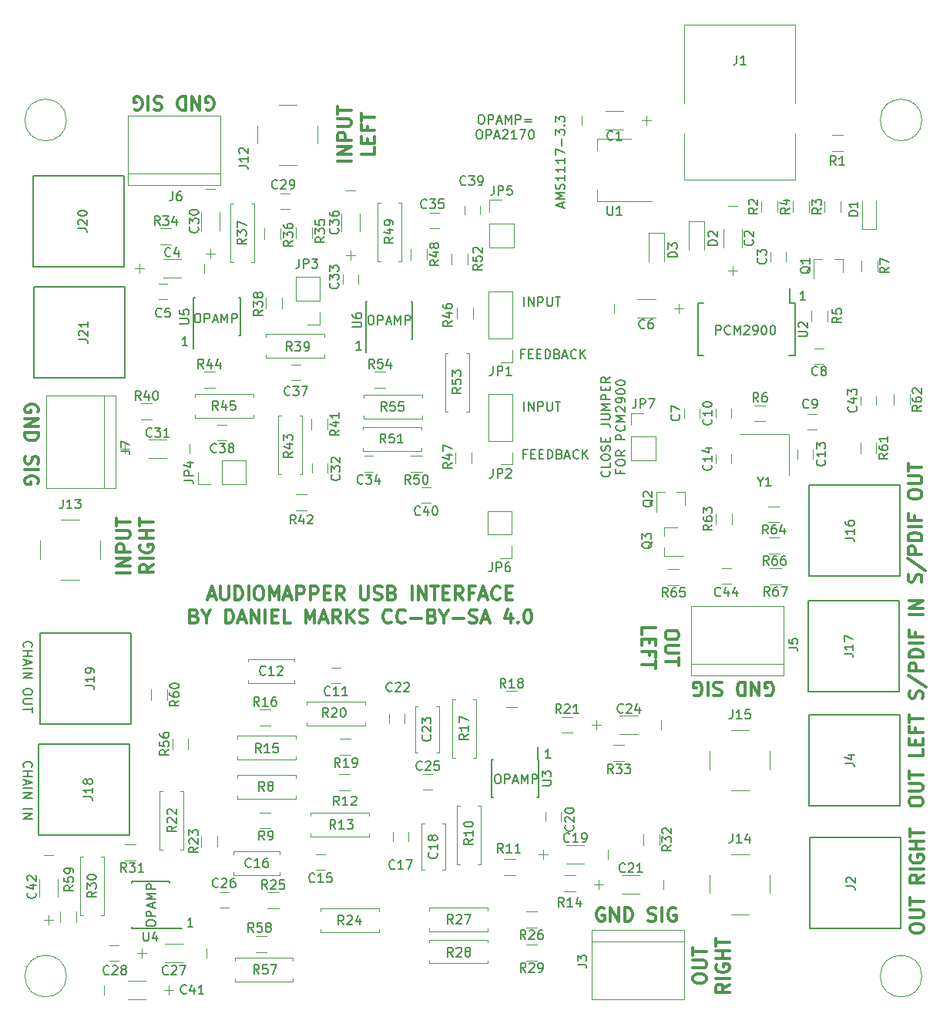
<source format=gbr>
G04 #@! TF.FileFunction,Legend,Top*
%FSLAX46Y46*%
G04 Gerber Fmt 4.6, Leading zero omitted, Abs format (unit mm)*
G04 Created by KiCad (PCBNEW 4.0.7) date 01/03/21 13:27:48*
%MOMM*%
%LPD*%
G01*
G04 APERTURE LIST*
%ADD10C,0.100000*%
%ADD11C,0.150000*%
%ADD12C,0.300000*%
%ADD13C,0.120000*%
%ADD14C,0.200000*%
G04 APERTURE END LIST*
D10*
D11*
X30642857Y-104052382D02*
X30595238Y-104004763D01*
X30547619Y-103861906D01*
X30547619Y-103766668D01*
X30595238Y-103623810D01*
X30690476Y-103528572D01*
X30785714Y-103480953D01*
X30976190Y-103433334D01*
X31119048Y-103433334D01*
X31309524Y-103480953D01*
X31404762Y-103528572D01*
X31500000Y-103623810D01*
X31547619Y-103766668D01*
X31547619Y-103861906D01*
X31500000Y-104004763D01*
X31452381Y-104052382D01*
X30547619Y-104480953D02*
X31547619Y-104480953D01*
X31071429Y-104480953D02*
X31071429Y-105052382D01*
X30547619Y-105052382D02*
X31547619Y-105052382D01*
X30833333Y-105480953D02*
X30833333Y-105957144D01*
X30547619Y-105385715D02*
X31547619Y-105719048D01*
X30547619Y-106052382D01*
X30547619Y-106385715D02*
X31547619Y-106385715D01*
X30547619Y-106861905D02*
X31547619Y-106861905D01*
X30547619Y-107433334D01*
X31547619Y-107433334D01*
X30547619Y-108671429D02*
X31547619Y-108671429D01*
X30547619Y-109147619D02*
X31547619Y-109147619D01*
X30547619Y-109719048D01*
X31547619Y-109719048D01*
X30642857Y-90885715D02*
X30595238Y-90838096D01*
X30547619Y-90695239D01*
X30547619Y-90600001D01*
X30595238Y-90457143D01*
X30690476Y-90361905D01*
X30785714Y-90314286D01*
X30976190Y-90266667D01*
X31119048Y-90266667D01*
X31309524Y-90314286D01*
X31404762Y-90361905D01*
X31500000Y-90457143D01*
X31547619Y-90600001D01*
X31547619Y-90695239D01*
X31500000Y-90838096D01*
X31452381Y-90885715D01*
X30547619Y-91314286D02*
X31547619Y-91314286D01*
X31071429Y-91314286D02*
X31071429Y-91885715D01*
X30547619Y-91885715D02*
X31547619Y-91885715D01*
X30833333Y-92314286D02*
X30833333Y-92790477D01*
X30547619Y-92219048D02*
X31547619Y-92552381D01*
X30547619Y-92885715D01*
X30547619Y-93219048D02*
X31547619Y-93219048D01*
X30547619Y-93695238D02*
X31547619Y-93695238D01*
X30547619Y-94266667D01*
X31547619Y-94266667D01*
X31547619Y-95695238D02*
X31547619Y-95885715D01*
X31500000Y-95980953D01*
X31404762Y-96076191D01*
X31214286Y-96123810D01*
X30880952Y-96123810D01*
X30690476Y-96076191D01*
X30595238Y-95980953D01*
X30547619Y-95885715D01*
X30547619Y-95695238D01*
X30595238Y-95600000D01*
X30690476Y-95504762D01*
X30880952Y-95457143D01*
X31214286Y-95457143D01*
X31404762Y-95504762D01*
X31500000Y-95600000D01*
X31547619Y-95695238D01*
X31547619Y-96552381D02*
X30738095Y-96552381D01*
X30642857Y-96600000D01*
X30595238Y-96647619D01*
X30547619Y-96742857D01*
X30547619Y-96933334D01*
X30595238Y-97028572D01*
X30642857Y-97076191D01*
X30738095Y-97123810D01*
X31547619Y-97123810D01*
X31547619Y-97457143D02*
X31547619Y-98028572D01*
X30547619Y-97742857D02*
X31547619Y-97742857D01*
D12*
X102596429Y-89400000D02*
X102596429Y-89685714D01*
X102525000Y-89828572D01*
X102382143Y-89971429D01*
X102096429Y-90042857D01*
X101596429Y-90042857D01*
X101310714Y-89971429D01*
X101167857Y-89828572D01*
X101096429Y-89685714D01*
X101096429Y-89400000D01*
X101167857Y-89257143D01*
X101310714Y-89114286D01*
X101596429Y-89042857D01*
X102096429Y-89042857D01*
X102382143Y-89114286D01*
X102525000Y-89257143D01*
X102596429Y-89400000D01*
X102596429Y-90685715D02*
X101382143Y-90685715D01*
X101239286Y-90757143D01*
X101167857Y-90828572D01*
X101096429Y-90971429D01*
X101096429Y-91257143D01*
X101167857Y-91400001D01*
X101239286Y-91471429D01*
X101382143Y-91542858D01*
X102596429Y-91542858D01*
X102596429Y-92042858D02*
X102596429Y-92900001D01*
X101096429Y-92471430D02*
X102596429Y-92471430D01*
X98546429Y-89471429D02*
X98546429Y-88757143D01*
X100046429Y-88757143D01*
X99332143Y-89971429D02*
X99332143Y-90471429D01*
X98546429Y-90685715D02*
X98546429Y-89971429D01*
X100046429Y-89971429D01*
X100046429Y-90685715D01*
X99332143Y-91828572D02*
X99332143Y-91328572D01*
X98546429Y-91328572D02*
X100046429Y-91328572D01*
X100046429Y-92042858D01*
X100046429Y-92400000D02*
X100046429Y-93257143D01*
X98546429Y-92828572D02*
X100046429Y-92828572D01*
X104103571Y-127400000D02*
X104103571Y-127114286D01*
X104175000Y-126971428D01*
X104317857Y-126828571D01*
X104603571Y-126757143D01*
X105103571Y-126757143D01*
X105389286Y-126828571D01*
X105532143Y-126971428D01*
X105603571Y-127114286D01*
X105603571Y-127400000D01*
X105532143Y-127542857D01*
X105389286Y-127685714D01*
X105103571Y-127757143D01*
X104603571Y-127757143D01*
X104317857Y-127685714D01*
X104175000Y-127542857D01*
X104103571Y-127400000D01*
X104103571Y-126114285D02*
X105317857Y-126114285D01*
X105460714Y-126042857D01*
X105532143Y-125971428D01*
X105603571Y-125828571D01*
X105603571Y-125542857D01*
X105532143Y-125399999D01*
X105460714Y-125328571D01*
X105317857Y-125257142D01*
X104103571Y-125257142D01*
X104103571Y-124757142D02*
X104103571Y-123899999D01*
X105603571Y-124328570D02*
X104103571Y-124328570D01*
X108153571Y-127900000D02*
X107439286Y-128400000D01*
X108153571Y-128757143D02*
X106653571Y-128757143D01*
X106653571Y-128185715D01*
X106725000Y-128042857D01*
X106796429Y-127971429D01*
X106939286Y-127900000D01*
X107153571Y-127900000D01*
X107296429Y-127971429D01*
X107367857Y-128042857D01*
X107439286Y-128185715D01*
X107439286Y-128757143D01*
X108153571Y-127257143D02*
X106653571Y-127257143D01*
X106725000Y-125757143D02*
X106653571Y-125900000D01*
X106653571Y-126114286D01*
X106725000Y-126328571D01*
X106867857Y-126471429D01*
X107010714Y-126542857D01*
X107296429Y-126614286D01*
X107510714Y-126614286D01*
X107796429Y-126542857D01*
X107939286Y-126471429D01*
X108082143Y-126328571D01*
X108153571Y-126114286D01*
X108153571Y-125971429D01*
X108082143Y-125757143D01*
X108010714Y-125685714D01*
X107510714Y-125685714D01*
X107510714Y-125971429D01*
X108153571Y-125042857D02*
X106653571Y-125042857D01*
X107367857Y-125042857D02*
X107367857Y-124185714D01*
X108153571Y-124185714D02*
X106653571Y-124185714D01*
X106653571Y-123685714D02*
X106653571Y-122828571D01*
X108153571Y-123257142D02*
X106653571Y-123257142D01*
X129307143Y-96528572D02*
X129378571Y-96314286D01*
X129378571Y-95957143D01*
X129307143Y-95814286D01*
X129235714Y-95742857D01*
X129092857Y-95671429D01*
X128950000Y-95671429D01*
X128807143Y-95742857D01*
X128735714Y-95814286D01*
X128664286Y-95957143D01*
X128592857Y-96242857D01*
X128521429Y-96385715D01*
X128450000Y-96457143D01*
X128307143Y-96528572D01*
X128164286Y-96528572D01*
X128021429Y-96457143D01*
X127950000Y-96385715D01*
X127878571Y-96242857D01*
X127878571Y-95885715D01*
X127950000Y-95671429D01*
X127807143Y-93957144D02*
X129735714Y-95242858D01*
X129378571Y-93457143D02*
X127878571Y-93457143D01*
X127878571Y-92885715D01*
X127950000Y-92742857D01*
X128021429Y-92671429D01*
X128164286Y-92600000D01*
X128378571Y-92600000D01*
X128521429Y-92671429D01*
X128592857Y-92742857D01*
X128664286Y-92885715D01*
X128664286Y-93457143D01*
X129378571Y-91957143D02*
X127878571Y-91957143D01*
X127878571Y-91600000D01*
X127950000Y-91385715D01*
X128092857Y-91242857D01*
X128235714Y-91171429D01*
X128521429Y-91100000D01*
X128735714Y-91100000D01*
X129021429Y-91171429D01*
X129164286Y-91242857D01*
X129307143Y-91385715D01*
X129378571Y-91600000D01*
X129378571Y-91957143D01*
X129378571Y-90457143D02*
X127878571Y-90457143D01*
X128592857Y-89242857D02*
X128592857Y-89742857D01*
X129378571Y-89742857D02*
X127878571Y-89742857D01*
X127878571Y-89028571D01*
X129378571Y-87314286D02*
X127878571Y-87314286D01*
X129378571Y-86600000D02*
X127878571Y-86600000D01*
X129378571Y-85742857D01*
X127878571Y-85742857D01*
X129207143Y-83728572D02*
X129278571Y-83514286D01*
X129278571Y-83157143D01*
X129207143Y-83014286D01*
X129135714Y-82942857D01*
X128992857Y-82871429D01*
X128850000Y-82871429D01*
X128707143Y-82942857D01*
X128635714Y-83014286D01*
X128564286Y-83157143D01*
X128492857Y-83442857D01*
X128421429Y-83585715D01*
X128350000Y-83657143D01*
X128207143Y-83728572D01*
X128064286Y-83728572D01*
X127921429Y-83657143D01*
X127850000Y-83585715D01*
X127778571Y-83442857D01*
X127778571Y-83085715D01*
X127850000Y-82871429D01*
X127707143Y-81157144D02*
X129635714Y-82442858D01*
X129278571Y-80657143D02*
X127778571Y-80657143D01*
X127778571Y-80085715D01*
X127850000Y-79942857D01*
X127921429Y-79871429D01*
X128064286Y-79800000D01*
X128278571Y-79800000D01*
X128421429Y-79871429D01*
X128492857Y-79942857D01*
X128564286Y-80085715D01*
X128564286Y-80657143D01*
X129278571Y-79157143D02*
X127778571Y-79157143D01*
X127778571Y-78800000D01*
X127850000Y-78585715D01*
X127992857Y-78442857D01*
X128135714Y-78371429D01*
X128421429Y-78300000D01*
X128635714Y-78300000D01*
X128921429Y-78371429D01*
X129064286Y-78442857D01*
X129207143Y-78585715D01*
X129278571Y-78800000D01*
X129278571Y-79157143D01*
X129278571Y-77657143D02*
X127778571Y-77657143D01*
X128492857Y-76442857D02*
X128492857Y-76942857D01*
X129278571Y-76942857D02*
X127778571Y-76942857D01*
X127778571Y-76228571D01*
X127778571Y-74228572D02*
X127778571Y-73942858D01*
X127850000Y-73800000D01*
X127992857Y-73657143D01*
X128278571Y-73585715D01*
X128778571Y-73585715D01*
X129064286Y-73657143D01*
X129207143Y-73800000D01*
X129278571Y-73942858D01*
X129278571Y-74228572D01*
X129207143Y-74371429D01*
X129064286Y-74514286D01*
X128778571Y-74585715D01*
X128278571Y-74585715D01*
X127992857Y-74514286D01*
X127850000Y-74371429D01*
X127778571Y-74228572D01*
X127778571Y-72942857D02*
X128992857Y-72942857D01*
X129135714Y-72871429D01*
X129207143Y-72800000D01*
X129278571Y-72657143D01*
X129278571Y-72371429D01*
X129207143Y-72228571D01*
X129135714Y-72157143D01*
X128992857Y-72085714D01*
X127778571Y-72085714D01*
X127778571Y-71585714D02*
X127778571Y-70728571D01*
X129278571Y-71157142D02*
X127778571Y-71157142D01*
D11*
X94932143Y-71557143D02*
X94979762Y-71604762D01*
X95027381Y-71747619D01*
X95027381Y-71842857D01*
X94979762Y-71985715D01*
X94884524Y-72080953D01*
X94789286Y-72128572D01*
X94598810Y-72176191D01*
X94455952Y-72176191D01*
X94265476Y-72128572D01*
X94170238Y-72080953D01*
X94075000Y-71985715D01*
X94027381Y-71842857D01*
X94027381Y-71747619D01*
X94075000Y-71604762D01*
X94122619Y-71557143D01*
X95027381Y-70652381D02*
X95027381Y-71128572D01*
X94027381Y-71128572D01*
X94027381Y-70128572D02*
X94027381Y-69938095D01*
X94075000Y-69842857D01*
X94170238Y-69747619D01*
X94360714Y-69700000D01*
X94694048Y-69700000D01*
X94884524Y-69747619D01*
X94979762Y-69842857D01*
X95027381Y-69938095D01*
X95027381Y-70128572D01*
X94979762Y-70223810D01*
X94884524Y-70319048D01*
X94694048Y-70366667D01*
X94360714Y-70366667D01*
X94170238Y-70319048D01*
X94075000Y-70223810D01*
X94027381Y-70128572D01*
X94979762Y-69319048D02*
X95027381Y-69176191D01*
X95027381Y-68938095D01*
X94979762Y-68842857D01*
X94932143Y-68795238D01*
X94836905Y-68747619D01*
X94741667Y-68747619D01*
X94646429Y-68795238D01*
X94598810Y-68842857D01*
X94551190Y-68938095D01*
X94503571Y-69128572D01*
X94455952Y-69223810D01*
X94408333Y-69271429D01*
X94313095Y-69319048D01*
X94217857Y-69319048D01*
X94122619Y-69271429D01*
X94075000Y-69223810D01*
X94027381Y-69128572D01*
X94027381Y-68890476D01*
X94075000Y-68747619D01*
X94503571Y-68319048D02*
X94503571Y-67985714D01*
X95027381Y-67842857D02*
X95027381Y-68319048D01*
X94027381Y-68319048D01*
X94027381Y-67842857D01*
X94027381Y-66366666D02*
X94741667Y-66366666D01*
X94884524Y-66414286D01*
X94979762Y-66509524D01*
X95027381Y-66652381D01*
X95027381Y-66747619D01*
X94027381Y-65890476D02*
X94836905Y-65890476D01*
X94932143Y-65842857D01*
X94979762Y-65795238D01*
X95027381Y-65700000D01*
X95027381Y-65509523D01*
X94979762Y-65414285D01*
X94932143Y-65366666D01*
X94836905Y-65319047D01*
X94027381Y-65319047D01*
X95027381Y-64842857D02*
X94027381Y-64842857D01*
X94741667Y-64509523D01*
X94027381Y-64176190D01*
X95027381Y-64176190D01*
X95027381Y-63700000D02*
X94027381Y-63700000D01*
X94027381Y-63319047D01*
X94075000Y-63223809D01*
X94122619Y-63176190D01*
X94217857Y-63128571D01*
X94360714Y-63128571D01*
X94455952Y-63176190D01*
X94503571Y-63223809D01*
X94551190Y-63319047D01*
X94551190Y-63700000D01*
X94503571Y-62700000D02*
X94503571Y-62366666D01*
X95027381Y-62223809D02*
X95027381Y-62700000D01*
X94027381Y-62700000D01*
X94027381Y-62223809D01*
X95027381Y-61223809D02*
X94551190Y-61557143D01*
X95027381Y-61795238D02*
X94027381Y-61795238D01*
X94027381Y-61414285D01*
X94075000Y-61319047D01*
X94122619Y-61271428D01*
X94217857Y-61223809D01*
X94360714Y-61223809D01*
X94455952Y-61271428D01*
X94503571Y-61319047D01*
X94551190Y-61414285D01*
X94551190Y-61795238D01*
X96153571Y-71438095D02*
X96153571Y-71771429D01*
X96677381Y-71771429D02*
X95677381Y-71771429D01*
X95677381Y-71295238D01*
X95677381Y-70723810D02*
X95677381Y-70533333D01*
X95725000Y-70438095D01*
X95820238Y-70342857D01*
X96010714Y-70295238D01*
X96344048Y-70295238D01*
X96534524Y-70342857D01*
X96629762Y-70438095D01*
X96677381Y-70533333D01*
X96677381Y-70723810D01*
X96629762Y-70819048D01*
X96534524Y-70914286D01*
X96344048Y-70961905D01*
X96010714Y-70961905D01*
X95820238Y-70914286D01*
X95725000Y-70819048D01*
X95677381Y-70723810D01*
X96677381Y-69295238D02*
X96201190Y-69628572D01*
X96677381Y-69866667D02*
X95677381Y-69866667D01*
X95677381Y-69485714D01*
X95725000Y-69390476D01*
X95772619Y-69342857D01*
X95867857Y-69295238D01*
X96010714Y-69295238D01*
X96105952Y-69342857D01*
X96153571Y-69390476D01*
X96201190Y-69485714D01*
X96201190Y-69866667D01*
X96677381Y-68104762D02*
X95677381Y-68104762D01*
X95677381Y-67723809D01*
X95725000Y-67628571D01*
X95772619Y-67580952D01*
X95867857Y-67533333D01*
X96010714Y-67533333D01*
X96105952Y-67580952D01*
X96153571Y-67628571D01*
X96201190Y-67723809D01*
X96201190Y-68104762D01*
X96582143Y-66533333D02*
X96629762Y-66580952D01*
X96677381Y-66723809D01*
X96677381Y-66819047D01*
X96629762Y-66961905D01*
X96534524Y-67057143D01*
X96439286Y-67104762D01*
X96248810Y-67152381D01*
X96105952Y-67152381D01*
X95915476Y-67104762D01*
X95820238Y-67057143D01*
X95725000Y-66961905D01*
X95677381Y-66819047D01*
X95677381Y-66723809D01*
X95725000Y-66580952D01*
X95772619Y-66533333D01*
X96677381Y-66104762D02*
X95677381Y-66104762D01*
X96391667Y-65771428D01*
X95677381Y-65438095D01*
X96677381Y-65438095D01*
X95772619Y-65009524D02*
X95725000Y-64961905D01*
X95677381Y-64866667D01*
X95677381Y-64628571D01*
X95725000Y-64533333D01*
X95772619Y-64485714D01*
X95867857Y-64438095D01*
X95963095Y-64438095D01*
X96105952Y-64485714D01*
X96677381Y-65057143D01*
X96677381Y-64438095D01*
X96677381Y-63961905D02*
X96677381Y-63771429D01*
X96629762Y-63676190D01*
X96582143Y-63628571D01*
X96439286Y-63533333D01*
X96248810Y-63485714D01*
X95867857Y-63485714D01*
X95772619Y-63533333D01*
X95725000Y-63580952D01*
X95677381Y-63676190D01*
X95677381Y-63866667D01*
X95725000Y-63961905D01*
X95772619Y-64009524D01*
X95867857Y-64057143D01*
X96105952Y-64057143D01*
X96201190Y-64009524D01*
X96248810Y-63961905D01*
X96296429Y-63866667D01*
X96296429Y-63676190D01*
X96248810Y-63580952D01*
X96201190Y-63533333D01*
X96105952Y-63485714D01*
X95677381Y-62866667D02*
X95677381Y-62771428D01*
X95725000Y-62676190D01*
X95772619Y-62628571D01*
X95867857Y-62580952D01*
X96058333Y-62533333D01*
X96296429Y-62533333D01*
X96486905Y-62580952D01*
X96582143Y-62628571D01*
X96629762Y-62676190D01*
X96677381Y-62771428D01*
X96677381Y-62866667D01*
X96629762Y-62961905D01*
X96582143Y-63009524D01*
X96486905Y-63057143D01*
X96296429Y-63104762D01*
X96058333Y-63104762D01*
X95867857Y-63057143D01*
X95772619Y-63009524D01*
X95725000Y-62961905D01*
X95677381Y-62866667D01*
X95677381Y-61914286D02*
X95677381Y-61819047D01*
X95725000Y-61723809D01*
X95772619Y-61676190D01*
X95867857Y-61628571D01*
X96058333Y-61580952D01*
X96296429Y-61580952D01*
X96486905Y-61628571D01*
X96582143Y-61676190D01*
X96629762Y-61723809D01*
X96677381Y-61819047D01*
X96677381Y-61914286D01*
X96629762Y-62009524D01*
X96582143Y-62057143D01*
X96486905Y-62104762D01*
X96296429Y-62152381D01*
X96058333Y-62152381D01*
X95867857Y-62104762D01*
X95772619Y-62057143D01*
X95725000Y-62009524D01*
X95677381Y-61914286D01*
X80785714Y-32427381D02*
X80976191Y-32427381D01*
X81071429Y-32475000D01*
X81166667Y-32570238D01*
X81214286Y-32760714D01*
X81214286Y-33094048D01*
X81166667Y-33284524D01*
X81071429Y-33379762D01*
X80976191Y-33427381D01*
X80785714Y-33427381D01*
X80690476Y-33379762D01*
X80595238Y-33284524D01*
X80547619Y-33094048D01*
X80547619Y-32760714D01*
X80595238Y-32570238D01*
X80690476Y-32475000D01*
X80785714Y-32427381D01*
X81642857Y-33427381D02*
X81642857Y-32427381D01*
X82023810Y-32427381D01*
X82119048Y-32475000D01*
X82166667Y-32522619D01*
X82214286Y-32617857D01*
X82214286Y-32760714D01*
X82166667Y-32855952D01*
X82119048Y-32903571D01*
X82023810Y-32951190D01*
X81642857Y-32951190D01*
X82595238Y-33141667D02*
X83071429Y-33141667D01*
X82500000Y-33427381D02*
X82833333Y-32427381D01*
X83166667Y-33427381D01*
X83500000Y-33427381D02*
X83500000Y-32427381D01*
X83833334Y-33141667D01*
X84166667Y-32427381D01*
X84166667Y-33427381D01*
X84642857Y-33427381D02*
X84642857Y-32427381D01*
X85023810Y-32427381D01*
X85119048Y-32475000D01*
X85166667Y-32522619D01*
X85214286Y-32617857D01*
X85214286Y-32760714D01*
X85166667Y-32855952D01*
X85119048Y-32903571D01*
X85023810Y-32951190D01*
X84642857Y-32951190D01*
X85642857Y-32903571D02*
X86404762Y-32903571D01*
X86404762Y-33189286D02*
X85642857Y-33189286D01*
X80571428Y-34077381D02*
X80761905Y-34077381D01*
X80857143Y-34125000D01*
X80952381Y-34220238D01*
X81000000Y-34410714D01*
X81000000Y-34744048D01*
X80952381Y-34934524D01*
X80857143Y-35029762D01*
X80761905Y-35077381D01*
X80571428Y-35077381D01*
X80476190Y-35029762D01*
X80380952Y-34934524D01*
X80333333Y-34744048D01*
X80333333Y-34410714D01*
X80380952Y-34220238D01*
X80476190Y-34125000D01*
X80571428Y-34077381D01*
X81428571Y-35077381D02*
X81428571Y-34077381D01*
X81809524Y-34077381D01*
X81904762Y-34125000D01*
X81952381Y-34172619D01*
X82000000Y-34267857D01*
X82000000Y-34410714D01*
X81952381Y-34505952D01*
X81904762Y-34553571D01*
X81809524Y-34601190D01*
X81428571Y-34601190D01*
X82380952Y-34791667D02*
X82857143Y-34791667D01*
X82285714Y-35077381D02*
X82619047Y-34077381D01*
X82952381Y-35077381D01*
X83238095Y-34172619D02*
X83285714Y-34125000D01*
X83380952Y-34077381D01*
X83619048Y-34077381D01*
X83714286Y-34125000D01*
X83761905Y-34172619D01*
X83809524Y-34267857D01*
X83809524Y-34363095D01*
X83761905Y-34505952D01*
X83190476Y-35077381D01*
X83809524Y-35077381D01*
X84761905Y-35077381D02*
X84190476Y-35077381D01*
X84476190Y-35077381D02*
X84476190Y-34077381D01*
X84380952Y-34220238D01*
X84285714Y-34315476D01*
X84190476Y-34363095D01*
X85095238Y-34077381D02*
X85761905Y-34077381D01*
X85333333Y-35077381D01*
X86333333Y-34077381D02*
X86428572Y-34077381D01*
X86523810Y-34125000D01*
X86571429Y-34172619D01*
X86619048Y-34267857D01*
X86666667Y-34458333D01*
X86666667Y-34696429D01*
X86619048Y-34886905D01*
X86571429Y-34982143D01*
X86523810Y-35029762D01*
X86428572Y-35077381D01*
X86333333Y-35077381D01*
X86238095Y-35029762D01*
X86190476Y-34982143D01*
X86142857Y-34886905D01*
X86095238Y-34696429D01*
X86095238Y-34458333D01*
X86142857Y-34267857D01*
X86190476Y-34172619D01*
X86238095Y-34125000D01*
X86333333Y-34077381D01*
X89766667Y-42600000D02*
X89766667Y-42123809D01*
X90052381Y-42695238D02*
X89052381Y-42361905D01*
X90052381Y-42028571D01*
X90052381Y-41695238D02*
X89052381Y-41695238D01*
X89766667Y-41361904D01*
X89052381Y-41028571D01*
X90052381Y-41028571D01*
X90004762Y-40600000D02*
X90052381Y-40457143D01*
X90052381Y-40219047D01*
X90004762Y-40123809D01*
X89957143Y-40076190D01*
X89861905Y-40028571D01*
X89766667Y-40028571D01*
X89671429Y-40076190D01*
X89623810Y-40123809D01*
X89576190Y-40219047D01*
X89528571Y-40409524D01*
X89480952Y-40504762D01*
X89433333Y-40552381D01*
X89338095Y-40600000D01*
X89242857Y-40600000D01*
X89147619Y-40552381D01*
X89100000Y-40504762D01*
X89052381Y-40409524D01*
X89052381Y-40171428D01*
X89100000Y-40028571D01*
X90052381Y-39076190D02*
X90052381Y-39647619D01*
X90052381Y-39361905D02*
X89052381Y-39361905D01*
X89195238Y-39457143D01*
X89290476Y-39552381D01*
X89338095Y-39647619D01*
X90052381Y-38123809D02*
X90052381Y-38695238D01*
X90052381Y-38409524D02*
X89052381Y-38409524D01*
X89195238Y-38504762D01*
X89290476Y-38600000D01*
X89338095Y-38695238D01*
X90052381Y-37171428D02*
X90052381Y-37742857D01*
X90052381Y-37457143D02*
X89052381Y-37457143D01*
X89195238Y-37552381D01*
X89290476Y-37647619D01*
X89338095Y-37742857D01*
X89052381Y-36838095D02*
X89052381Y-36171428D01*
X90052381Y-36600000D01*
X89671429Y-35790476D02*
X89671429Y-35028571D01*
X89052381Y-34647619D02*
X89052381Y-34028571D01*
X89433333Y-34361905D01*
X89433333Y-34219047D01*
X89480952Y-34123809D01*
X89528571Y-34076190D01*
X89623810Y-34028571D01*
X89861905Y-34028571D01*
X89957143Y-34076190D01*
X90004762Y-34123809D01*
X90052381Y-34219047D01*
X90052381Y-34504762D01*
X90004762Y-34600000D01*
X89957143Y-34647619D01*
X89957143Y-33600000D02*
X90004762Y-33552381D01*
X90052381Y-33600000D01*
X90004762Y-33647619D01*
X89957143Y-33600000D01*
X90052381Y-33600000D01*
X89052381Y-33219048D02*
X89052381Y-32600000D01*
X89433333Y-32933334D01*
X89433333Y-32790476D01*
X89480952Y-32695238D01*
X89528571Y-32647619D01*
X89623810Y-32600000D01*
X89861905Y-32600000D01*
X89957143Y-32647619D01*
X90004762Y-32695238D01*
X90052381Y-32790476D01*
X90052381Y-33076191D01*
X90004762Y-33171429D01*
X89957143Y-33219048D01*
X67685715Y-58252381D02*
X67114286Y-58252381D01*
X67400000Y-58252381D02*
X67400000Y-57252381D01*
X67304762Y-57395238D01*
X67209524Y-57490476D01*
X67114286Y-57538095D01*
X68654762Y-54452381D02*
X68845239Y-54452381D01*
X68940477Y-54500000D01*
X69035715Y-54595238D01*
X69083334Y-54785714D01*
X69083334Y-55119048D01*
X69035715Y-55309524D01*
X68940477Y-55404762D01*
X68845239Y-55452381D01*
X68654762Y-55452381D01*
X68559524Y-55404762D01*
X68464286Y-55309524D01*
X68416667Y-55119048D01*
X68416667Y-54785714D01*
X68464286Y-54595238D01*
X68559524Y-54500000D01*
X68654762Y-54452381D01*
X69511905Y-55452381D02*
X69511905Y-54452381D01*
X69892858Y-54452381D01*
X69988096Y-54500000D01*
X70035715Y-54547619D01*
X70083334Y-54642857D01*
X70083334Y-54785714D01*
X70035715Y-54880952D01*
X69988096Y-54928571D01*
X69892858Y-54976190D01*
X69511905Y-54976190D01*
X70464286Y-55166667D02*
X70940477Y-55166667D01*
X70369048Y-55452381D02*
X70702381Y-54452381D01*
X71035715Y-55452381D01*
X71369048Y-55452381D02*
X71369048Y-54452381D01*
X71702382Y-55166667D01*
X72035715Y-54452381D01*
X72035715Y-55452381D01*
X72511905Y-55452381D02*
X72511905Y-54452381D01*
X72892858Y-54452381D01*
X72988096Y-54500000D01*
X73035715Y-54547619D01*
X73083334Y-54642857D01*
X73083334Y-54785714D01*
X73035715Y-54880952D01*
X72988096Y-54928571D01*
X72892858Y-54976190D01*
X72511905Y-54976190D01*
D12*
X50885714Y-85275000D02*
X51600000Y-85275000D01*
X50742857Y-85703571D02*
X51242857Y-84203571D01*
X51742857Y-85703571D01*
X52242857Y-84203571D02*
X52242857Y-85417857D01*
X52314285Y-85560714D01*
X52385714Y-85632143D01*
X52528571Y-85703571D01*
X52814285Y-85703571D01*
X52957143Y-85632143D01*
X53028571Y-85560714D01*
X53100000Y-85417857D01*
X53100000Y-84203571D01*
X53814286Y-85703571D02*
X53814286Y-84203571D01*
X54171429Y-84203571D01*
X54385714Y-84275000D01*
X54528572Y-84417857D01*
X54600000Y-84560714D01*
X54671429Y-84846429D01*
X54671429Y-85060714D01*
X54600000Y-85346429D01*
X54528572Y-85489286D01*
X54385714Y-85632143D01*
X54171429Y-85703571D01*
X53814286Y-85703571D01*
X55314286Y-85703571D02*
X55314286Y-84203571D01*
X56314286Y-84203571D02*
X56600000Y-84203571D01*
X56742858Y-84275000D01*
X56885715Y-84417857D01*
X56957143Y-84703571D01*
X56957143Y-85203571D01*
X56885715Y-85489286D01*
X56742858Y-85632143D01*
X56600000Y-85703571D01*
X56314286Y-85703571D01*
X56171429Y-85632143D01*
X56028572Y-85489286D01*
X55957143Y-85203571D01*
X55957143Y-84703571D01*
X56028572Y-84417857D01*
X56171429Y-84275000D01*
X56314286Y-84203571D01*
X57600001Y-85703571D02*
X57600001Y-84203571D01*
X58100001Y-85275000D01*
X58600001Y-84203571D01*
X58600001Y-85703571D01*
X59242858Y-85275000D02*
X59957144Y-85275000D01*
X59100001Y-85703571D02*
X59600001Y-84203571D01*
X60100001Y-85703571D01*
X60600001Y-85703571D02*
X60600001Y-84203571D01*
X61171429Y-84203571D01*
X61314287Y-84275000D01*
X61385715Y-84346429D01*
X61457144Y-84489286D01*
X61457144Y-84703571D01*
X61385715Y-84846429D01*
X61314287Y-84917857D01*
X61171429Y-84989286D01*
X60600001Y-84989286D01*
X62100001Y-85703571D02*
X62100001Y-84203571D01*
X62671429Y-84203571D01*
X62814287Y-84275000D01*
X62885715Y-84346429D01*
X62957144Y-84489286D01*
X62957144Y-84703571D01*
X62885715Y-84846429D01*
X62814287Y-84917857D01*
X62671429Y-84989286D01*
X62100001Y-84989286D01*
X63600001Y-84917857D02*
X64100001Y-84917857D01*
X64314287Y-85703571D02*
X63600001Y-85703571D01*
X63600001Y-84203571D01*
X64314287Y-84203571D01*
X65814287Y-85703571D02*
X65314287Y-84989286D01*
X64957144Y-85703571D02*
X64957144Y-84203571D01*
X65528572Y-84203571D01*
X65671430Y-84275000D01*
X65742858Y-84346429D01*
X65814287Y-84489286D01*
X65814287Y-84703571D01*
X65742858Y-84846429D01*
X65671430Y-84917857D01*
X65528572Y-84989286D01*
X64957144Y-84989286D01*
X67600001Y-84203571D02*
X67600001Y-85417857D01*
X67671429Y-85560714D01*
X67742858Y-85632143D01*
X67885715Y-85703571D01*
X68171429Y-85703571D01*
X68314287Y-85632143D01*
X68385715Y-85560714D01*
X68457144Y-85417857D01*
X68457144Y-84203571D01*
X69100001Y-85632143D02*
X69314287Y-85703571D01*
X69671430Y-85703571D01*
X69814287Y-85632143D01*
X69885716Y-85560714D01*
X69957144Y-85417857D01*
X69957144Y-85275000D01*
X69885716Y-85132143D01*
X69814287Y-85060714D01*
X69671430Y-84989286D01*
X69385716Y-84917857D01*
X69242858Y-84846429D01*
X69171430Y-84775000D01*
X69100001Y-84632143D01*
X69100001Y-84489286D01*
X69171430Y-84346429D01*
X69242858Y-84275000D01*
X69385716Y-84203571D01*
X69742858Y-84203571D01*
X69957144Y-84275000D01*
X71100001Y-84917857D02*
X71314287Y-84989286D01*
X71385715Y-85060714D01*
X71457144Y-85203571D01*
X71457144Y-85417857D01*
X71385715Y-85560714D01*
X71314287Y-85632143D01*
X71171429Y-85703571D01*
X70600001Y-85703571D01*
X70600001Y-84203571D01*
X71100001Y-84203571D01*
X71242858Y-84275000D01*
X71314287Y-84346429D01*
X71385715Y-84489286D01*
X71385715Y-84632143D01*
X71314287Y-84775000D01*
X71242858Y-84846429D01*
X71100001Y-84917857D01*
X70600001Y-84917857D01*
X73242858Y-85703571D02*
X73242858Y-84203571D01*
X73957144Y-85703571D02*
X73957144Y-84203571D01*
X74814287Y-85703571D01*
X74814287Y-84203571D01*
X75314287Y-84203571D02*
X76171430Y-84203571D01*
X75742859Y-85703571D02*
X75742859Y-84203571D01*
X76671430Y-84917857D02*
X77171430Y-84917857D01*
X77385716Y-85703571D02*
X76671430Y-85703571D01*
X76671430Y-84203571D01*
X77385716Y-84203571D01*
X78885716Y-85703571D02*
X78385716Y-84989286D01*
X78028573Y-85703571D02*
X78028573Y-84203571D01*
X78600001Y-84203571D01*
X78742859Y-84275000D01*
X78814287Y-84346429D01*
X78885716Y-84489286D01*
X78885716Y-84703571D01*
X78814287Y-84846429D01*
X78742859Y-84917857D01*
X78600001Y-84989286D01*
X78028573Y-84989286D01*
X80028573Y-84917857D02*
X79528573Y-84917857D01*
X79528573Y-85703571D02*
X79528573Y-84203571D01*
X80242859Y-84203571D01*
X80742858Y-85275000D02*
X81457144Y-85275000D01*
X80600001Y-85703571D02*
X81100001Y-84203571D01*
X81600001Y-85703571D01*
X82957144Y-85560714D02*
X82885715Y-85632143D01*
X82671429Y-85703571D01*
X82528572Y-85703571D01*
X82314287Y-85632143D01*
X82171429Y-85489286D01*
X82100001Y-85346429D01*
X82028572Y-85060714D01*
X82028572Y-84846429D01*
X82100001Y-84560714D01*
X82171429Y-84417857D01*
X82314287Y-84275000D01*
X82528572Y-84203571D01*
X82671429Y-84203571D01*
X82885715Y-84275000D01*
X82957144Y-84346429D01*
X83600001Y-84917857D02*
X84100001Y-84917857D01*
X84314287Y-85703571D02*
X83600001Y-85703571D01*
X83600001Y-84203571D01*
X84314287Y-84203571D01*
X49350001Y-87467857D02*
X49564287Y-87539286D01*
X49635715Y-87610714D01*
X49707144Y-87753571D01*
X49707144Y-87967857D01*
X49635715Y-88110714D01*
X49564287Y-88182143D01*
X49421429Y-88253571D01*
X48850001Y-88253571D01*
X48850001Y-86753571D01*
X49350001Y-86753571D01*
X49492858Y-86825000D01*
X49564287Y-86896429D01*
X49635715Y-87039286D01*
X49635715Y-87182143D01*
X49564287Y-87325000D01*
X49492858Y-87396429D01*
X49350001Y-87467857D01*
X48850001Y-87467857D01*
X50635715Y-87539286D02*
X50635715Y-88253571D01*
X50135715Y-86753571D02*
X50635715Y-87539286D01*
X51135715Y-86753571D01*
X52778572Y-88253571D02*
X52778572Y-86753571D01*
X53135715Y-86753571D01*
X53350000Y-86825000D01*
X53492858Y-86967857D01*
X53564286Y-87110714D01*
X53635715Y-87396429D01*
X53635715Y-87610714D01*
X53564286Y-87896429D01*
X53492858Y-88039286D01*
X53350000Y-88182143D01*
X53135715Y-88253571D01*
X52778572Y-88253571D01*
X54207143Y-87825000D02*
X54921429Y-87825000D01*
X54064286Y-88253571D02*
X54564286Y-86753571D01*
X55064286Y-88253571D01*
X55564286Y-88253571D02*
X55564286Y-86753571D01*
X56421429Y-88253571D01*
X56421429Y-86753571D01*
X57135715Y-88253571D02*
X57135715Y-86753571D01*
X57850001Y-87467857D02*
X58350001Y-87467857D01*
X58564287Y-88253571D02*
X57850001Y-88253571D01*
X57850001Y-86753571D01*
X58564287Y-86753571D01*
X59921430Y-88253571D02*
X59207144Y-88253571D01*
X59207144Y-86753571D01*
X61564287Y-88253571D02*
X61564287Y-86753571D01*
X62064287Y-87825000D01*
X62564287Y-86753571D01*
X62564287Y-88253571D01*
X63207144Y-87825000D02*
X63921430Y-87825000D01*
X63064287Y-88253571D02*
X63564287Y-86753571D01*
X64064287Y-88253571D01*
X65421430Y-88253571D02*
X64921430Y-87539286D01*
X64564287Y-88253571D02*
X64564287Y-86753571D01*
X65135715Y-86753571D01*
X65278573Y-86825000D01*
X65350001Y-86896429D01*
X65421430Y-87039286D01*
X65421430Y-87253571D01*
X65350001Y-87396429D01*
X65278573Y-87467857D01*
X65135715Y-87539286D01*
X64564287Y-87539286D01*
X66064287Y-88253571D02*
X66064287Y-86753571D01*
X66921430Y-88253571D02*
X66278573Y-87396429D01*
X66921430Y-86753571D02*
X66064287Y-87610714D01*
X67492858Y-88182143D02*
X67707144Y-88253571D01*
X68064287Y-88253571D01*
X68207144Y-88182143D01*
X68278573Y-88110714D01*
X68350001Y-87967857D01*
X68350001Y-87825000D01*
X68278573Y-87682143D01*
X68207144Y-87610714D01*
X68064287Y-87539286D01*
X67778573Y-87467857D01*
X67635715Y-87396429D01*
X67564287Y-87325000D01*
X67492858Y-87182143D01*
X67492858Y-87039286D01*
X67564287Y-86896429D01*
X67635715Y-86825000D01*
X67778573Y-86753571D01*
X68135715Y-86753571D01*
X68350001Y-86825000D01*
X70992858Y-88110714D02*
X70921429Y-88182143D01*
X70707143Y-88253571D01*
X70564286Y-88253571D01*
X70350001Y-88182143D01*
X70207143Y-88039286D01*
X70135715Y-87896429D01*
X70064286Y-87610714D01*
X70064286Y-87396429D01*
X70135715Y-87110714D01*
X70207143Y-86967857D01*
X70350001Y-86825000D01*
X70564286Y-86753571D01*
X70707143Y-86753571D01*
X70921429Y-86825000D01*
X70992858Y-86896429D01*
X72492858Y-88110714D02*
X72421429Y-88182143D01*
X72207143Y-88253571D01*
X72064286Y-88253571D01*
X71850001Y-88182143D01*
X71707143Y-88039286D01*
X71635715Y-87896429D01*
X71564286Y-87610714D01*
X71564286Y-87396429D01*
X71635715Y-87110714D01*
X71707143Y-86967857D01*
X71850001Y-86825000D01*
X72064286Y-86753571D01*
X72207143Y-86753571D01*
X72421429Y-86825000D01*
X72492858Y-86896429D01*
X73135715Y-87682143D02*
X74278572Y-87682143D01*
X75492858Y-87467857D02*
X75707144Y-87539286D01*
X75778572Y-87610714D01*
X75850001Y-87753571D01*
X75850001Y-87967857D01*
X75778572Y-88110714D01*
X75707144Y-88182143D01*
X75564286Y-88253571D01*
X74992858Y-88253571D01*
X74992858Y-86753571D01*
X75492858Y-86753571D01*
X75635715Y-86825000D01*
X75707144Y-86896429D01*
X75778572Y-87039286D01*
X75778572Y-87182143D01*
X75707144Y-87325000D01*
X75635715Y-87396429D01*
X75492858Y-87467857D01*
X74992858Y-87467857D01*
X76778572Y-87539286D02*
X76778572Y-88253571D01*
X76278572Y-86753571D02*
X76778572Y-87539286D01*
X77278572Y-86753571D01*
X77778572Y-87682143D02*
X78921429Y-87682143D01*
X79564286Y-88182143D02*
X79778572Y-88253571D01*
X80135715Y-88253571D01*
X80278572Y-88182143D01*
X80350001Y-88110714D01*
X80421429Y-87967857D01*
X80421429Y-87825000D01*
X80350001Y-87682143D01*
X80278572Y-87610714D01*
X80135715Y-87539286D01*
X79850001Y-87467857D01*
X79707143Y-87396429D01*
X79635715Y-87325000D01*
X79564286Y-87182143D01*
X79564286Y-87039286D01*
X79635715Y-86896429D01*
X79707143Y-86825000D01*
X79850001Y-86753571D01*
X80207143Y-86753571D01*
X80421429Y-86825000D01*
X80992857Y-87825000D02*
X81707143Y-87825000D01*
X80850000Y-88253571D02*
X81350000Y-86753571D01*
X81850000Y-88253571D01*
X84135714Y-87253571D02*
X84135714Y-88253571D01*
X83778571Y-86682143D02*
X83421428Y-87753571D01*
X84350000Y-87753571D01*
X84921428Y-88110714D02*
X84992856Y-88182143D01*
X84921428Y-88253571D01*
X84849999Y-88182143D01*
X84921428Y-88110714D01*
X84921428Y-88253571D01*
X85921428Y-86753571D02*
X86064285Y-86753571D01*
X86207142Y-86825000D01*
X86278571Y-86896429D01*
X86350000Y-87039286D01*
X86421428Y-87325000D01*
X86421428Y-87682143D01*
X86350000Y-87967857D01*
X86278571Y-88110714D01*
X86207142Y-88182143D01*
X86064285Y-88253571D01*
X85921428Y-88253571D01*
X85778571Y-88182143D01*
X85707142Y-88110714D01*
X85635714Y-87967857D01*
X85564285Y-87682143D01*
X85564285Y-87325000D01*
X85635714Y-87039286D01*
X85707142Y-86896429D01*
X85778571Y-86825000D01*
X85921428Y-86753571D01*
D11*
X85571429Y-53452381D02*
X85571429Y-52452381D01*
X86047619Y-53452381D02*
X86047619Y-52452381D01*
X86619048Y-53452381D01*
X86619048Y-52452381D01*
X87095238Y-53452381D02*
X87095238Y-52452381D01*
X87476191Y-52452381D01*
X87571429Y-52500000D01*
X87619048Y-52547619D01*
X87666667Y-52642857D01*
X87666667Y-52785714D01*
X87619048Y-52880952D01*
X87571429Y-52928571D01*
X87476191Y-52976190D01*
X87095238Y-52976190D01*
X88095238Y-52452381D02*
X88095238Y-53261905D01*
X88142857Y-53357143D01*
X88190476Y-53404762D01*
X88285714Y-53452381D01*
X88476191Y-53452381D01*
X88571429Y-53404762D01*
X88619048Y-53357143D01*
X88666667Y-53261905D01*
X88666667Y-52452381D01*
X89000000Y-52452381D02*
X89571429Y-52452381D01*
X89285714Y-53452381D02*
X89285714Y-52452381D01*
X85571429Y-64952381D02*
X85571429Y-63952381D01*
X86047619Y-64952381D02*
X86047619Y-63952381D01*
X86619048Y-64952381D01*
X86619048Y-63952381D01*
X87095238Y-64952381D02*
X87095238Y-63952381D01*
X87476191Y-63952381D01*
X87571429Y-64000000D01*
X87619048Y-64047619D01*
X87666667Y-64142857D01*
X87666667Y-64285714D01*
X87619048Y-64380952D01*
X87571429Y-64428571D01*
X87476191Y-64476190D01*
X87095238Y-64476190D01*
X88095238Y-63952381D02*
X88095238Y-64761905D01*
X88142857Y-64857143D01*
X88190476Y-64904762D01*
X88285714Y-64952381D01*
X88476191Y-64952381D01*
X88571429Y-64904762D01*
X88619048Y-64857143D01*
X88666667Y-64761905D01*
X88666667Y-63952381D01*
X89000000Y-63952381D02*
X89571429Y-63952381D01*
X89285714Y-64952381D02*
X89285714Y-63952381D01*
X85559524Y-58678571D02*
X85226190Y-58678571D01*
X85226190Y-59202381D02*
X85226190Y-58202381D01*
X85702381Y-58202381D01*
X86083333Y-58678571D02*
X86416667Y-58678571D01*
X86559524Y-59202381D02*
X86083333Y-59202381D01*
X86083333Y-58202381D01*
X86559524Y-58202381D01*
X86988095Y-58678571D02*
X87321429Y-58678571D01*
X87464286Y-59202381D02*
X86988095Y-59202381D01*
X86988095Y-58202381D01*
X87464286Y-58202381D01*
X87892857Y-59202381D02*
X87892857Y-58202381D01*
X88130952Y-58202381D01*
X88273810Y-58250000D01*
X88369048Y-58345238D01*
X88416667Y-58440476D01*
X88464286Y-58630952D01*
X88464286Y-58773810D01*
X88416667Y-58964286D01*
X88369048Y-59059524D01*
X88273810Y-59154762D01*
X88130952Y-59202381D01*
X87892857Y-59202381D01*
X89226191Y-58678571D02*
X89369048Y-58726190D01*
X89416667Y-58773810D01*
X89464286Y-58869048D01*
X89464286Y-59011905D01*
X89416667Y-59107143D01*
X89369048Y-59154762D01*
X89273810Y-59202381D01*
X88892857Y-59202381D01*
X88892857Y-58202381D01*
X89226191Y-58202381D01*
X89321429Y-58250000D01*
X89369048Y-58297619D01*
X89416667Y-58392857D01*
X89416667Y-58488095D01*
X89369048Y-58583333D01*
X89321429Y-58630952D01*
X89226191Y-58678571D01*
X88892857Y-58678571D01*
X89845238Y-58916667D02*
X90321429Y-58916667D01*
X89750000Y-59202381D02*
X90083333Y-58202381D01*
X90416667Y-59202381D01*
X91321429Y-59107143D02*
X91273810Y-59154762D01*
X91130953Y-59202381D01*
X91035715Y-59202381D01*
X90892857Y-59154762D01*
X90797619Y-59059524D01*
X90750000Y-58964286D01*
X90702381Y-58773810D01*
X90702381Y-58630952D01*
X90750000Y-58440476D01*
X90797619Y-58345238D01*
X90892857Y-58250000D01*
X91035715Y-58202381D01*
X91130953Y-58202381D01*
X91273810Y-58250000D01*
X91321429Y-58297619D01*
X91750000Y-59202381D02*
X91750000Y-58202381D01*
X92321429Y-59202381D02*
X91892857Y-58630952D01*
X92321429Y-58202381D02*
X91750000Y-58773810D01*
X85809524Y-69678571D02*
X85476190Y-69678571D01*
X85476190Y-70202381D02*
X85476190Y-69202381D01*
X85952381Y-69202381D01*
X86333333Y-69678571D02*
X86666667Y-69678571D01*
X86809524Y-70202381D02*
X86333333Y-70202381D01*
X86333333Y-69202381D01*
X86809524Y-69202381D01*
X87238095Y-69678571D02*
X87571429Y-69678571D01*
X87714286Y-70202381D02*
X87238095Y-70202381D01*
X87238095Y-69202381D01*
X87714286Y-69202381D01*
X88142857Y-70202381D02*
X88142857Y-69202381D01*
X88380952Y-69202381D01*
X88523810Y-69250000D01*
X88619048Y-69345238D01*
X88666667Y-69440476D01*
X88714286Y-69630952D01*
X88714286Y-69773810D01*
X88666667Y-69964286D01*
X88619048Y-70059524D01*
X88523810Y-70154762D01*
X88380952Y-70202381D01*
X88142857Y-70202381D01*
X89476191Y-69678571D02*
X89619048Y-69726190D01*
X89666667Y-69773810D01*
X89714286Y-69869048D01*
X89714286Y-70011905D01*
X89666667Y-70107143D01*
X89619048Y-70154762D01*
X89523810Y-70202381D01*
X89142857Y-70202381D01*
X89142857Y-69202381D01*
X89476191Y-69202381D01*
X89571429Y-69250000D01*
X89619048Y-69297619D01*
X89666667Y-69392857D01*
X89666667Y-69488095D01*
X89619048Y-69583333D01*
X89571429Y-69630952D01*
X89476191Y-69678571D01*
X89142857Y-69678571D01*
X90095238Y-69916667D02*
X90571429Y-69916667D01*
X90000000Y-70202381D02*
X90333333Y-69202381D01*
X90666667Y-70202381D01*
X91571429Y-70107143D02*
X91523810Y-70154762D01*
X91380953Y-70202381D01*
X91285715Y-70202381D01*
X91142857Y-70154762D01*
X91047619Y-70059524D01*
X91000000Y-69964286D01*
X90952381Y-69773810D01*
X90952381Y-69630952D01*
X91000000Y-69440476D01*
X91047619Y-69345238D01*
X91142857Y-69250000D01*
X91285715Y-69202381D01*
X91380953Y-69202381D01*
X91523810Y-69250000D01*
X91571429Y-69297619D01*
X92000000Y-70202381D02*
X92000000Y-69202381D01*
X92571429Y-70202381D02*
X92142857Y-69630952D01*
X92571429Y-69202381D02*
X92000000Y-69773810D01*
D12*
X32150000Y-65064286D02*
X32221429Y-64921429D01*
X32221429Y-64707143D01*
X32150000Y-64492858D01*
X32007143Y-64350000D01*
X31864286Y-64278572D01*
X31578571Y-64207143D01*
X31364286Y-64207143D01*
X31078571Y-64278572D01*
X30935714Y-64350000D01*
X30792857Y-64492858D01*
X30721429Y-64707143D01*
X30721429Y-64850000D01*
X30792857Y-65064286D01*
X30864286Y-65135715D01*
X31364286Y-65135715D01*
X31364286Y-64850000D01*
X30721429Y-65778572D02*
X32221429Y-65778572D01*
X30721429Y-66635715D01*
X32221429Y-66635715D01*
X30721429Y-67350001D02*
X32221429Y-67350001D01*
X32221429Y-67707144D01*
X32150000Y-67921429D01*
X32007143Y-68064287D01*
X31864286Y-68135715D01*
X31578571Y-68207144D01*
X31364286Y-68207144D01*
X31078571Y-68135715D01*
X30935714Y-68064287D01*
X30792857Y-67921429D01*
X30721429Y-67707144D01*
X30721429Y-67350001D01*
X30792857Y-69921429D02*
X30721429Y-70135715D01*
X30721429Y-70492858D01*
X30792857Y-70635715D01*
X30864286Y-70707144D01*
X31007143Y-70778572D01*
X31150000Y-70778572D01*
X31292857Y-70707144D01*
X31364286Y-70635715D01*
X31435714Y-70492858D01*
X31507143Y-70207144D01*
X31578571Y-70064286D01*
X31650000Y-69992858D01*
X31792857Y-69921429D01*
X31935714Y-69921429D01*
X32078571Y-69992858D01*
X32150000Y-70064286D01*
X32221429Y-70207144D01*
X32221429Y-70564286D01*
X32150000Y-70778572D01*
X30721429Y-71421429D02*
X32221429Y-71421429D01*
X32150000Y-72921429D02*
X32221429Y-72778572D01*
X32221429Y-72564286D01*
X32150000Y-72350001D01*
X32007143Y-72207143D01*
X31864286Y-72135715D01*
X31578571Y-72064286D01*
X31364286Y-72064286D01*
X31078571Y-72135715D01*
X30935714Y-72207143D01*
X30792857Y-72350001D01*
X30721429Y-72564286D01*
X30721429Y-72707143D01*
X30792857Y-72921429D01*
X30864286Y-72992858D01*
X31364286Y-72992858D01*
X31364286Y-72707143D01*
X50635714Y-31850000D02*
X50778571Y-31921429D01*
X50992857Y-31921429D01*
X51207142Y-31850000D01*
X51350000Y-31707143D01*
X51421428Y-31564286D01*
X51492857Y-31278571D01*
X51492857Y-31064286D01*
X51421428Y-30778571D01*
X51350000Y-30635714D01*
X51207142Y-30492857D01*
X50992857Y-30421429D01*
X50850000Y-30421429D01*
X50635714Y-30492857D01*
X50564285Y-30564286D01*
X50564285Y-31064286D01*
X50850000Y-31064286D01*
X49921428Y-30421429D02*
X49921428Y-31921429D01*
X49064285Y-30421429D01*
X49064285Y-31921429D01*
X48349999Y-30421429D02*
X48349999Y-31921429D01*
X47992856Y-31921429D01*
X47778571Y-31850000D01*
X47635713Y-31707143D01*
X47564285Y-31564286D01*
X47492856Y-31278571D01*
X47492856Y-31064286D01*
X47564285Y-30778571D01*
X47635713Y-30635714D01*
X47778571Y-30492857D01*
X47992856Y-30421429D01*
X48349999Y-30421429D01*
X45778571Y-30492857D02*
X45564285Y-30421429D01*
X45207142Y-30421429D01*
X45064285Y-30492857D01*
X44992856Y-30564286D01*
X44921428Y-30707143D01*
X44921428Y-30850000D01*
X44992856Y-30992857D01*
X45064285Y-31064286D01*
X45207142Y-31135714D01*
X45492856Y-31207143D01*
X45635714Y-31278571D01*
X45707142Y-31350000D01*
X45778571Y-31492857D01*
X45778571Y-31635714D01*
X45707142Y-31778571D01*
X45635714Y-31850000D01*
X45492856Y-31921429D01*
X45135714Y-31921429D01*
X44921428Y-31850000D01*
X44278571Y-30421429D02*
X44278571Y-31921429D01*
X42778571Y-31850000D02*
X42921428Y-31921429D01*
X43135714Y-31921429D01*
X43349999Y-31850000D01*
X43492857Y-31707143D01*
X43564285Y-31564286D01*
X43635714Y-31278571D01*
X43635714Y-31064286D01*
X43564285Y-30778571D01*
X43492857Y-30635714D01*
X43349999Y-30492857D01*
X43135714Y-30421429D01*
X42992857Y-30421429D01*
X42778571Y-30492857D01*
X42707142Y-30564286D01*
X42707142Y-31064286D01*
X42992857Y-31064286D01*
X42303571Y-82692857D02*
X40803571Y-82692857D01*
X42303571Y-81978571D02*
X40803571Y-81978571D01*
X42303571Y-81121428D01*
X40803571Y-81121428D01*
X42303571Y-80407142D02*
X40803571Y-80407142D01*
X40803571Y-79835714D01*
X40875000Y-79692856D01*
X40946429Y-79621428D01*
X41089286Y-79549999D01*
X41303571Y-79549999D01*
X41446429Y-79621428D01*
X41517857Y-79692856D01*
X41589286Y-79835714D01*
X41589286Y-80407142D01*
X40803571Y-78907142D02*
X42017857Y-78907142D01*
X42160714Y-78835714D01*
X42232143Y-78764285D01*
X42303571Y-78621428D01*
X42303571Y-78335714D01*
X42232143Y-78192856D01*
X42160714Y-78121428D01*
X42017857Y-78049999D01*
X40803571Y-78049999D01*
X40803571Y-77549999D02*
X40803571Y-76692856D01*
X42303571Y-77121427D02*
X40803571Y-77121427D01*
X44853571Y-81800000D02*
X44139286Y-82300000D01*
X44853571Y-82657143D02*
X43353571Y-82657143D01*
X43353571Y-82085715D01*
X43425000Y-81942857D01*
X43496429Y-81871429D01*
X43639286Y-81800000D01*
X43853571Y-81800000D01*
X43996429Y-81871429D01*
X44067857Y-81942857D01*
X44139286Y-82085715D01*
X44139286Y-82657143D01*
X44853571Y-81157143D02*
X43353571Y-81157143D01*
X43425000Y-79657143D02*
X43353571Y-79800000D01*
X43353571Y-80014286D01*
X43425000Y-80228571D01*
X43567857Y-80371429D01*
X43710714Y-80442857D01*
X43996429Y-80514286D01*
X44210714Y-80514286D01*
X44496429Y-80442857D01*
X44639286Y-80371429D01*
X44782143Y-80228571D01*
X44853571Y-80014286D01*
X44853571Y-79871429D01*
X44782143Y-79657143D01*
X44710714Y-79585714D01*
X44210714Y-79585714D01*
X44210714Y-79871429D01*
X44853571Y-78942857D02*
X43353571Y-78942857D01*
X44067857Y-78942857D02*
X44067857Y-78085714D01*
X44853571Y-78085714D02*
X43353571Y-78085714D01*
X43353571Y-77585714D02*
X43353571Y-76728571D01*
X44853571Y-77157142D02*
X43353571Y-77157142D01*
X66603571Y-37492857D02*
X65103571Y-37492857D01*
X66603571Y-36778571D02*
X65103571Y-36778571D01*
X66603571Y-35921428D01*
X65103571Y-35921428D01*
X66603571Y-35207142D02*
X65103571Y-35207142D01*
X65103571Y-34635714D01*
X65175000Y-34492856D01*
X65246429Y-34421428D01*
X65389286Y-34349999D01*
X65603571Y-34349999D01*
X65746429Y-34421428D01*
X65817857Y-34492856D01*
X65889286Y-34635714D01*
X65889286Y-35207142D01*
X65103571Y-33707142D02*
X66317857Y-33707142D01*
X66460714Y-33635714D01*
X66532143Y-33564285D01*
X66603571Y-33421428D01*
X66603571Y-33135714D01*
X66532143Y-32992856D01*
X66460714Y-32921428D01*
X66317857Y-32849999D01*
X65103571Y-32849999D01*
X65103571Y-32349999D02*
X65103571Y-31492856D01*
X66603571Y-31921427D02*
X65103571Y-31921427D01*
X69153571Y-36028571D02*
X69153571Y-36742857D01*
X67653571Y-36742857D01*
X68367857Y-35528571D02*
X68367857Y-35028571D01*
X69153571Y-34814285D02*
X69153571Y-35528571D01*
X67653571Y-35528571D01*
X67653571Y-34814285D01*
X68367857Y-33671428D02*
X68367857Y-34171428D01*
X69153571Y-34171428D02*
X67653571Y-34171428D01*
X67653571Y-33457142D01*
X67653571Y-33100000D02*
X67653571Y-32242857D01*
X69153571Y-32671428D02*
X67653571Y-32671428D01*
X94364286Y-119550000D02*
X94221429Y-119478571D01*
X94007143Y-119478571D01*
X93792858Y-119550000D01*
X93650000Y-119692857D01*
X93578572Y-119835714D01*
X93507143Y-120121429D01*
X93507143Y-120335714D01*
X93578572Y-120621429D01*
X93650000Y-120764286D01*
X93792858Y-120907143D01*
X94007143Y-120978571D01*
X94150000Y-120978571D01*
X94364286Y-120907143D01*
X94435715Y-120835714D01*
X94435715Y-120335714D01*
X94150000Y-120335714D01*
X95078572Y-120978571D02*
X95078572Y-119478571D01*
X95935715Y-120978571D01*
X95935715Y-119478571D01*
X96650001Y-120978571D02*
X96650001Y-119478571D01*
X97007144Y-119478571D01*
X97221429Y-119550000D01*
X97364287Y-119692857D01*
X97435715Y-119835714D01*
X97507144Y-120121429D01*
X97507144Y-120335714D01*
X97435715Y-120621429D01*
X97364287Y-120764286D01*
X97221429Y-120907143D01*
X97007144Y-120978571D01*
X96650001Y-120978571D01*
X99221429Y-120907143D02*
X99435715Y-120978571D01*
X99792858Y-120978571D01*
X99935715Y-120907143D01*
X100007144Y-120835714D01*
X100078572Y-120692857D01*
X100078572Y-120550000D01*
X100007144Y-120407143D01*
X99935715Y-120335714D01*
X99792858Y-120264286D01*
X99507144Y-120192857D01*
X99364286Y-120121429D01*
X99292858Y-120050000D01*
X99221429Y-119907143D01*
X99221429Y-119764286D01*
X99292858Y-119621429D01*
X99364286Y-119550000D01*
X99507144Y-119478571D01*
X99864286Y-119478571D01*
X100078572Y-119550000D01*
X100721429Y-120978571D02*
X100721429Y-119478571D01*
X102221429Y-119550000D02*
X102078572Y-119478571D01*
X101864286Y-119478571D01*
X101650001Y-119550000D01*
X101507143Y-119692857D01*
X101435715Y-119835714D01*
X101364286Y-120121429D01*
X101364286Y-120335714D01*
X101435715Y-120621429D01*
X101507143Y-120764286D01*
X101650001Y-120907143D01*
X101864286Y-120978571D01*
X102007143Y-120978571D01*
X102221429Y-120907143D01*
X102292858Y-120835714D01*
X102292858Y-120335714D01*
X102007143Y-120335714D01*
X112135714Y-96150000D02*
X112278571Y-96221429D01*
X112492857Y-96221429D01*
X112707142Y-96150000D01*
X112850000Y-96007143D01*
X112921428Y-95864286D01*
X112992857Y-95578571D01*
X112992857Y-95364286D01*
X112921428Y-95078571D01*
X112850000Y-94935714D01*
X112707142Y-94792857D01*
X112492857Y-94721429D01*
X112350000Y-94721429D01*
X112135714Y-94792857D01*
X112064285Y-94864286D01*
X112064285Y-95364286D01*
X112350000Y-95364286D01*
X111421428Y-94721429D02*
X111421428Y-96221429D01*
X110564285Y-94721429D01*
X110564285Y-96221429D01*
X109849999Y-94721429D02*
X109849999Y-96221429D01*
X109492856Y-96221429D01*
X109278571Y-96150000D01*
X109135713Y-96007143D01*
X109064285Y-95864286D01*
X108992856Y-95578571D01*
X108992856Y-95364286D01*
X109064285Y-95078571D01*
X109135713Y-94935714D01*
X109278571Y-94792857D01*
X109492856Y-94721429D01*
X109849999Y-94721429D01*
X107278571Y-94792857D02*
X107064285Y-94721429D01*
X106707142Y-94721429D01*
X106564285Y-94792857D01*
X106492856Y-94864286D01*
X106421428Y-95007143D01*
X106421428Y-95150000D01*
X106492856Y-95292857D01*
X106564285Y-95364286D01*
X106707142Y-95435714D01*
X106992856Y-95507143D01*
X107135714Y-95578571D01*
X107207142Y-95650000D01*
X107278571Y-95792857D01*
X107278571Y-95935714D01*
X107207142Y-96078571D01*
X107135714Y-96150000D01*
X106992856Y-96221429D01*
X106635714Y-96221429D01*
X106421428Y-96150000D01*
X105778571Y-94721429D02*
X105778571Y-96221429D01*
X104278571Y-96150000D02*
X104421428Y-96221429D01*
X104635714Y-96221429D01*
X104849999Y-96150000D01*
X104992857Y-96007143D01*
X105064285Y-95864286D01*
X105135714Y-95578571D01*
X105135714Y-95364286D01*
X105064285Y-95078571D01*
X104992857Y-94935714D01*
X104849999Y-94792857D01*
X104635714Y-94721429D01*
X104492857Y-94721429D01*
X104278571Y-94792857D01*
X104207142Y-94864286D01*
X104207142Y-95364286D01*
X104492857Y-95364286D01*
X127878571Y-107971429D02*
X127878571Y-107685715D01*
X127950000Y-107542857D01*
X128092857Y-107400000D01*
X128378571Y-107328572D01*
X128878571Y-107328572D01*
X129164286Y-107400000D01*
X129307143Y-107542857D01*
X129378571Y-107685715D01*
X129378571Y-107971429D01*
X129307143Y-108114286D01*
X129164286Y-108257143D01*
X128878571Y-108328572D01*
X128378571Y-108328572D01*
X128092857Y-108257143D01*
X127950000Y-108114286D01*
X127878571Y-107971429D01*
X127878571Y-106685714D02*
X129092857Y-106685714D01*
X129235714Y-106614286D01*
X129307143Y-106542857D01*
X129378571Y-106400000D01*
X129378571Y-106114286D01*
X129307143Y-105971428D01*
X129235714Y-105900000D01*
X129092857Y-105828571D01*
X127878571Y-105828571D01*
X127878571Y-105328571D02*
X127878571Y-104471428D01*
X129378571Y-104899999D02*
X127878571Y-104899999D01*
X129378571Y-102114285D02*
X129378571Y-102828571D01*
X127878571Y-102828571D01*
X128592857Y-101614285D02*
X128592857Y-101114285D01*
X129378571Y-100899999D02*
X129378571Y-101614285D01*
X127878571Y-101614285D01*
X127878571Y-100899999D01*
X128592857Y-99757142D02*
X128592857Y-100257142D01*
X129378571Y-100257142D02*
X127878571Y-100257142D01*
X127878571Y-99542856D01*
X127878571Y-99185714D02*
X127878571Y-98328571D01*
X129378571Y-98757142D02*
X127878571Y-98757142D01*
X127978571Y-121885715D02*
X127978571Y-121600001D01*
X128050000Y-121457143D01*
X128192857Y-121314286D01*
X128478571Y-121242858D01*
X128978571Y-121242858D01*
X129264286Y-121314286D01*
X129407143Y-121457143D01*
X129478571Y-121600001D01*
X129478571Y-121885715D01*
X129407143Y-122028572D01*
X129264286Y-122171429D01*
X128978571Y-122242858D01*
X128478571Y-122242858D01*
X128192857Y-122171429D01*
X128050000Y-122028572D01*
X127978571Y-121885715D01*
X127978571Y-120600000D02*
X129192857Y-120600000D01*
X129335714Y-120528572D01*
X129407143Y-120457143D01*
X129478571Y-120314286D01*
X129478571Y-120028572D01*
X129407143Y-119885714D01*
X129335714Y-119814286D01*
X129192857Y-119742857D01*
X127978571Y-119742857D01*
X127978571Y-119242857D02*
X127978571Y-118385714D01*
X129478571Y-118814285D02*
X127978571Y-118814285D01*
X129478571Y-115885714D02*
X128764286Y-116385714D01*
X129478571Y-116742857D02*
X127978571Y-116742857D01*
X127978571Y-116171429D01*
X128050000Y-116028571D01*
X128121429Y-115957143D01*
X128264286Y-115885714D01*
X128478571Y-115885714D01*
X128621429Y-115957143D01*
X128692857Y-116028571D01*
X128764286Y-116171429D01*
X128764286Y-116742857D01*
X129478571Y-115242857D02*
X127978571Y-115242857D01*
X128050000Y-113742857D02*
X127978571Y-113885714D01*
X127978571Y-114100000D01*
X128050000Y-114314285D01*
X128192857Y-114457143D01*
X128335714Y-114528571D01*
X128621429Y-114600000D01*
X128835714Y-114600000D01*
X129121429Y-114528571D01*
X129264286Y-114457143D01*
X129407143Y-114314285D01*
X129478571Y-114100000D01*
X129478571Y-113957143D01*
X129407143Y-113742857D01*
X129335714Y-113671428D01*
X128835714Y-113671428D01*
X128835714Y-113957143D01*
X129478571Y-113028571D02*
X127978571Y-113028571D01*
X128692857Y-113028571D02*
X128692857Y-112171428D01*
X129478571Y-112171428D02*
X127978571Y-112171428D01*
X127978571Y-111671428D02*
X127978571Y-110814285D01*
X129478571Y-111242856D02*
X127978571Y-111242856D01*
D11*
X82604762Y-104852381D02*
X82795239Y-104852381D01*
X82890477Y-104900000D01*
X82985715Y-104995238D01*
X83033334Y-105185714D01*
X83033334Y-105519048D01*
X82985715Y-105709524D01*
X82890477Y-105804762D01*
X82795239Y-105852381D01*
X82604762Y-105852381D01*
X82509524Y-105804762D01*
X82414286Y-105709524D01*
X82366667Y-105519048D01*
X82366667Y-105185714D01*
X82414286Y-104995238D01*
X82509524Y-104900000D01*
X82604762Y-104852381D01*
X83461905Y-105852381D02*
X83461905Y-104852381D01*
X83842858Y-104852381D01*
X83938096Y-104900000D01*
X83985715Y-104947619D01*
X84033334Y-105042857D01*
X84033334Y-105185714D01*
X83985715Y-105280952D01*
X83938096Y-105328571D01*
X83842858Y-105376190D01*
X83461905Y-105376190D01*
X84414286Y-105566667D02*
X84890477Y-105566667D01*
X84319048Y-105852381D02*
X84652381Y-104852381D01*
X84985715Y-105852381D01*
X85319048Y-105852381D02*
X85319048Y-104852381D01*
X85652382Y-105566667D01*
X85985715Y-104852381D01*
X85985715Y-105852381D01*
X86461905Y-105852381D02*
X86461905Y-104852381D01*
X86842858Y-104852381D01*
X86938096Y-104900000D01*
X86985715Y-104947619D01*
X87033334Y-105042857D01*
X87033334Y-105185714D01*
X86985715Y-105280952D01*
X86938096Y-105328571D01*
X86842858Y-105376190D01*
X86461905Y-105376190D01*
X44052381Y-121295238D02*
X44052381Y-121104761D01*
X44100000Y-121009523D01*
X44195238Y-120914285D01*
X44385714Y-120866666D01*
X44719048Y-120866666D01*
X44909524Y-120914285D01*
X45004762Y-121009523D01*
X45052381Y-121104761D01*
X45052381Y-121295238D01*
X45004762Y-121390476D01*
X44909524Y-121485714D01*
X44719048Y-121533333D01*
X44385714Y-121533333D01*
X44195238Y-121485714D01*
X44100000Y-121390476D01*
X44052381Y-121295238D01*
X45052381Y-120438095D02*
X44052381Y-120438095D01*
X44052381Y-120057142D01*
X44100000Y-119961904D01*
X44147619Y-119914285D01*
X44242857Y-119866666D01*
X44385714Y-119866666D01*
X44480952Y-119914285D01*
X44528571Y-119961904D01*
X44576190Y-120057142D01*
X44576190Y-120438095D01*
X44766667Y-119485714D02*
X44766667Y-119009523D01*
X45052381Y-119580952D02*
X44052381Y-119247619D01*
X45052381Y-118914285D01*
X45052381Y-118580952D02*
X44052381Y-118580952D01*
X44766667Y-118247618D01*
X44052381Y-117914285D01*
X45052381Y-117914285D01*
X45052381Y-117438095D02*
X44052381Y-117438095D01*
X44052381Y-117057142D01*
X44100000Y-116961904D01*
X44147619Y-116914285D01*
X44242857Y-116866666D01*
X44385714Y-116866666D01*
X44480952Y-116914285D01*
X44528571Y-116961904D01*
X44576190Y-117057142D01*
X44576190Y-117438095D01*
X49604762Y-54252381D02*
X49795239Y-54252381D01*
X49890477Y-54300000D01*
X49985715Y-54395238D01*
X50033334Y-54585714D01*
X50033334Y-54919048D01*
X49985715Y-55109524D01*
X49890477Y-55204762D01*
X49795239Y-55252381D01*
X49604762Y-55252381D01*
X49509524Y-55204762D01*
X49414286Y-55109524D01*
X49366667Y-54919048D01*
X49366667Y-54585714D01*
X49414286Y-54395238D01*
X49509524Y-54300000D01*
X49604762Y-54252381D01*
X50461905Y-55252381D02*
X50461905Y-54252381D01*
X50842858Y-54252381D01*
X50938096Y-54300000D01*
X50985715Y-54347619D01*
X51033334Y-54442857D01*
X51033334Y-54585714D01*
X50985715Y-54680952D01*
X50938096Y-54728571D01*
X50842858Y-54776190D01*
X50461905Y-54776190D01*
X51414286Y-54966667D02*
X51890477Y-54966667D01*
X51319048Y-55252381D02*
X51652381Y-54252381D01*
X51985715Y-55252381D01*
X52319048Y-55252381D02*
X52319048Y-54252381D01*
X52652382Y-54966667D01*
X52985715Y-54252381D01*
X52985715Y-55252381D01*
X53461905Y-55252381D02*
X53461905Y-54252381D01*
X53842858Y-54252381D01*
X53938096Y-54300000D01*
X53985715Y-54347619D01*
X54033334Y-54442857D01*
X54033334Y-54585714D01*
X53985715Y-54680952D01*
X53938096Y-54728571D01*
X53842858Y-54776190D01*
X53461905Y-54776190D01*
X106661905Y-56552381D02*
X106661905Y-55552381D01*
X107042858Y-55552381D01*
X107138096Y-55600000D01*
X107185715Y-55647619D01*
X107233334Y-55742857D01*
X107233334Y-55885714D01*
X107185715Y-55980952D01*
X107138096Y-56028571D01*
X107042858Y-56076190D01*
X106661905Y-56076190D01*
X108233334Y-56457143D02*
X108185715Y-56504762D01*
X108042858Y-56552381D01*
X107947620Y-56552381D01*
X107804762Y-56504762D01*
X107709524Y-56409524D01*
X107661905Y-56314286D01*
X107614286Y-56123810D01*
X107614286Y-55980952D01*
X107661905Y-55790476D01*
X107709524Y-55695238D01*
X107804762Y-55600000D01*
X107947620Y-55552381D01*
X108042858Y-55552381D01*
X108185715Y-55600000D01*
X108233334Y-55647619D01*
X108661905Y-56552381D02*
X108661905Y-55552381D01*
X108995239Y-56266667D01*
X109328572Y-55552381D01*
X109328572Y-56552381D01*
X109757143Y-55647619D02*
X109804762Y-55600000D01*
X109900000Y-55552381D01*
X110138096Y-55552381D01*
X110233334Y-55600000D01*
X110280953Y-55647619D01*
X110328572Y-55742857D01*
X110328572Y-55838095D01*
X110280953Y-55980952D01*
X109709524Y-56552381D01*
X110328572Y-56552381D01*
X110804762Y-56552381D02*
X110995238Y-56552381D01*
X111090477Y-56504762D01*
X111138096Y-56457143D01*
X111233334Y-56314286D01*
X111280953Y-56123810D01*
X111280953Y-55742857D01*
X111233334Y-55647619D01*
X111185715Y-55600000D01*
X111090477Y-55552381D01*
X110900000Y-55552381D01*
X110804762Y-55600000D01*
X110757143Y-55647619D01*
X110709524Y-55742857D01*
X110709524Y-55980952D01*
X110757143Y-56076190D01*
X110804762Y-56123810D01*
X110900000Y-56171429D01*
X111090477Y-56171429D01*
X111185715Y-56123810D01*
X111233334Y-56076190D01*
X111280953Y-55980952D01*
X111900000Y-55552381D02*
X111995239Y-55552381D01*
X112090477Y-55600000D01*
X112138096Y-55647619D01*
X112185715Y-55742857D01*
X112233334Y-55933333D01*
X112233334Y-56171429D01*
X112185715Y-56361905D01*
X112138096Y-56457143D01*
X112090477Y-56504762D01*
X111995239Y-56552381D01*
X111900000Y-56552381D01*
X111804762Y-56504762D01*
X111757143Y-56457143D01*
X111709524Y-56361905D01*
X111661905Y-56171429D01*
X111661905Y-55933333D01*
X111709524Y-55742857D01*
X111757143Y-55647619D01*
X111804762Y-55600000D01*
X111900000Y-55552381D01*
X112852381Y-55552381D02*
X112947620Y-55552381D01*
X113042858Y-55600000D01*
X113090477Y-55647619D01*
X113138096Y-55742857D01*
X113185715Y-55933333D01*
X113185715Y-56171429D01*
X113138096Y-56361905D01*
X113090477Y-56457143D01*
X113042858Y-56504762D01*
X112947620Y-56552381D01*
X112852381Y-56552381D01*
X112757143Y-56504762D01*
X112709524Y-56457143D01*
X112661905Y-56361905D01*
X112614286Y-56171429D01*
X112614286Y-55933333D01*
X112661905Y-55742857D01*
X112709524Y-55647619D01*
X112757143Y-55600000D01*
X112852381Y-55552381D01*
X49185715Y-121552381D02*
X48614286Y-121552381D01*
X48900000Y-121552381D02*
X48900000Y-120552381D01*
X48804762Y-120695238D01*
X48709524Y-120790476D01*
X48614286Y-120838095D01*
X48585715Y-57752381D02*
X48014286Y-57752381D01*
X48300000Y-57752381D02*
X48300000Y-56752381D01*
X48204762Y-56895238D01*
X48109524Y-56990476D01*
X48014286Y-57038095D01*
X88485715Y-103052381D02*
X87914286Y-103052381D01*
X88200000Y-103052381D02*
X88200000Y-102052381D01*
X88104762Y-102195238D01*
X88009524Y-102290476D01*
X87914286Y-102338095D01*
X116485715Y-52752381D02*
X115914286Y-52752381D01*
X116200000Y-52752381D02*
X116200000Y-51752381D01*
X116104762Y-51895238D01*
X116009524Y-51990476D01*
X115914286Y-52038095D01*
D10*
X32792000Y-113744000D02*
X33808000Y-113744000D01*
X33300000Y-120348000D02*
X33300000Y-121364000D01*
X32792000Y-120856000D02*
X33808000Y-120856000D01*
D13*
X32280000Y-116300000D02*
X32280000Y-118300000D01*
X34320000Y-118300000D02*
X34320000Y-116300000D01*
X63950000Y-71700000D02*
X63950000Y-70700000D01*
X62250000Y-70700000D02*
X62250000Y-71700000D01*
D11*
X49225000Y-56675000D02*
X49275000Y-56675000D01*
X49225000Y-52525000D02*
X49370000Y-52525000D01*
X54375000Y-52525000D02*
X54230000Y-52525000D01*
X54375000Y-56675000D02*
X54230000Y-56675000D01*
X49225000Y-56675000D02*
X49225000Y-52525000D01*
X54375000Y-56675000D02*
X54375000Y-52525000D01*
X49275000Y-56675000D02*
X49275000Y-58075000D01*
D13*
X112650000Y-47500000D02*
X112650000Y-48500000D01*
X114350000Y-48500000D02*
X114350000Y-47500000D01*
X103150000Y-64700000D02*
X103150000Y-65700000D01*
X104850000Y-65700000D02*
X104850000Y-64700000D01*
X118500000Y-58050000D02*
X117500000Y-58050000D01*
X117500000Y-59750000D02*
X118500000Y-59750000D01*
X117700000Y-65250000D02*
X116700000Y-65250000D01*
X116700000Y-66950000D02*
X117700000Y-66950000D01*
X106650000Y-64700000D02*
X106650000Y-65700000D01*
X108350000Y-65700000D02*
X108350000Y-64700000D01*
X117350000Y-70200000D02*
X117350000Y-69200000D01*
X115650000Y-69200000D02*
X115650000Y-70200000D01*
X106650000Y-69700000D02*
X106650000Y-70700000D01*
X108350000Y-70700000D02*
X108350000Y-69700000D01*
X62700000Y-115350000D02*
X63700000Y-115350000D01*
X63700000Y-113650000D02*
X62700000Y-113650000D01*
X53640000Y-113290000D02*
X58760000Y-113290000D01*
X53640000Y-115910000D02*
X58760000Y-115910000D01*
X53640000Y-113290000D02*
X53640000Y-113604000D01*
X53640000Y-115596000D02*
X53640000Y-115910000D01*
X58760000Y-113290000D02*
X58760000Y-113604000D01*
X58760000Y-115596000D02*
X58760000Y-115910000D01*
X71150000Y-111200000D02*
X71150000Y-112200000D01*
X72850000Y-112200000D02*
X72850000Y-111200000D01*
X74290000Y-115360000D02*
X74290000Y-110240000D01*
X76910000Y-115360000D02*
X76910000Y-110240000D01*
X74290000Y-115360000D02*
X74604000Y-115360000D01*
X76596000Y-115360000D02*
X76910000Y-115360000D01*
X74290000Y-110240000D02*
X74604000Y-110240000D01*
X76596000Y-110240000D02*
X76910000Y-110240000D01*
X87950000Y-109000000D02*
X87950000Y-110000000D01*
X89650000Y-110000000D02*
X89650000Y-109000000D01*
X124250000Y-41800000D02*
X124250000Y-45000000D01*
X122750000Y-45000000D02*
X122750000Y-41800000D01*
X122750000Y-45000000D02*
X124250000Y-45000000D01*
X115370000Y-31150000D02*
X115370000Y-22510000D01*
X115370000Y-39530000D02*
X115370000Y-34450000D01*
X103170000Y-31150000D02*
X103170000Y-22510000D01*
X103170000Y-39530000D02*
X103170000Y-34450000D01*
X103170000Y-22510000D02*
X115370000Y-22510000D01*
X115370000Y-39530000D02*
X103170000Y-39530000D01*
X92980000Y-123160000D02*
X103140000Y-123160000D01*
X92980000Y-121890000D02*
X92980000Y-129510000D01*
X92980000Y-129510000D02*
X103140000Y-129510000D01*
X103140000Y-129510000D02*
X103140000Y-121890000D01*
X103140000Y-121890000D02*
X92980000Y-121890000D01*
X120580000Y-48240000D02*
X119650000Y-48240000D01*
X117420000Y-48240000D02*
X118350000Y-48240000D01*
X117420000Y-48240000D02*
X117420000Y-50400000D01*
X120580000Y-48240000D02*
X120580000Y-49700000D01*
X120600000Y-36380000D02*
X119400000Y-36380000D01*
X119400000Y-34620000D02*
X120600000Y-34620000D01*
X113380000Y-41900000D02*
X113380000Y-43100000D01*
X111620000Y-43100000D02*
X111620000Y-41900000D01*
X120380000Y-41900000D02*
X120380000Y-43100000D01*
X118620000Y-43100000D02*
X118620000Y-41900000D01*
X116880000Y-41900000D02*
X116880000Y-43100000D01*
X115120000Y-43100000D02*
X115120000Y-41900000D01*
X118880000Y-53900000D02*
X118880000Y-55100000D01*
X117120000Y-55100000D02*
X117120000Y-53900000D01*
X112100000Y-66080000D02*
X110900000Y-66080000D01*
X110900000Y-64320000D02*
X112100000Y-64320000D01*
X122620000Y-49600000D02*
X122620000Y-48400000D01*
X124380000Y-48400000D02*
X124380000Y-49600000D01*
X54100000Y-105220000D02*
X54100000Y-104890000D01*
X54100000Y-104890000D02*
X60520000Y-104890000D01*
X60520000Y-104890000D02*
X60520000Y-105220000D01*
X54100000Y-107180000D02*
X54100000Y-107510000D01*
X54100000Y-107510000D02*
X60520000Y-107510000D01*
X60520000Y-107510000D02*
X60520000Y-107180000D01*
X57700000Y-110780000D02*
X56500000Y-110780000D01*
X56500000Y-109020000D02*
X57700000Y-109020000D01*
X78520000Y-114700000D02*
X78190000Y-114700000D01*
X78190000Y-114700000D02*
X78190000Y-108280000D01*
X78190000Y-108280000D02*
X78520000Y-108280000D01*
X80480000Y-114700000D02*
X80810000Y-114700000D01*
X80810000Y-114700000D02*
X80810000Y-108280000D01*
X80810000Y-108280000D02*
X80480000Y-108280000D01*
X84600000Y-115880000D02*
X83400000Y-115880000D01*
X83400000Y-114120000D02*
X84600000Y-114120000D01*
X66400000Y-106580000D02*
X65200000Y-106580000D01*
X65200000Y-104820000D02*
X66400000Y-104820000D01*
X62100000Y-109420000D02*
X62100000Y-109090000D01*
X62100000Y-109090000D02*
X68520000Y-109090000D01*
X68520000Y-109090000D02*
X68520000Y-109420000D01*
X62100000Y-111380000D02*
X62100000Y-111710000D01*
X62100000Y-111710000D02*
X68520000Y-111710000D01*
X68520000Y-111710000D02*
X68520000Y-111380000D01*
X91200000Y-117680000D02*
X90000000Y-117680000D01*
X90000000Y-115920000D02*
X91200000Y-115920000D01*
X93590000Y-35090000D02*
X93590000Y-36350000D01*
X93590000Y-41910000D02*
X93590000Y-40650000D01*
X97350000Y-35090000D02*
X93590000Y-35090000D01*
X99600000Y-41910000D02*
X93590000Y-41910000D01*
D11*
X115325000Y-53125000D02*
X114750000Y-53125000D01*
X115325000Y-58875000D02*
X114675000Y-58875000D01*
X104675000Y-58875000D02*
X105325000Y-58875000D01*
X104675000Y-53125000D02*
X105325000Y-53125000D01*
X115325000Y-53125000D02*
X115325000Y-58875000D01*
X104675000Y-53125000D02*
X104675000Y-58875000D01*
X114750000Y-53125000D02*
X114750000Y-51525000D01*
X87175000Y-103225000D02*
X87125000Y-103225000D01*
X87175000Y-107375000D02*
X87030000Y-107375000D01*
X82025000Y-107375000D02*
X82170000Y-107375000D01*
X82025000Y-103225000D02*
X82170000Y-103225000D01*
X87175000Y-103225000D02*
X87175000Y-107375000D01*
X82025000Y-103225000D02*
X82025000Y-107375000D01*
X87125000Y-103225000D02*
X87125000Y-101825000D01*
D13*
X114700000Y-71950000D02*
X114700000Y-67450000D01*
X114700000Y-67450000D02*
X109300000Y-67450000D01*
D14*
X127000000Y-111800000D02*
X127000000Y-121800000D01*
X127000000Y-121800000D02*
X117000000Y-121800000D01*
X117000000Y-121800000D02*
X117000000Y-111800000D01*
X117000000Y-111800000D02*
X127000000Y-111800000D01*
D13*
X64400000Y-94850000D02*
X65400000Y-94850000D01*
X65400000Y-93150000D02*
X64400000Y-93150000D01*
X55240000Y-92190000D02*
X60360000Y-92190000D01*
X55240000Y-94810000D02*
X60360000Y-94810000D01*
X55240000Y-92190000D02*
X55240000Y-92504000D01*
X55240000Y-94496000D02*
X55240000Y-94810000D01*
X60360000Y-92190000D02*
X60360000Y-92504000D01*
X60360000Y-94496000D02*
X60360000Y-94810000D01*
X72450000Y-99200000D02*
X72450000Y-98200000D01*
X70750000Y-98200000D02*
X70750000Y-99200000D01*
X76210000Y-97340000D02*
X76210000Y-102460000D01*
X73590000Y-97340000D02*
X73590000Y-102460000D01*
X76210000Y-97340000D02*
X75896000Y-97340000D01*
X73904000Y-97340000D02*
X73590000Y-97340000D01*
X76210000Y-102460000D02*
X75896000Y-102460000D01*
X73904000Y-102460000D02*
X73590000Y-102460000D01*
D14*
X126900000Y-98300000D02*
X126900000Y-108300000D01*
X126900000Y-108300000D02*
X116900000Y-108300000D01*
X116900000Y-108300000D02*
X116900000Y-98300000D01*
X116900000Y-98300000D02*
X126900000Y-98300000D01*
D13*
X114120000Y-92740000D02*
X103960000Y-92740000D01*
X114120000Y-94010000D02*
X114120000Y-86390000D01*
X114120000Y-86390000D02*
X103960000Y-86390000D01*
X103960000Y-86390000D02*
X103960000Y-94010000D01*
X103960000Y-94010000D02*
X114120000Y-94010000D01*
X54100000Y-100920000D02*
X54100000Y-100590000D01*
X54100000Y-100590000D02*
X60520000Y-100590000D01*
X60520000Y-100590000D02*
X60520000Y-100920000D01*
X54100000Y-102880000D02*
X54100000Y-103210000D01*
X54100000Y-103210000D02*
X60520000Y-103210000D01*
X60520000Y-103210000D02*
X60520000Y-102880000D01*
X57700000Y-99480000D02*
X56500000Y-99480000D01*
X56500000Y-97720000D02*
X57700000Y-97720000D01*
X79980000Y-96600000D02*
X80310000Y-96600000D01*
X80310000Y-96600000D02*
X80310000Y-103020000D01*
X80310000Y-103020000D02*
X79980000Y-103020000D01*
X78020000Y-96600000D02*
X77690000Y-96600000D01*
X77690000Y-96600000D02*
X77690000Y-103020000D01*
X77690000Y-103020000D02*
X78020000Y-103020000D01*
X84800000Y-97480000D02*
X83600000Y-97480000D01*
X83600000Y-95720000D02*
X84800000Y-95720000D01*
X66500000Y-102680000D02*
X65300000Y-102680000D01*
X65300000Y-100920000D02*
X66500000Y-100920000D01*
X61700000Y-97220000D02*
X61700000Y-96890000D01*
X61700000Y-96890000D02*
X68120000Y-96890000D01*
X68120000Y-96890000D02*
X68120000Y-97220000D01*
X61700000Y-99180000D02*
X61700000Y-99510000D01*
X61700000Y-99510000D02*
X68120000Y-99510000D01*
X68120000Y-99510000D02*
X68120000Y-99180000D01*
X90900000Y-100280000D02*
X89700000Y-100280000D01*
X89700000Y-98520000D02*
X90900000Y-98520000D01*
X75500000Y-104850000D02*
X74500000Y-104850000D01*
X74500000Y-106550000D02*
X75500000Y-106550000D01*
X53100000Y-117750000D02*
X52100000Y-117750000D01*
X52100000Y-119450000D02*
X53100000Y-119450000D01*
X41000000Y-123650000D02*
X40000000Y-123650000D01*
X40000000Y-125350000D02*
X41000000Y-125350000D01*
X47780000Y-106700000D02*
X48110000Y-106700000D01*
X48110000Y-106700000D02*
X48110000Y-113120000D01*
X48110000Y-113120000D02*
X47780000Y-113120000D01*
X45820000Y-106700000D02*
X45490000Y-106700000D01*
X45490000Y-106700000D02*
X45490000Y-113120000D01*
X45490000Y-113120000D02*
X45820000Y-113120000D01*
X51880000Y-111600000D02*
X51880000Y-112800000D01*
X50120000Y-112800000D02*
X50120000Y-111600000D01*
X63200000Y-119920000D02*
X63200000Y-119590000D01*
X63200000Y-119590000D02*
X69620000Y-119590000D01*
X69620000Y-119590000D02*
X69620000Y-119920000D01*
X63200000Y-121880000D02*
X63200000Y-122210000D01*
X63200000Y-122210000D02*
X69620000Y-122210000D01*
X69620000Y-122210000D02*
X69620000Y-121880000D01*
X57400000Y-117820000D02*
X58600000Y-117820000D01*
X58600000Y-119580000D02*
X57400000Y-119580000D01*
X85800000Y-119920000D02*
X87000000Y-119920000D01*
X87000000Y-121680000D02*
X85800000Y-121680000D01*
X81600000Y-121780000D02*
X81600000Y-122110000D01*
X81600000Y-122110000D02*
X75180000Y-122110000D01*
X75180000Y-122110000D02*
X75180000Y-121780000D01*
X81600000Y-119820000D02*
X81600000Y-119490000D01*
X81600000Y-119490000D02*
X75180000Y-119490000D01*
X75180000Y-119490000D02*
X75180000Y-119820000D01*
X81600000Y-125280000D02*
X81600000Y-125610000D01*
X81600000Y-125610000D02*
X75180000Y-125610000D01*
X75180000Y-125610000D02*
X75180000Y-125280000D01*
X81600000Y-123320000D02*
X81600000Y-122990000D01*
X81600000Y-122990000D02*
X75180000Y-122990000D01*
X75180000Y-122990000D02*
X75180000Y-123320000D01*
X85800000Y-123520000D02*
X87000000Y-123520000D01*
X87000000Y-125280000D02*
X85800000Y-125280000D01*
X37120000Y-120300000D02*
X36790000Y-120300000D01*
X36790000Y-120300000D02*
X36790000Y-113880000D01*
X36790000Y-113880000D02*
X37120000Y-113880000D01*
X39080000Y-120300000D02*
X39410000Y-120300000D01*
X39410000Y-120300000D02*
X39410000Y-113880000D01*
X39410000Y-113880000D02*
X39080000Y-113880000D01*
X42900000Y-114280000D02*
X41700000Y-114280000D01*
X41700000Y-112520000D02*
X42900000Y-112520000D01*
D11*
X46575000Y-121775000D02*
X46575000Y-121725000D01*
X42425000Y-121775000D02*
X42425000Y-121630000D01*
X42425000Y-116625000D02*
X42425000Y-116770000D01*
X46575000Y-116625000D02*
X46575000Y-116770000D01*
X46575000Y-121775000D02*
X42425000Y-121775000D01*
X46575000Y-116625000D02*
X42425000Y-116625000D01*
X46575000Y-121725000D02*
X47975000Y-121725000D01*
D13*
X52220000Y-38840000D02*
X42060000Y-38840000D01*
X52220000Y-40110000D02*
X52220000Y-32490000D01*
X52220000Y-32490000D02*
X42060000Y-32490000D01*
X42060000Y-32490000D02*
X42060000Y-40110000D01*
X42060000Y-40110000D02*
X52220000Y-40110000D01*
X98720000Y-112600000D02*
X98720000Y-111400000D01*
X100480000Y-111400000D02*
X100480000Y-112600000D01*
X96600000Y-103380000D02*
X95400000Y-103380000D01*
X95400000Y-101620000D02*
X96600000Y-101620000D01*
X58800000Y-42750000D02*
X59800000Y-42750000D01*
X59800000Y-41050000D02*
X58800000Y-41050000D01*
X84330000Y-51840000D02*
X81670000Y-51840000D01*
X84330000Y-56980000D02*
X84330000Y-51840000D01*
X81670000Y-56980000D02*
X81670000Y-51840000D01*
X84330000Y-56980000D02*
X81670000Y-56980000D01*
X84330000Y-58250000D02*
X84330000Y-59580000D01*
X84330000Y-59580000D02*
X83000000Y-59580000D01*
X46800000Y-46680000D02*
X45600000Y-46680000D01*
X45600000Y-44920000D02*
X46800000Y-44920000D01*
X62280000Y-44800000D02*
X62280000Y-46000000D01*
X60520000Y-46000000D02*
X60520000Y-44800000D01*
X58780000Y-44900000D02*
X58780000Y-46100000D01*
X57020000Y-46100000D02*
X57020000Y-44900000D01*
X55580000Y-42200000D02*
X55910000Y-42200000D01*
X55910000Y-42200000D02*
X55910000Y-48620000D01*
X55910000Y-48620000D02*
X55580000Y-48620000D01*
X53620000Y-42200000D02*
X53290000Y-42200000D01*
X53290000Y-42200000D02*
X53290000Y-48620000D01*
X53290000Y-48620000D02*
X53620000Y-48620000D01*
X58980000Y-52500000D02*
X58980000Y-53700000D01*
X57220000Y-53700000D02*
X57220000Y-52500000D01*
X63600000Y-58780000D02*
X63600000Y-59110000D01*
X63600000Y-59110000D02*
X57180000Y-59110000D01*
X57180000Y-59110000D02*
X57180000Y-58780000D01*
X63600000Y-56820000D02*
X63600000Y-56490000D01*
X63600000Y-56490000D02*
X57180000Y-56490000D01*
X57180000Y-56490000D02*
X57180000Y-56820000D01*
X46400000Y-50950000D02*
X45400000Y-50950000D01*
X45400000Y-52650000D02*
X46400000Y-52650000D01*
X39440000Y-63280000D02*
X39440000Y-73440000D01*
X40710000Y-63280000D02*
X33090000Y-63280000D01*
X33090000Y-63280000D02*
X33090000Y-73440000D01*
X33090000Y-73440000D02*
X40710000Y-73440000D01*
X40710000Y-73440000D02*
X40710000Y-63280000D01*
X84330000Y-63090000D02*
X81670000Y-63090000D01*
X84330000Y-68230000D02*
X84330000Y-63090000D01*
X81670000Y-68230000D02*
X81670000Y-63090000D01*
X84330000Y-68230000D02*
X81670000Y-68230000D01*
X84330000Y-69500000D02*
X84330000Y-70830000D01*
X84330000Y-70830000D02*
X83000000Y-70830000D01*
X44700000Y-65880000D02*
X43500000Y-65880000D01*
X43500000Y-64120000D02*
X44700000Y-64120000D01*
X62220000Y-67000000D02*
X62220000Y-65800000D01*
X63980000Y-65800000D02*
X63980000Y-67000000D01*
X61700000Y-75880000D02*
X60500000Y-75880000D01*
X60500000Y-74120000D02*
X61700000Y-74120000D01*
X58920000Y-71900000D02*
X58590000Y-71900000D01*
X58590000Y-71900000D02*
X58590000Y-65480000D01*
X58590000Y-65480000D02*
X58920000Y-65480000D01*
X60880000Y-71900000D02*
X61210000Y-71900000D01*
X61210000Y-71900000D02*
X61210000Y-65480000D01*
X61210000Y-65480000D02*
X60880000Y-65480000D01*
X51600000Y-62380000D02*
X50400000Y-62380000D01*
X50400000Y-60620000D02*
X51600000Y-60620000D01*
X55800000Y-65380000D02*
X55800000Y-65710000D01*
X55800000Y-65710000D02*
X49380000Y-65710000D01*
X49380000Y-65710000D02*
X49380000Y-65380000D01*
X55800000Y-63420000D02*
X55800000Y-63090000D01*
X55800000Y-63090000D02*
X49380000Y-63090000D01*
X49380000Y-63090000D02*
X49380000Y-63420000D01*
X35286000Y-33000000D02*
G75*
G03X35286000Y-33000000I-2286000J0D01*
G01*
X129286000Y-33000000D02*
G75*
G03X129286000Y-33000000I-2286000J0D01*
G01*
X129286000Y-127000000D02*
G75*
G03X129286000Y-127000000I-2286000J0D01*
G01*
X35286000Y-127000000D02*
G75*
G03X35286000Y-127000000I-2286000J0D01*
G01*
X58600000Y-31300000D02*
X60600000Y-31300000D01*
X58600000Y-37900000D02*
X60600000Y-37900000D01*
X62900000Y-33600000D02*
X62900000Y-35600000D01*
X56300000Y-33600000D02*
X56300000Y-35600000D01*
X34700000Y-76900000D02*
X36700000Y-76900000D01*
X34700000Y-83500000D02*
X36700000Y-83500000D01*
X39000000Y-79200000D02*
X39000000Y-81200000D01*
X32400000Y-79200000D02*
X32400000Y-81200000D01*
X108300000Y-113600000D02*
X110300000Y-113600000D01*
X108300000Y-120200000D02*
X110300000Y-120200000D01*
X112600000Y-115900000D02*
X112600000Y-117900000D01*
X106000000Y-115900000D02*
X106000000Y-117900000D01*
X108300000Y-100000000D02*
X110300000Y-100000000D01*
X108300000Y-106600000D02*
X110300000Y-106600000D01*
X112600000Y-102300000D02*
X112600000Y-104300000D01*
X106000000Y-102300000D02*
X106000000Y-104300000D01*
X67350000Y-51000000D02*
X67350000Y-50000000D01*
X65650000Y-50000000D02*
X65650000Y-51000000D01*
X69000000Y-69900000D02*
X68000000Y-69900000D01*
X68000000Y-71600000D02*
X69000000Y-71600000D01*
X75250000Y-44850000D02*
X76250000Y-44850000D01*
X76250000Y-43150000D02*
X75250000Y-43150000D01*
X74880000Y-47150000D02*
X74880000Y-48350000D01*
X73120000Y-48350000D02*
X73120000Y-47150000D01*
X71730000Y-42100000D02*
X72060000Y-42100000D01*
X72060000Y-42100000D02*
X72060000Y-48520000D01*
X72060000Y-48520000D02*
X71730000Y-48520000D01*
X69770000Y-42100000D02*
X69440000Y-42100000D01*
X69440000Y-42100000D02*
X69440000Y-48520000D01*
X69440000Y-48520000D02*
X69770000Y-48520000D01*
X73150000Y-69870000D02*
X74350000Y-69870000D01*
X74350000Y-71630000D02*
X73150000Y-71630000D01*
X67850000Y-67020000D02*
X67850000Y-66690000D01*
X67850000Y-66690000D02*
X74270000Y-66690000D01*
X74270000Y-66690000D02*
X74270000Y-67020000D01*
X67850000Y-68980000D02*
X67850000Y-69310000D01*
X67850000Y-69310000D02*
X74270000Y-69310000D01*
X74270000Y-69310000D02*
X74270000Y-68980000D01*
X79380000Y-47650000D02*
X79380000Y-48850000D01*
X77620000Y-48850000D02*
X77620000Y-47650000D01*
X79180000Y-58600000D02*
X79510000Y-58600000D01*
X79510000Y-58600000D02*
X79510000Y-65020000D01*
X79510000Y-65020000D02*
X79180000Y-65020000D01*
X77220000Y-58600000D02*
X76890000Y-58600000D01*
X76890000Y-58600000D02*
X76890000Y-65020000D01*
X76890000Y-65020000D02*
X77220000Y-65020000D01*
X70350000Y-62380000D02*
X69150000Y-62380000D01*
X69150000Y-60620000D02*
X70350000Y-60620000D01*
X74400000Y-65480000D02*
X74400000Y-65810000D01*
X74400000Y-65810000D02*
X67980000Y-65810000D01*
X67980000Y-65810000D02*
X67980000Y-65480000D01*
X74400000Y-63520000D02*
X74400000Y-63190000D01*
X74400000Y-63190000D02*
X67980000Y-63190000D01*
X67980000Y-63190000D02*
X67980000Y-63520000D01*
D11*
X68175000Y-57075000D02*
X68225000Y-57075000D01*
X68175000Y-52925000D02*
X68320000Y-52925000D01*
X73325000Y-52925000D02*
X73180000Y-52925000D01*
X73325000Y-57075000D02*
X73180000Y-57075000D01*
X68175000Y-57075000D02*
X68175000Y-52925000D01*
X73325000Y-57075000D02*
X73325000Y-52925000D01*
X68225000Y-57075000D02*
X68225000Y-58475000D01*
D13*
X63130000Y-50230000D02*
X60470000Y-50230000D01*
X63130000Y-52830000D02*
X63130000Y-50230000D01*
X60470000Y-52830000D02*
X60470000Y-50230000D01*
X63130000Y-52830000D02*
X60470000Y-52830000D01*
X63130000Y-54100000D02*
X63130000Y-55430000D01*
X63130000Y-55430000D02*
X61800000Y-55430000D01*
X54970000Y-73030000D02*
X54970000Y-70370000D01*
X52370000Y-73030000D02*
X54970000Y-73030000D01*
X52370000Y-70370000D02*
X54970000Y-70370000D01*
X52370000Y-73030000D02*
X52370000Y-70370000D01*
X51100000Y-73030000D02*
X49770000Y-73030000D01*
X49770000Y-73030000D02*
X49770000Y-71700000D01*
X81770000Y-46970000D02*
X84430000Y-46970000D01*
X81770000Y-44370000D02*
X81770000Y-46970000D01*
X84430000Y-44370000D02*
X84430000Y-46970000D01*
X81770000Y-44370000D02*
X84430000Y-44370000D01*
X81770000Y-43100000D02*
X81770000Y-41770000D01*
X81770000Y-41770000D02*
X83100000Y-41770000D01*
X84230000Y-75930000D02*
X81570000Y-75930000D01*
X84230000Y-78530000D02*
X84230000Y-75930000D01*
X81570000Y-78530000D02*
X81570000Y-75930000D01*
X84230000Y-78530000D02*
X81570000Y-78530000D01*
X84230000Y-79800000D02*
X84230000Y-81130000D01*
X84230000Y-81130000D02*
X82900000Y-81130000D01*
D10*
X91944000Y-33508000D02*
X91944000Y-32492000D01*
X98548000Y-33000000D02*
X99564000Y-33000000D01*
X99056000Y-33508000D02*
X99056000Y-32492000D01*
D13*
X94500000Y-34020000D02*
X96500000Y-34020000D01*
X96500000Y-31980000D02*
X94500000Y-31980000D01*
D10*
X107992000Y-42444000D02*
X109008000Y-42444000D01*
X108500000Y-49048000D02*
X108500000Y-50064000D01*
X107992000Y-49556000D02*
X109008000Y-49556000D01*
D13*
X107480000Y-45000000D02*
X107480000Y-47000000D01*
X109520000Y-47000000D02*
X109520000Y-45000000D01*
D10*
X50456000Y-48792000D02*
X50456000Y-49808000D01*
X43852000Y-49300000D02*
X42836000Y-49300000D01*
X43344000Y-48792000D02*
X43344000Y-49808000D01*
D13*
X47900000Y-48280000D02*
X45900000Y-48280000D01*
X45900000Y-50320000D02*
X47900000Y-50320000D01*
D10*
X95444000Y-54208000D02*
X95444000Y-53192000D01*
X102048000Y-53700000D02*
X103064000Y-53700000D01*
X102556000Y-54208000D02*
X102556000Y-53192000D01*
D13*
X98000000Y-54720000D02*
X100000000Y-54720000D01*
X100000000Y-52680000D02*
X98000000Y-52680000D01*
D10*
X94756000Y-113092000D02*
X94756000Y-114108000D01*
X88152000Y-113600000D02*
X87136000Y-113600000D01*
X87644000Y-113092000D02*
X87644000Y-114108000D01*
D13*
X92200000Y-112580000D02*
X90200000Y-112580000D01*
X90200000Y-114620000D02*
X92200000Y-114620000D01*
D10*
X100856000Y-116392000D02*
X100856000Y-117408000D01*
X94252000Y-116900000D02*
X93236000Y-116900000D01*
X93744000Y-116392000D02*
X93744000Y-117408000D01*
D13*
X98300000Y-115880000D02*
X96300000Y-115880000D01*
X96300000Y-117920000D02*
X98300000Y-117920000D01*
D10*
X100656000Y-98892000D02*
X100656000Y-99908000D01*
X94052000Y-99400000D02*
X93036000Y-99400000D01*
X93544000Y-98892000D02*
X93544000Y-99908000D01*
D13*
X98100000Y-98380000D02*
X96100000Y-98380000D01*
X96100000Y-100420000D02*
X98100000Y-100420000D01*
D10*
X50656000Y-123992000D02*
X50656000Y-125008000D01*
X44052000Y-124500000D02*
X43036000Y-124500000D01*
X43544000Y-123992000D02*
X43544000Y-125008000D01*
D13*
X48100000Y-123480000D02*
X46100000Y-123480000D01*
X46100000Y-125520000D02*
X48100000Y-125520000D01*
D10*
X50592000Y-40544000D02*
X51608000Y-40544000D01*
X51100000Y-47148000D02*
X51100000Y-48164000D01*
X50592000Y-47656000D02*
X51608000Y-47656000D01*
D13*
X50080000Y-43100000D02*
X50080000Y-45100000D01*
X52120000Y-45100000D02*
X52120000Y-43100000D01*
D10*
X48856000Y-68592000D02*
X48856000Y-69608000D01*
X42252000Y-69100000D02*
X41236000Y-69100000D01*
X41744000Y-68592000D02*
X41744000Y-69608000D01*
D13*
X46300000Y-68080000D02*
X44300000Y-68080000D01*
X44300000Y-70120000D02*
X46300000Y-70120000D01*
D10*
X65992000Y-40694000D02*
X67008000Y-40694000D01*
X66500000Y-47298000D02*
X66500000Y-48314000D01*
X65992000Y-47806000D02*
X67008000Y-47806000D01*
D13*
X65480000Y-43250000D02*
X65480000Y-45250000D01*
X67520000Y-45250000D02*
X67520000Y-43250000D01*
X60000000Y-61550000D02*
X61000000Y-61550000D01*
X61000000Y-59850000D02*
X60000000Y-59850000D01*
X51900000Y-68150000D02*
X52900000Y-68150000D01*
X52900000Y-66450000D02*
X51900000Y-66450000D01*
X79050000Y-42400000D02*
X79050000Y-43400000D01*
X80750000Y-43400000D02*
X80750000Y-42400000D01*
X74300000Y-75050000D02*
X75300000Y-75050000D01*
X75300000Y-73350000D02*
X74300000Y-73350000D01*
D14*
X126900000Y-73100000D02*
X126900000Y-83100000D01*
X126900000Y-83100000D02*
X116900000Y-83100000D01*
X116900000Y-83100000D02*
X116900000Y-73100000D01*
X116900000Y-73100000D02*
X126900000Y-73100000D01*
X126800000Y-85800000D02*
X126800000Y-95800000D01*
X126800000Y-95800000D02*
X116800000Y-95800000D01*
X116800000Y-95800000D02*
X116800000Y-85800000D01*
X116800000Y-85800000D02*
X126800000Y-85800000D01*
D13*
X97370000Y-70370000D02*
X100030000Y-70370000D01*
X97370000Y-67770000D02*
X97370000Y-70370000D01*
X100030000Y-67770000D02*
X100030000Y-70370000D01*
X97370000Y-67770000D02*
X100030000Y-67770000D01*
X97370000Y-66500000D02*
X97370000Y-65170000D01*
X97370000Y-65170000D02*
X98700000Y-65170000D01*
X78220000Y-54800000D02*
X78220000Y-53600000D01*
X79980000Y-53600000D02*
X79980000Y-54800000D01*
X78020000Y-70700000D02*
X78020000Y-69500000D01*
X79780000Y-69500000D02*
X79780000Y-70700000D01*
X105350000Y-44100000D02*
X103650000Y-44100000D01*
X103650000Y-44100000D02*
X103650000Y-47250000D01*
X105350000Y-44100000D02*
X105350000Y-47250000D01*
X100950000Y-45400000D02*
X99250000Y-45400000D01*
X99250000Y-45400000D02*
X99250000Y-48550000D01*
X100950000Y-45400000D02*
X100950000Y-48550000D01*
X48680000Y-100900000D02*
X48680000Y-102100000D01*
X46920000Y-102100000D02*
X46920000Y-100900000D01*
D14*
X32200000Y-111500000D02*
X32200000Y-101500000D01*
X32200000Y-101500000D02*
X42200000Y-101500000D01*
X42200000Y-101500000D02*
X42200000Y-111500000D01*
X42200000Y-111500000D02*
X32200000Y-111500000D01*
X32400000Y-99300000D02*
X32400000Y-89300000D01*
X32400000Y-89300000D02*
X42400000Y-89300000D01*
X42400000Y-89300000D02*
X42400000Y-99300000D01*
X42400000Y-99300000D02*
X32400000Y-99300000D01*
D13*
X60200000Y-127280000D02*
X60200000Y-127610000D01*
X60200000Y-127610000D02*
X53780000Y-127610000D01*
X53780000Y-127610000D02*
X53780000Y-127280000D01*
X60200000Y-125320000D02*
X60200000Y-124990000D01*
X60200000Y-124990000D02*
X53780000Y-124990000D01*
X53780000Y-124990000D02*
X53780000Y-125320000D01*
X56100000Y-122620000D02*
X57300000Y-122620000D01*
X57300000Y-124380000D02*
X56100000Y-124380000D01*
D10*
X39444000Y-129008000D02*
X39444000Y-127992000D01*
X46048000Y-128500000D02*
X47064000Y-128500000D01*
X46556000Y-129008000D02*
X46556000Y-127992000D01*
D13*
X42000000Y-129520000D02*
X44000000Y-129520000D01*
X44000000Y-127480000D02*
X42000000Y-127480000D01*
X36380000Y-119900000D02*
X36380000Y-121100000D01*
X34620000Y-121100000D02*
X34620000Y-119900000D01*
X44620000Y-96700000D02*
X44620000Y-95500000D01*
X46380000Y-95500000D02*
X46380000Y-96700000D01*
D14*
X31600000Y-49100000D02*
X31600000Y-39100000D01*
X31600000Y-39100000D02*
X41600000Y-39100000D01*
X41600000Y-39100000D02*
X41600000Y-49100000D01*
X41600000Y-49100000D02*
X31600000Y-49100000D01*
X31700000Y-61300000D02*
X31700000Y-51300000D01*
X31700000Y-51300000D02*
X41700000Y-51300000D01*
X41700000Y-51300000D02*
X41700000Y-61300000D01*
X41700000Y-61300000D02*
X31700000Y-61300000D01*
D13*
X122550000Y-63300000D02*
X122550000Y-64300000D01*
X124250000Y-64300000D02*
X124250000Y-63300000D01*
X122520000Y-69600000D02*
X122520000Y-68400000D01*
X124280000Y-68400000D02*
X124280000Y-69600000D01*
X126220000Y-64300000D02*
X126220000Y-63100000D01*
X127980000Y-63100000D02*
X127980000Y-64300000D01*
X107300000Y-83950000D02*
X108300000Y-83950000D01*
X108300000Y-82250000D02*
X107300000Y-82250000D01*
X103280000Y-73840000D02*
X102350000Y-73840000D01*
X100120000Y-73840000D02*
X101050000Y-73840000D01*
X100120000Y-73840000D02*
X100120000Y-76000000D01*
X103280000Y-73840000D02*
X103280000Y-75300000D01*
X100940000Y-77720000D02*
X100940000Y-78650000D01*
X100940000Y-80880000D02*
X100940000Y-79950000D01*
X100940000Y-80880000D02*
X103100000Y-80880000D01*
X100940000Y-77720000D02*
X102400000Y-77720000D01*
X108380000Y-76200000D02*
X108380000Y-77400000D01*
X106620000Y-77400000D02*
X106620000Y-76200000D01*
X112400000Y-75420000D02*
X113600000Y-75420000D01*
X113600000Y-77180000D02*
X112400000Y-77180000D01*
X101400000Y-82320000D02*
X102600000Y-82320000D01*
X102600000Y-84080000D02*
X101400000Y-84080000D01*
X112500000Y-78820000D02*
X113700000Y-78820000D01*
X113700000Y-80580000D02*
X112500000Y-80580000D01*
X112600000Y-82220000D02*
X113800000Y-82220000D01*
X113800000Y-83980000D02*
X112600000Y-83980000D01*
D11*
X31857143Y-117842857D02*
X31904762Y-117890476D01*
X31952381Y-118033333D01*
X31952381Y-118128571D01*
X31904762Y-118271429D01*
X31809524Y-118366667D01*
X31714286Y-118414286D01*
X31523810Y-118461905D01*
X31380952Y-118461905D01*
X31190476Y-118414286D01*
X31095238Y-118366667D01*
X31000000Y-118271429D01*
X30952381Y-118128571D01*
X30952381Y-118033333D01*
X31000000Y-117890476D01*
X31047619Y-117842857D01*
X31285714Y-116985714D02*
X31952381Y-116985714D01*
X30904762Y-117223810D02*
X31619048Y-117461905D01*
X31619048Y-116842857D01*
X31047619Y-116509524D02*
X31000000Y-116461905D01*
X30952381Y-116366667D01*
X30952381Y-116128571D01*
X31000000Y-116033333D01*
X31047619Y-115985714D01*
X31142857Y-115938095D01*
X31238095Y-115938095D01*
X31380952Y-115985714D01*
X31952381Y-116557143D01*
X31952381Y-115938095D01*
X65257143Y-71942857D02*
X65304762Y-71990476D01*
X65352381Y-72133333D01*
X65352381Y-72228571D01*
X65304762Y-72371429D01*
X65209524Y-72466667D01*
X65114286Y-72514286D01*
X64923810Y-72561905D01*
X64780952Y-72561905D01*
X64590476Y-72514286D01*
X64495238Y-72466667D01*
X64400000Y-72371429D01*
X64352381Y-72228571D01*
X64352381Y-72133333D01*
X64400000Y-71990476D01*
X64447619Y-71942857D01*
X64352381Y-71609524D02*
X64352381Y-70990476D01*
X64733333Y-71323810D01*
X64733333Y-71180952D01*
X64780952Y-71085714D01*
X64828571Y-71038095D01*
X64923810Y-70990476D01*
X65161905Y-70990476D01*
X65257143Y-71038095D01*
X65304762Y-71085714D01*
X65352381Y-71180952D01*
X65352381Y-71466667D01*
X65304762Y-71561905D01*
X65257143Y-71609524D01*
X64447619Y-70609524D02*
X64400000Y-70561905D01*
X64352381Y-70466667D01*
X64352381Y-70228571D01*
X64400000Y-70133333D01*
X64447619Y-70085714D01*
X64542857Y-70038095D01*
X64638095Y-70038095D01*
X64780952Y-70085714D01*
X65352381Y-70657143D01*
X65352381Y-70038095D01*
X47752381Y-55361905D02*
X48561905Y-55361905D01*
X48657143Y-55314286D01*
X48704762Y-55266667D01*
X48752381Y-55171429D01*
X48752381Y-54980952D01*
X48704762Y-54885714D01*
X48657143Y-54838095D01*
X48561905Y-54790476D01*
X47752381Y-54790476D01*
X47752381Y-53838095D02*
X47752381Y-54314286D01*
X48228571Y-54361905D01*
X48180952Y-54314286D01*
X48133333Y-54219048D01*
X48133333Y-53980952D01*
X48180952Y-53885714D01*
X48228571Y-53838095D01*
X48323810Y-53790476D01*
X48561905Y-53790476D01*
X48657143Y-53838095D01*
X48704762Y-53885714D01*
X48752381Y-53980952D01*
X48752381Y-54219048D01*
X48704762Y-54314286D01*
X48657143Y-54361905D01*
X112107143Y-48166666D02*
X112154762Y-48214285D01*
X112202381Y-48357142D01*
X112202381Y-48452380D01*
X112154762Y-48595238D01*
X112059524Y-48690476D01*
X111964286Y-48738095D01*
X111773810Y-48785714D01*
X111630952Y-48785714D01*
X111440476Y-48738095D01*
X111345238Y-48690476D01*
X111250000Y-48595238D01*
X111202381Y-48452380D01*
X111202381Y-48357142D01*
X111250000Y-48214285D01*
X111297619Y-48166666D01*
X111202381Y-47833333D02*
X111202381Y-47214285D01*
X111583333Y-47547619D01*
X111583333Y-47404761D01*
X111630952Y-47309523D01*
X111678571Y-47261904D01*
X111773810Y-47214285D01*
X112011905Y-47214285D01*
X112107143Y-47261904D01*
X112154762Y-47309523D01*
X112202381Y-47404761D01*
X112202381Y-47690476D01*
X112154762Y-47785714D01*
X112107143Y-47833333D01*
X102607143Y-65366666D02*
X102654762Y-65414285D01*
X102702381Y-65557142D01*
X102702381Y-65652380D01*
X102654762Y-65795238D01*
X102559524Y-65890476D01*
X102464286Y-65938095D01*
X102273810Y-65985714D01*
X102130952Y-65985714D01*
X101940476Y-65938095D01*
X101845238Y-65890476D01*
X101750000Y-65795238D01*
X101702381Y-65652380D01*
X101702381Y-65557142D01*
X101750000Y-65414285D01*
X101797619Y-65366666D01*
X101702381Y-65033333D02*
X101702381Y-64366666D01*
X102702381Y-64795238D01*
X117833334Y-60957143D02*
X117785715Y-61004762D01*
X117642858Y-61052381D01*
X117547620Y-61052381D01*
X117404762Y-61004762D01*
X117309524Y-60909524D01*
X117261905Y-60814286D01*
X117214286Y-60623810D01*
X117214286Y-60480952D01*
X117261905Y-60290476D01*
X117309524Y-60195238D01*
X117404762Y-60100000D01*
X117547620Y-60052381D01*
X117642858Y-60052381D01*
X117785715Y-60100000D01*
X117833334Y-60147619D01*
X118404762Y-60480952D02*
X118309524Y-60433333D01*
X118261905Y-60385714D01*
X118214286Y-60290476D01*
X118214286Y-60242857D01*
X118261905Y-60147619D01*
X118309524Y-60100000D01*
X118404762Y-60052381D01*
X118595239Y-60052381D01*
X118690477Y-60100000D01*
X118738096Y-60147619D01*
X118785715Y-60242857D01*
X118785715Y-60290476D01*
X118738096Y-60385714D01*
X118690477Y-60433333D01*
X118595239Y-60480952D01*
X118404762Y-60480952D01*
X118309524Y-60528571D01*
X118261905Y-60576190D01*
X118214286Y-60671429D01*
X118214286Y-60861905D01*
X118261905Y-60957143D01*
X118309524Y-61004762D01*
X118404762Y-61052381D01*
X118595239Y-61052381D01*
X118690477Y-61004762D01*
X118738096Y-60957143D01*
X118785715Y-60861905D01*
X118785715Y-60671429D01*
X118738096Y-60576190D01*
X118690477Y-60528571D01*
X118595239Y-60480952D01*
X116833334Y-64557143D02*
X116785715Y-64604762D01*
X116642858Y-64652381D01*
X116547620Y-64652381D01*
X116404762Y-64604762D01*
X116309524Y-64509524D01*
X116261905Y-64414286D01*
X116214286Y-64223810D01*
X116214286Y-64080952D01*
X116261905Y-63890476D01*
X116309524Y-63795238D01*
X116404762Y-63700000D01*
X116547620Y-63652381D01*
X116642858Y-63652381D01*
X116785715Y-63700000D01*
X116833334Y-63747619D01*
X117309524Y-64652381D02*
X117500000Y-64652381D01*
X117595239Y-64604762D01*
X117642858Y-64557143D01*
X117738096Y-64414286D01*
X117785715Y-64223810D01*
X117785715Y-63842857D01*
X117738096Y-63747619D01*
X117690477Y-63700000D01*
X117595239Y-63652381D01*
X117404762Y-63652381D01*
X117309524Y-63700000D01*
X117261905Y-63747619D01*
X117214286Y-63842857D01*
X117214286Y-64080952D01*
X117261905Y-64176190D01*
X117309524Y-64223810D01*
X117404762Y-64271429D01*
X117595239Y-64271429D01*
X117690477Y-64223810D01*
X117738096Y-64176190D01*
X117785715Y-64080952D01*
X106107143Y-65842857D02*
X106154762Y-65890476D01*
X106202381Y-66033333D01*
X106202381Y-66128571D01*
X106154762Y-66271429D01*
X106059524Y-66366667D01*
X105964286Y-66414286D01*
X105773810Y-66461905D01*
X105630952Y-66461905D01*
X105440476Y-66414286D01*
X105345238Y-66366667D01*
X105250000Y-66271429D01*
X105202381Y-66128571D01*
X105202381Y-66033333D01*
X105250000Y-65890476D01*
X105297619Y-65842857D01*
X106202381Y-64890476D02*
X106202381Y-65461905D01*
X106202381Y-65176191D02*
X105202381Y-65176191D01*
X105345238Y-65271429D01*
X105440476Y-65366667D01*
X105488095Y-65461905D01*
X105202381Y-64271429D02*
X105202381Y-64176190D01*
X105250000Y-64080952D01*
X105297619Y-64033333D01*
X105392857Y-63985714D01*
X105583333Y-63938095D01*
X105821429Y-63938095D01*
X106011905Y-63985714D01*
X106107143Y-64033333D01*
X106154762Y-64080952D01*
X106202381Y-64176190D01*
X106202381Y-64271429D01*
X106154762Y-64366667D01*
X106107143Y-64414286D01*
X106011905Y-64461905D01*
X105821429Y-64509524D01*
X105583333Y-64509524D01*
X105392857Y-64461905D01*
X105297619Y-64414286D01*
X105250000Y-64366667D01*
X105202381Y-64271429D01*
X118607143Y-70342857D02*
X118654762Y-70390476D01*
X118702381Y-70533333D01*
X118702381Y-70628571D01*
X118654762Y-70771429D01*
X118559524Y-70866667D01*
X118464286Y-70914286D01*
X118273810Y-70961905D01*
X118130952Y-70961905D01*
X117940476Y-70914286D01*
X117845238Y-70866667D01*
X117750000Y-70771429D01*
X117702381Y-70628571D01*
X117702381Y-70533333D01*
X117750000Y-70390476D01*
X117797619Y-70342857D01*
X118702381Y-69390476D02*
X118702381Y-69961905D01*
X118702381Y-69676191D02*
X117702381Y-69676191D01*
X117845238Y-69771429D01*
X117940476Y-69866667D01*
X117988095Y-69961905D01*
X117702381Y-69057143D02*
X117702381Y-68438095D01*
X118083333Y-68771429D01*
X118083333Y-68628571D01*
X118130952Y-68533333D01*
X118178571Y-68485714D01*
X118273810Y-68438095D01*
X118511905Y-68438095D01*
X118607143Y-68485714D01*
X118654762Y-68533333D01*
X118702381Y-68628571D01*
X118702381Y-68914286D01*
X118654762Y-69009524D01*
X118607143Y-69057143D01*
X106107143Y-70842857D02*
X106154762Y-70890476D01*
X106202381Y-71033333D01*
X106202381Y-71128571D01*
X106154762Y-71271429D01*
X106059524Y-71366667D01*
X105964286Y-71414286D01*
X105773810Y-71461905D01*
X105630952Y-71461905D01*
X105440476Y-71414286D01*
X105345238Y-71366667D01*
X105250000Y-71271429D01*
X105202381Y-71128571D01*
X105202381Y-71033333D01*
X105250000Y-70890476D01*
X105297619Y-70842857D01*
X106202381Y-69890476D02*
X106202381Y-70461905D01*
X106202381Y-70176191D02*
X105202381Y-70176191D01*
X105345238Y-70271429D01*
X105440476Y-70366667D01*
X105488095Y-70461905D01*
X105535714Y-69033333D02*
X106202381Y-69033333D01*
X105154762Y-69271429D02*
X105869048Y-69509524D01*
X105869048Y-68890476D01*
X62557143Y-116607143D02*
X62509524Y-116654762D01*
X62366667Y-116702381D01*
X62271429Y-116702381D01*
X62128571Y-116654762D01*
X62033333Y-116559524D01*
X61985714Y-116464286D01*
X61938095Y-116273810D01*
X61938095Y-116130952D01*
X61985714Y-115940476D01*
X62033333Y-115845238D01*
X62128571Y-115750000D01*
X62271429Y-115702381D01*
X62366667Y-115702381D01*
X62509524Y-115750000D01*
X62557143Y-115797619D01*
X63509524Y-116702381D02*
X62938095Y-116702381D01*
X63223809Y-116702381D02*
X63223809Y-115702381D01*
X63128571Y-115845238D01*
X63033333Y-115940476D01*
X62938095Y-115988095D01*
X64414286Y-115702381D02*
X63938095Y-115702381D01*
X63890476Y-116178571D01*
X63938095Y-116130952D01*
X64033333Y-116083333D01*
X64271429Y-116083333D01*
X64366667Y-116130952D01*
X64414286Y-116178571D01*
X64461905Y-116273810D01*
X64461905Y-116511905D01*
X64414286Y-116607143D01*
X64366667Y-116654762D01*
X64271429Y-116702381D01*
X64033333Y-116702381D01*
X63938095Y-116654762D01*
X63890476Y-116607143D01*
X55557143Y-114957143D02*
X55509524Y-115004762D01*
X55366667Y-115052381D01*
X55271429Y-115052381D01*
X55128571Y-115004762D01*
X55033333Y-114909524D01*
X54985714Y-114814286D01*
X54938095Y-114623810D01*
X54938095Y-114480952D01*
X54985714Y-114290476D01*
X55033333Y-114195238D01*
X55128571Y-114100000D01*
X55271429Y-114052381D01*
X55366667Y-114052381D01*
X55509524Y-114100000D01*
X55557143Y-114147619D01*
X56509524Y-115052381D02*
X55938095Y-115052381D01*
X56223809Y-115052381D02*
X56223809Y-114052381D01*
X56128571Y-114195238D01*
X56033333Y-114290476D01*
X55938095Y-114338095D01*
X57366667Y-114052381D02*
X57176190Y-114052381D01*
X57080952Y-114100000D01*
X57033333Y-114147619D01*
X56938095Y-114290476D01*
X56890476Y-114480952D01*
X56890476Y-114861905D01*
X56938095Y-114957143D01*
X56985714Y-115004762D01*
X57080952Y-115052381D01*
X57271429Y-115052381D01*
X57366667Y-115004762D01*
X57414286Y-114957143D01*
X57461905Y-114861905D01*
X57461905Y-114623810D01*
X57414286Y-114528571D01*
X57366667Y-114480952D01*
X57271429Y-114433333D01*
X57080952Y-114433333D01*
X56985714Y-114480952D01*
X56938095Y-114528571D01*
X56890476Y-114623810D01*
X71357143Y-115157143D02*
X71309524Y-115204762D01*
X71166667Y-115252381D01*
X71071429Y-115252381D01*
X70928571Y-115204762D01*
X70833333Y-115109524D01*
X70785714Y-115014286D01*
X70738095Y-114823810D01*
X70738095Y-114680952D01*
X70785714Y-114490476D01*
X70833333Y-114395238D01*
X70928571Y-114300000D01*
X71071429Y-114252381D01*
X71166667Y-114252381D01*
X71309524Y-114300000D01*
X71357143Y-114347619D01*
X72309524Y-115252381D02*
X71738095Y-115252381D01*
X72023809Y-115252381D02*
X72023809Y-114252381D01*
X71928571Y-114395238D01*
X71833333Y-114490476D01*
X71738095Y-114538095D01*
X72642857Y-114252381D02*
X73309524Y-114252381D01*
X72880952Y-115252381D01*
X75957143Y-113442857D02*
X76004762Y-113490476D01*
X76052381Y-113633333D01*
X76052381Y-113728571D01*
X76004762Y-113871429D01*
X75909524Y-113966667D01*
X75814286Y-114014286D01*
X75623810Y-114061905D01*
X75480952Y-114061905D01*
X75290476Y-114014286D01*
X75195238Y-113966667D01*
X75100000Y-113871429D01*
X75052381Y-113728571D01*
X75052381Y-113633333D01*
X75100000Y-113490476D01*
X75147619Y-113442857D01*
X76052381Y-112490476D02*
X76052381Y-113061905D01*
X76052381Y-112776191D02*
X75052381Y-112776191D01*
X75195238Y-112871429D01*
X75290476Y-112966667D01*
X75338095Y-113061905D01*
X75480952Y-111919048D02*
X75433333Y-112014286D01*
X75385714Y-112061905D01*
X75290476Y-112109524D01*
X75242857Y-112109524D01*
X75147619Y-112061905D01*
X75100000Y-112014286D01*
X75052381Y-111919048D01*
X75052381Y-111728571D01*
X75100000Y-111633333D01*
X75147619Y-111585714D01*
X75242857Y-111538095D01*
X75290476Y-111538095D01*
X75385714Y-111585714D01*
X75433333Y-111633333D01*
X75480952Y-111728571D01*
X75480952Y-111919048D01*
X75528571Y-112014286D01*
X75576190Y-112061905D01*
X75671429Y-112109524D01*
X75861905Y-112109524D01*
X75957143Y-112061905D01*
X76004762Y-112014286D01*
X76052381Y-111919048D01*
X76052381Y-111728571D01*
X76004762Y-111633333D01*
X75957143Y-111585714D01*
X75861905Y-111538095D01*
X75671429Y-111538095D01*
X75576190Y-111585714D01*
X75528571Y-111633333D01*
X75480952Y-111728571D01*
X90957143Y-110442857D02*
X91004762Y-110490476D01*
X91052381Y-110633333D01*
X91052381Y-110728571D01*
X91004762Y-110871429D01*
X90909524Y-110966667D01*
X90814286Y-111014286D01*
X90623810Y-111061905D01*
X90480952Y-111061905D01*
X90290476Y-111014286D01*
X90195238Y-110966667D01*
X90100000Y-110871429D01*
X90052381Y-110728571D01*
X90052381Y-110633333D01*
X90100000Y-110490476D01*
X90147619Y-110442857D01*
X90147619Y-110061905D02*
X90100000Y-110014286D01*
X90052381Y-109919048D01*
X90052381Y-109680952D01*
X90100000Y-109585714D01*
X90147619Y-109538095D01*
X90242857Y-109490476D01*
X90338095Y-109490476D01*
X90480952Y-109538095D01*
X91052381Y-110109524D01*
X91052381Y-109490476D01*
X90052381Y-108871429D02*
X90052381Y-108776190D01*
X90100000Y-108680952D01*
X90147619Y-108633333D01*
X90242857Y-108585714D01*
X90433333Y-108538095D01*
X90671429Y-108538095D01*
X90861905Y-108585714D01*
X90957143Y-108633333D01*
X91004762Y-108680952D01*
X91052381Y-108776190D01*
X91052381Y-108871429D01*
X91004762Y-108966667D01*
X90957143Y-109014286D01*
X90861905Y-109061905D01*
X90671429Y-109109524D01*
X90433333Y-109109524D01*
X90242857Y-109061905D01*
X90147619Y-109014286D01*
X90100000Y-108966667D01*
X90052381Y-108871429D01*
X122252381Y-43538095D02*
X121252381Y-43538095D01*
X121252381Y-43300000D01*
X121300000Y-43157142D01*
X121395238Y-43061904D01*
X121490476Y-43014285D01*
X121680952Y-42966666D01*
X121823810Y-42966666D01*
X122014286Y-43014285D01*
X122109524Y-43061904D01*
X122204762Y-43157142D01*
X122252381Y-43300000D01*
X122252381Y-43538095D01*
X122252381Y-42014285D02*
X122252381Y-42585714D01*
X122252381Y-42300000D02*
X121252381Y-42300000D01*
X121395238Y-42395238D01*
X121490476Y-42490476D01*
X121538095Y-42585714D01*
X108936667Y-25902381D02*
X108936667Y-26616667D01*
X108889047Y-26759524D01*
X108793809Y-26854762D01*
X108650952Y-26902381D01*
X108555714Y-26902381D01*
X109936667Y-26902381D02*
X109365238Y-26902381D01*
X109650952Y-26902381D02*
X109650952Y-25902381D01*
X109555714Y-26045238D01*
X109460476Y-26140476D01*
X109365238Y-26188095D01*
X91452381Y-125733333D02*
X92166667Y-125733333D01*
X92309524Y-125780953D01*
X92404762Y-125876191D01*
X92452381Y-126019048D01*
X92452381Y-126114286D01*
X91452381Y-125352381D02*
X91452381Y-124733333D01*
X91833333Y-125066667D01*
X91833333Y-124923809D01*
X91880952Y-124828571D01*
X91928571Y-124780952D01*
X92023810Y-124733333D01*
X92261905Y-124733333D01*
X92357143Y-124780952D01*
X92404762Y-124828571D01*
X92452381Y-124923809D01*
X92452381Y-125209524D01*
X92404762Y-125304762D01*
X92357143Y-125352381D01*
X117047619Y-49095238D02*
X117000000Y-49190476D01*
X116904762Y-49285714D01*
X116761905Y-49428571D01*
X116714286Y-49523810D01*
X116714286Y-49619048D01*
X116952381Y-49571429D02*
X116904762Y-49666667D01*
X116809524Y-49761905D01*
X116619048Y-49809524D01*
X116285714Y-49809524D01*
X116095238Y-49761905D01*
X116000000Y-49666667D01*
X115952381Y-49571429D01*
X115952381Y-49380952D01*
X116000000Y-49285714D01*
X116095238Y-49190476D01*
X116285714Y-49142857D01*
X116619048Y-49142857D01*
X116809524Y-49190476D01*
X116904762Y-49285714D01*
X116952381Y-49380952D01*
X116952381Y-49571429D01*
X116952381Y-48190476D02*
X116952381Y-48761905D01*
X116952381Y-48476191D02*
X115952381Y-48476191D01*
X116095238Y-48571429D01*
X116190476Y-48666667D01*
X116238095Y-48761905D01*
X119833334Y-37952381D02*
X119500000Y-37476190D01*
X119261905Y-37952381D02*
X119261905Y-36952381D01*
X119642858Y-36952381D01*
X119738096Y-37000000D01*
X119785715Y-37047619D01*
X119833334Y-37142857D01*
X119833334Y-37285714D01*
X119785715Y-37380952D01*
X119738096Y-37428571D01*
X119642858Y-37476190D01*
X119261905Y-37476190D01*
X120785715Y-37952381D02*
X120214286Y-37952381D01*
X120500000Y-37952381D02*
X120500000Y-36952381D01*
X120404762Y-37095238D01*
X120309524Y-37190476D01*
X120214286Y-37238095D01*
X111252381Y-42666666D02*
X110776190Y-43000000D01*
X111252381Y-43238095D02*
X110252381Y-43238095D01*
X110252381Y-42857142D01*
X110300000Y-42761904D01*
X110347619Y-42714285D01*
X110442857Y-42666666D01*
X110585714Y-42666666D01*
X110680952Y-42714285D01*
X110728571Y-42761904D01*
X110776190Y-42857142D01*
X110776190Y-43238095D01*
X110347619Y-42285714D02*
X110300000Y-42238095D01*
X110252381Y-42142857D01*
X110252381Y-41904761D01*
X110300000Y-41809523D01*
X110347619Y-41761904D01*
X110442857Y-41714285D01*
X110538095Y-41714285D01*
X110680952Y-41761904D01*
X111252381Y-42333333D01*
X111252381Y-41714285D01*
X118252381Y-42666666D02*
X117776190Y-43000000D01*
X118252381Y-43238095D02*
X117252381Y-43238095D01*
X117252381Y-42857142D01*
X117300000Y-42761904D01*
X117347619Y-42714285D01*
X117442857Y-42666666D01*
X117585714Y-42666666D01*
X117680952Y-42714285D01*
X117728571Y-42761904D01*
X117776190Y-42857142D01*
X117776190Y-43238095D01*
X117252381Y-42333333D02*
X117252381Y-41714285D01*
X117633333Y-42047619D01*
X117633333Y-41904761D01*
X117680952Y-41809523D01*
X117728571Y-41761904D01*
X117823810Y-41714285D01*
X118061905Y-41714285D01*
X118157143Y-41761904D01*
X118204762Y-41809523D01*
X118252381Y-41904761D01*
X118252381Y-42190476D01*
X118204762Y-42285714D01*
X118157143Y-42333333D01*
X114752381Y-42666666D02*
X114276190Y-43000000D01*
X114752381Y-43238095D02*
X113752381Y-43238095D01*
X113752381Y-42857142D01*
X113800000Y-42761904D01*
X113847619Y-42714285D01*
X113942857Y-42666666D01*
X114085714Y-42666666D01*
X114180952Y-42714285D01*
X114228571Y-42761904D01*
X114276190Y-42857142D01*
X114276190Y-43238095D01*
X114085714Y-41809523D02*
X114752381Y-41809523D01*
X113704762Y-42047619D02*
X114419048Y-42285714D01*
X114419048Y-41666666D01*
X120452381Y-54666666D02*
X119976190Y-55000000D01*
X120452381Y-55238095D02*
X119452381Y-55238095D01*
X119452381Y-54857142D01*
X119500000Y-54761904D01*
X119547619Y-54714285D01*
X119642857Y-54666666D01*
X119785714Y-54666666D01*
X119880952Y-54714285D01*
X119928571Y-54761904D01*
X119976190Y-54857142D01*
X119976190Y-55238095D01*
X119452381Y-53761904D02*
X119452381Y-54238095D01*
X119928571Y-54285714D01*
X119880952Y-54238095D01*
X119833333Y-54142857D01*
X119833333Y-53904761D01*
X119880952Y-53809523D01*
X119928571Y-53761904D01*
X120023810Y-53714285D01*
X120261905Y-53714285D01*
X120357143Y-53761904D01*
X120404762Y-53809523D01*
X120452381Y-53904761D01*
X120452381Y-54142857D01*
X120404762Y-54238095D01*
X120357143Y-54285714D01*
X111333334Y-63952381D02*
X111000000Y-63476190D01*
X110761905Y-63952381D02*
X110761905Y-62952381D01*
X111142858Y-62952381D01*
X111238096Y-63000000D01*
X111285715Y-63047619D01*
X111333334Y-63142857D01*
X111333334Y-63285714D01*
X111285715Y-63380952D01*
X111238096Y-63428571D01*
X111142858Y-63476190D01*
X110761905Y-63476190D01*
X112190477Y-62952381D02*
X112000000Y-62952381D01*
X111904762Y-63000000D01*
X111857143Y-63047619D01*
X111761905Y-63190476D01*
X111714286Y-63380952D01*
X111714286Y-63761905D01*
X111761905Y-63857143D01*
X111809524Y-63904762D01*
X111904762Y-63952381D01*
X112095239Y-63952381D01*
X112190477Y-63904762D01*
X112238096Y-63857143D01*
X112285715Y-63761905D01*
X112285715Y-63523810D01*
X112238096Y-63428571D01*
X112190477Y-63380952D01*
X112095239Y-63333333D01*
X111904762Y-63333333D01*
X111809524Y-63380952D01*
X111761905Y-63428571D01*
X111714286Y-63523810D01*
X125652381Y-49166666D02*
X125176190Y-49500000D01*
X125652381Y-49738095D02*
X124652381Y-49738095D01*
X124652381Y-49357142D01*
X124700000Y-49261904D01*
X124747619Y-49214285D01*
X124842857Y-49166666D01*
X124985714Y-49166666D01*
X125080952Y-49214285D01*
X125128571Y-49261904D01*
X125176190Y-49357142D01*
X125176190Y-49738095D01*
X124652381Y-48833333D02*
X124652381Y-48166666D01*
X125652381Y-48595238D01*
X57033334Y-106652381D02*
X56700000Y-106176190D01*
X56461905Y-106652381D02*
X56461905Y-105652381D01*
X56842858Y-105652381D01*
X56938096Y-105700000D01*
X56985715Y-105747619D01*
X57033334Y-105842857D01*
X57033334Y-105985714D01*
X56985715Y-106080952D01*
X56938096Y-106128571D01*
X56842858Y-106176190D01*
X56461905Y-106176190D01*
X57604762Y-106080952D02*
X57509524Y-106033333D01*
X57461905Y-105985714D01*
X57414286Y-105890476D01*
X57414286Y-105842857D01*
X57461905Y-105747619D01*
X57509524Y-105700000D01*
X57604762Y-105652381D01*
X57795239Y-105652381D01*
X57890477Y-105700000D01*
X57938096Y-105747619D01*
X57985715Y-105842857D01*
X57985715Y-105890476D01*
X57938096Y-105985714D01*
X57890477Y-106033333D01*
X57795239Y-106080952D01*
X57604762Y-106080952D01*
X57509524Y-106128571D01*
X57461905Y-106176190D01*
X57414286Y-106271429D01*
X57414286Y-106461905D01*
X57461905Y-106557143D01*
X57509524Y-106604762D01*
X57604762Y-106652381D01*
X57795239Y-106652381D01*
X57890477Y-106604762D01*
X57938096Y-106557143D01*
X57985715Y-106461905D01*
X57985715Y-106271429D01*
X57938096Y-106176190D01*
X57890477Y-106128571D01*
X57795239Y-106080952D01*
X57033334Y-112052381D02*
X56700000Y-111576190D01*
X56461905Y-112052381D02*
X56461905Y-111052381D01*
X56842858Y-111052381D01*
X56938096Y-111100000D01*
X56985715Y-111147619D01*
X57033334Y-111242857D01*
X57033334Y-111385714D01*
X56985715Y-111480952D01*
X56938096Y-111528571D01*
X56842858Y-111576190D01*
X56461905Y-111576190D01*
X57509524Y-112052381D02*
X57700000Y-112052381D01*
X57795239Y-112004762D01*
X57842858Y-111957143D01*
X57938096Y-111814286D01*
X57985715Y-111623810D01*
X57985715Y-111242857D01*
X57938096Y-111147619D01*
X57890477Y-111100000D01*
X57795239Y-111052381D01*
X57604762Y-111052381D01*
X57509524Y-111100000D01*
X57461905Y-111147619D01*
X57414286Y-111242857D01*
X57414286Y-111480952D01*
X57461905Y-111576190D01*
X57509524Y-111623810D01*
X57604762Y-111671429D01*
X57795239Y-111671429D01*
X57890477Y-111623810D01*
X57938096Y-111576190D01*
X57985715Y-111480952D01*
X79952381Y-111942857D02*
X79476190Y-112276191D01*
X79952381Y-112514286D02*
X78952381Y-112514286D01*
X78952381Y-112133333D01*
X79000000Y-112038095D01*
X79047619Y-111990476D01*
X79142857Y-111942857D01*
X79285714Y-111942857D01*
X79380952Y-111990476D01*
X79428571Y-112038095D01*
X79476190Y-112133333D01*
X79476190Y-112514286D01*
X79952381Y-110990476D02*
X79952381Y-111561905D01*
X79952381Y-111276191D02*
X78952381Y-111276191D01*
X79095238Y-111371429D01*
X79190476Y-111466667D01*
X79238095Y-111561905D01*
X78952381Y-110371429D02*
X78952381Y-110276190D01*
X79000000Y-110180952D01*
X79047619Y-110133333D01*
X79142857Y-110085714D01*
X79333333Y-110038095D01*
X79571429Y-110038095D01*
X79761905Y-110085714D01*
X79857143Y-110133333D01*
X79904762Y-110180952D01*
X79952381Y-110276190D01*
X79952381Y-110371429D01*
X79904762Y-110466667D01*
X79857143Y-110514286D01*
X79761905Y-110561905D01*
X79571429Y-110609524D01*
X79333333Y-110609524D01*
X79142857Y-110561905D01*
X79047619Y-110514286D01*
X79000000Y-110466667D01*
X78952381Y-110371429D01*
X83257143Y-113452381D02*
X82923809Y-112976190D01*
X82685714Y-113452381D02*
X82685714Y-112452381D01*
X83066667Y-112452381D01*
X83161905Y-112500000D01*
X83209524Y-112547619D01*
X83257143Y-112642857D01*
X83257143Y-112785714D01*
X83209524Y-112880952D01*
X83161905Y-112928571D01*
X83066667Y-112976190D01*
X82685714Y-112976190D01*
X84209524Y-113452381D02*
X83638095Y-113452381D01*
X83923809Y-113452381D02*
X83923809Y-112452381D01*
X83828571Y-112595238D01*
X83733333Y-112690476D01*
X83638095Y-112738095D01*
X85161905Y-113452381D02*
X84590476Y-113452381D01*
X84876190Y-113452381D02*
X84876190Y-112452381D01*
X84780952Y-112595238D01*
X84685714Y-112690476D01*
X84590476Y-112738095D01*
X65257143Y-108252381D02*
X64923809Y-107776190D01*
X64685714Y-108252381D02*
X64685714Y-107252381D01*
X65066667Y-107252381D01*
X65161905Y-107300000D01*
X65209524Y-107347619D01*
X65257143Y-107442857D01*
X65257143Y-107585714D01*
X65209524Y-107680952D01*
X65161905Y-107728571D01*
X65066667Y-107776190D01*
X64685714Y-107776190D01*
X66209524Y-108252381D02*
X65638095Y-108252381D01*
X65923809Y-108252381D02*
X65923809Y-107252381D01*
X65828571Y-107395238D01*
X65733333Y-107490476D01*
X65638095Y-107538095D01*
X66590476Y-107347619D02*
X66638095Y-107300000D01*
X66733333Y-107252381D01*
X66971429Y-107252381D01*
X67066667Y-107300000D01*
X67114286Y-107347619D01*
X67161905Y-107442857D01*
X67161905Y-107538095D01*
X67114286Y-107680952D01*
X66542857Y-108252381D01*
X67161905Y-108252381D01*
X64857143Y-110852381D02*
X64523809Y-110376190D01*
X64285714Y-110852381D02*
X64285714Y-109852381D01*
X64666667Y-109852381D01*
X64761905Y-109900000D01*
X64809524Y-109947619D01*
X64857143Y-110042857D01*
X64857143Y-110185714D01*
X64809524Y-110280952D01*
X64761905Y-110328571D01*
X64666667Y-110376190D01*
X64285714Y-110376190D01*
X65809524Y-110852381D02*
X65238095Y-110852381D01*
X65523809Y-110852381D02*
X65523809Y-109852381D01*
X65428571Y-109995238D01*
X65333333Y-110090476D01*
X65238095Y-110138095D01*
X66142857Y-109852381D02*
X66761905Y-109852381D01*
X66428571Y-110233333D01*
X66571429Y-110233333D01*
X66666667Y-110280952D01*
X66714286Y-110328571D01*
X66761905Y-110423810D01*
X66761905Y-110661905D01*
X66714286Y-110757143D01*
X66666667Y-110804762D01*
X66571429Y-110852381D01*
X66285714Y-110852381D01*
X66190476Y-110804762D01*
X66142857Y-110757143D01*
X89957143Y-119352381D02*
X89623809Y-118876190D01*
X89385714Y-119352381D02*
X89385714Y-118352381D01*
X89766667Y-118352381D01*
X89861905Y-118400000D01*
X89909524Y-118447619D01*
X89957143Y-118542857D01*
X89957143Y-118685714D01*
X89909524Y-118780952D01*
X89861905Y-118828571D01*
X89766667Y-118876190D01*
X89385714Y-118876190D01*
X90909524Y-119352381D02*
X90338095Y-119352381D01*
X90623809Y-119352381D02*
X90623809Y-118352381D01*
X90528571Y-118495238D01*
X90433333Y-118590476D01*
X90338095Y-118638095D01*
X91766667Y-118685714D02*
X91766667Y-119352381D01*
X91528571Y-118304762D02*
X91290476Y-119019048D01*
X91909524Y-119019048D01*
X94738095Y-42452381D02*
X94738095Y-43261905D01*
X94785714Y-43357143D01*
X94833333Y-43404762D01*
X94928571Y-43452381D01*
X95119048Y-43452381D01*
X95214286Y-43404762D01*
X95261905Y-43357143D01*
X95309524Y-43261905D01*
X95309524Y-42452381D01*
X96309524Y-43452381D02*
X95738095Y-43452381D01*
X96023809Y-43452381D02*
X96023809Y-42452381D01*
X95928571Y-42595238D01*
X95833333Y-42690476D01*
X95738095Y-42738095D01*
X115702381Y-56761905D02*
X116511905Y-56761905D01*
X116607143Y-56714286D01*
X116654762Y-56666667D01*
X116702381Y-56571429D01*
X116702381Y-56380952D01*
X116654762Y-56285714D01*
X116607143Y-56238095D01*
X116511905Y-56190476D01*
X115702381Y-56190476D01*
X115797619Y-55761905D02*
X115750000Y-55714286D01*
X115702381Y-55619048D01*
X115702381Y-55380952D01*
X115750000Y-55285714D01*
X115797619Y-55238095D01*
X115892857Y-55190476D01*
X115988095Y-55190476D01*
X116130952Y-55238095D01*
X116702381Y-55809524D01*
X116702381Y-55190476D01*
X87552381Y-106061905D02*
X88361905Y-106061905D01*
X88457143Y-106014286D01*
X88504762Y-105966667D01*
X88552381Y-105871429D01*
X88552381Y-105680952D01*
X88504762Y-105585714D01*
X88457143Y-105538095D01*
X88361905Y-105490476D01*
X87552381Y-105490476D01*
X87552381Y-105109524D02*
X87552381Y-104490476D01*
X87933333Y-104823810D01*
X87933333Y-104680952D01*
X87980952Y-104585714D01*
X88028571Y-104538095D01*
X88123810Y-104490476D01*
X88361905Y-104490476D01*
X88457143Y-104538095D01*
X88504762Y-104585714D01*
X88552381Y-104680952D01*
X88552381Y-104966667D01*
X88504762Y-105061905D01*
X88457143Y-105109524D01*
X111523809Y-72726190D02*
X111523809Y-73202381D01*
X111190476Y-72202381D02*
X111523809Y-72726190D01*
X111857143Y-72202381D01*
X112714286Y-73202381D02*
X112142857Y-73202381D01*
X112428571Y-73202381D02*
X112428571Y-72202381D01*
X112333333Y-72345238D01*
X112238095Y-72440476D01*
X112142857Y-72488095D01*
X120952381Y-117133333D02*
X121666667Y-117133333D01*
X121809524Y-117180953D01*
X121904762Y-117276191D01*
X121952381Y-117419048D01*
X121952381Y-117514286D01*
X121047619Y-116704762D02*
X121000000Y-116657143D01*
X120952381Y-116561905D01*
X120952381Y-116323809D01*
X121000000Y-116228571D01*
X121047619Y-116180952D01*
X121142857Y-116133333D01*
X121238095Y-116133333D01*
X121380952Y-116180952D01*
X121952381Y-116752381D01*
X121952381Y-116133333D01*
X64257143Y-96107143D02*
X64209524Y-96154762D01*
X64066667Y-96202381D01*
X63971429Y-96202381D01*
X63828571Y-96154762D01*
X63733333Y-96059524D01*
X63685714Y-95964286D01*
X63638095Y-95773810D01*
X63638095Y-95630952D01*
X63685714Y-95440476D01*
X63733333Y-95345238D01*
X63828571Y-95250000D01*
X63971429Y-95202381D01*
X64066667Y-95202381D01*
X64209524Y-95250000D01*
X64257143Y-95297619D01*
X65209524Y-96202381D02*
X64638095Y-96202381D01*
X64923809Y-96202381D02*
X64923809Y-95202381D01*
X64828571Y-95345238D01*
X64733333Y-95440476D01*
X64638095Y-95488095D01*
X66161905Y-96202381D02*
X65590476Y-96202381D01*
X65876190Y-96202381D02*
X65876190Y-95202381D01*
X65780952Y-95345238D01*
X65685714Y-95440476D01*
X65590476Y-95488095D01*
X57157143Y-93857143D02*
X57109524Y-93904762D01*
X56966667Y-93952381D01*
X56871429Y-93952381D01*
X56728571Y-93904762D01*
X56633333Y-93809524D01*
X56585714Y-93714286D01*
X56538095Y-93523810D01*
X56538095Y-93380952D01*
X56585714Y-93190476D01*
X56633333Y-93095238D01*
X56728571Y-93000000D01*
X56871429Y-92952381D01*
X56966667Y-92952381D01*
X57109524Y-93000000D01*
X57157143Y-93047619D01*
X58109524Y-93952381D02*
X57538095Y-93952381D01*
X57823809Y-93952381D02*
X57823809Y-92952381D01*
X57728571Y-93095238D01*
X57633333Y-93190476D01*
X57538095Y-93238095D01*
X58490476Y-93047619D02*
X58538095Y-93000000D01*
X58633333Y-92952381D01*
X58871429Y-92952381D01*
X58966667Y-93000000D01*
X59014286Y-93047619D01*
X59061905Y-93142857D01*
X59061905Y-93238095D01*
X59014286Y-93380952D01*
X58442857Y-93952381D01*
X59061905Y-93952381D01*
X71057143Y-95657143D02*
X71009524Y-95704762D01*
X70866667Y-95752381D01*
X70771429Y-95752381D01*
X70628571Y-95704762D01*
X70533333Y-95609524D01*
X70485714Y-95514286D01*
X70438095Y-95323810D01*
X70438095Y-95180952D01*
X70485714Y-94990476D01*
X70533333Y-94895238D01*
X70628571Y-94800000D01*
X70771429Y-94752381D01*
X70866667Y-94752381D01*
X71009524Y-94800000D01*
X71057143Y-94847619D01*
X71438095Y-94847619D02*
X71485714Y-94800000D01*
X71580952Y-94752381D01*
X71819048Y-94752381D01*
X71914286Y-94800000D01*
X71961905Y-94847619D01*
X72009524Y-94942857D01*
X72009524Y-95038095D01*
X71961905Y-95180952D01*
X71390476Y-95752381D01*
X72009524Y-95752381D01*
X72390476Y-94847619D02*
X72438095Y-94800000D01*
X72533333Y-94752381D01*
X72771429Y-94752381D01*
X72866667Y-94800000D01*
X72914286Y-94847619D01*
X72961905Y-94942857D01*
X72961905Y-95038095D01*
X72914286Y-95180952D01*
X72342857Y-95752381D01*
X72961905Y-95752381D01*
X75257143Y-100542857D02*
X75304762Y-100590476D01*
X75352381Y-100733333D01*
X75352381Y-100828571D01*
X75304762Y-100971429D01*
X75209524Y-101066667D01*
X75114286Y-101114286D01*
X74923810Y-101161905D01*
X74780952Y-101161905D01*
X74590476Y-101114286D01*
X74495238Y-101066667D01*
X74400000Y-100971429D01*
X74352381Y-100828571D01*
X74352381Y-100733333D01*
X74400000Y-100590476D01*
X74447619Y-100542857D01*
X74447619Y-100161905D02*
X74400000Y-100114286D01*
X74352381Y-100019048D01*
X74352381Y-99780952D01*
X74400000Y-99685714D01*
X74447619Y-99638095D01*
X74542857Y-99590476D01*
X74638095Y-99590476D01*
X74780952Y-99638095D01*
X75352381Y-100209524D01*
X75352381Y-99590476D01*
X74352381Y-99257143D02*
X74352381Y-98638095D01*
X74733333Y-98971429D01*
X74733333Y-98828571D01*
X74780952Y-98733333D01*
X74828571Y-98685714D01*
X74923810Y-98638095D01*
X75161905Y-98638095D01*
X75257143Y-98685714D01*
X75304762Y-98733333D01*
X75352381Y-98828571D01*
X75352381Y-99114286D01*
X75304762Y-99209524D01*
X75257143Y-99257143D01*
X120852381Y-103633333D02*
X121566667Y-103633333D01*
X121709524Y-103680953D01*
X121804762Y-103776191D01*
X121852381Y-103919048D01*
X121852381Y-104014286D01*
X121185714Y-102728571D02*
X121852381Y-102728571D01*
X120804762Y-102966667D02*
X121519048Y-103204762D01*
X121519048Y-102585714D01*
X114652381Y-90933333D02*
X115366667Y-90933333D01*
X115509524Y-90980953D01*
X115604762Y-91076191D01*
X115652381Y-91219048D01*
X115652381Y-91314286D01*
X114652381Y-89980952D02*
X114652381Y-90457143D01*
X115128571Y-90504762D01*
X115080952Y-90457143D01*
X115033333Y-90361905D01*
X115033333Y-90123809D01*
X115080952Y-90028571D01*
X115128571Y-89980952D01*
X115223810Y-89933333D01*
X115461905Y-89933333D01*
X115557143Y-89980952D01*
X115604762Y-90028571D01*
X115652381Y-90123809D01*
X115652381Y-90361905D01*
X115604762Y-90457143D01*
X115557143Y-90504762D01*
X56657143Y-102452381D02*
X56323809Y-101976190D01*
X56085714Y-102452381D02*
X56085714Y-101452381D01*
X56466667Y-101452381D01*
X56561905Y-101500000D01*
X56609524Y-101547619D01*
X56657143Y-101642857D01*
X56657143Y-101785714D01*
X56609524Y-101880952D01*
X56561905Y-101928571D01*
X56466667Y-101976190D01*
X56085714Y-101976190D01*
X57609524Y-102452381D02*
X57038095Y-102452381D01*
X57323809Y-102452381D02*
X57323809Y-101452381D01*
X57228571Y-101595238D01*
X57133333Y-101690476D01*
X57038095Y-101738095D01*
X58514286Y-101452381D02*
X58038095Y-101452381D01*
X57990476Y-101928571D01*
X58038095Y-101880952D01*
X58133333Y-101833333D01*
X58371429Y-101833333D01*
X58466667Y-101880952D01*
X58514286Y-101928571D01*
X58561905Y-102023810D01*
X58561905Y-102261905D01*
X58514286Y-102357143D01*
X58466667Y-102404762D01*
X58371429Y-102452381D01*
X58133333Y-102452381D01*
X58038095Y-102404762D01*
X57990476Y-102357143D01*
X56457143Y-97352381D02*
X56123809Y-96876190D01*
X55885714Y-97352381D02*
X55885714Y-96352381D01*
X56266667Y-96352381D01*
X56361905Y-96400000D01*
X56409524Y-96447619D01*
X56457143Y-96542857D01*
X56457143Y-96685714D01*
X56409524Y-96780952D01*
X56361905Y-96828571D01*
X56266667Y-96876190D01*
X55885714Y-96876190D01*
X57409524Y-97352381D02*
X56838095Y-97352381D01*
X57123809Y-97352381D02*
X57123809Y-96352381D01*
X57028571Y-96495238D01*
X56933333Y-96590476D01*
X56838095Y-96638095D01*
X58266667Y-96352381D02*
X58076190Y-96352381D01*
X57980952Y-96400000D01*
X57933333Y-96447619D01*
X57838095Y-96590476D01*
X57790476Y-96780952D01*
X57790476Y-97161905D01*
X57838095Y-97257143D01*
X57885714Y-97304762D01*
X57980952Y-97352381D01*
X58171429Y-97352381D01*
X58266667Y-97304762D01*
X58314286Y-97257143D01*
X58361905Y-97161905D01*
X58361905Y-96923810D01*
X58314286Y-96828571D01*
X58266667Y-96780952D01*
X58171429Y-96733333D01*
X57980952Y-96733333D01*
X57885714Y-96780952D01*
X57838095Y-96828571D01*
X57790476Y-96923810D01*
X79452381Y-100442857D02*
X78976190Y-100776191D01*
X79452381Y-101014286D02*
X78452381Y-101014286D01*
X78452381Y-100633333D01*
X78500000Y-100538095D01*
X78547619Y-100490476D01*
X78642857Y-100442857D01*
X78785714Y-100442857D01*
X78880952Y-100490476D01*
X78928571Y-100538095D01*
X78976190Y-100633333D01*
X78976190Y-101014286D01*
X79452381Y-99490476D02*
X79452381Y-100061905D01*
X79452381Y-99776191D02*
X78452381Y-99776191D01*
X78595238Y-99871429D01*
X78690476Y-99966667D01*
X78738095Y-100061905D01*
X78452381Y-99157143D02*
X78452381Y-98490476D01*
X79452381Y-98919048D01*
X83557143Y-95352381D02*
X83223809Y-94876190D01*
X82985714Y-95352381D02*
X82985714Y-94352381D01*
X83366667Y-94352381D01*
X83461905Y-94400000D01*
X83509524Y-94447619D01*
X83557143Y-94542857D01*
X83557143Y-94685714D01*
X83509524Y-94780952D01*
X83461905Y-94828571D01*
X83366667Y-94876190D01*
X82985714Y-94876190D01*
X84509524Y-95352381D02*
X83938095Y-95352381D01*
X84223809Y-95352381D02*
X84223809Y-94352381D01*
X84128571Y-94495238D01*
X84033333Y-94590476D01*
X83938095Y-94638095D01*
X85080952Y-94780952D02*
X84985714Y-94733333D01*
X84938095Y-94685714D01*
X84890476Y-94590476D01*
X84890476Y-94542857D01*
X84938095Y-94447619D01*
X84985714Y-94400000D01*
X85080952Y-94352381D01*
X85271429Y-94352381D01*
X85366667Y-94400000D01*
X85414286Y-94447619D01*
X85461905Y-94542857D01*
X85461905Y-94590476D01*
X85414286Y-94685714D01*
X85366667Y-94733333D01*
X85271429Y-94780952D01*
X85080952Y-94780952D01*
X84985714Y-94828571D01*
X84938095Y-94876190D01*
X84890476Y-94971429D01*
X84890476Y-95161905D01*
X84938095Y-95257143D01*
X84985714Y-95304762D01*
X85080952Y-95352381D01*
X85271429Y-95352381D01*
X85366667Y-95304762D01*
X85414286Y-95257143D01*
X85461905Y-95161905D01*
X85461905Y-94971429D01*
X85414286Y-94876190D01*
X85366667Y-94828571D01*
X85271429Y-94780952D01*
X65357143Y-104052381D02*
X65023809Y-103576190D01*
X64785714Y-104052381D02*
X64785714Y-103052381D01*
X65166667Y-103052381D01*
X65261905Y-103100000D01*
X65309524Y-103147619D01*
X65357143Y-103242857D01*
X65357143Y-103385714D01*
X65309524Y-103480952D01*
X65261905Y-103528571D01*
X65166667Y-103576190D01*
X64785714Y-103576190D01*
X66309524Y-104052381D02*
X65738095Y-104052381D01*
X66023809Y-104052381D02*
X66023809Y-103052381D01*
X65928571Y-103195238D01*
X65833333Y-103290476D01*
X65738095Y-103338095D01*
X66785714Y-104052381D02*
X66976190Y-104052381D01*
X67071429Y-104004762D01*
X67119048Y-103957143D01*
X67214286Y-103814286D01*
X67261905Y-103623810D01*
X67261905Y-103242857D01*
X67214286Y-103147619D01*
X67166667Y-103100000D01*
X67071429Y-103052381D01*
X66880952Y-103052381D01*
X66785714Y-103100000D01*
X66738095Y-103147619D01*
X66690476Y-103242857D01*
X66690476Y-103480952D01*
X66738095Y-103576190D01*
X66785714Y-103623810D01*
X66880952Y-103671429D01*
X67071429Y-103671429D01*
X67166667Y-103623810D01*
X67214286Y-103576190D01*
X67261905Y-103480952D01*
X64057143Y-98552381D02*
X63723809Y-98076190D01*
X63485714Y-98552381D02*
X63485714Y-97552381D01*
X63866667Y-97552381D01*
X63961905Y-97600000D01*
X64009524Y-97647619D01*
X64057143Y-97742857D01*
X64057143Y-97885714D01*
X64009524Y-97980952D01*
X63961905Y-98028571D01*
X63866667Y-98076190D01*
X63485714Y-98076190D01*
X64438095Y-97647619D02*
X64485714Y-97600000D01*
X64580952Y-97552381D01*
X64819048Y-97552381D01*
X64914286Y-97600000D01*
X64961905Y-97647619D01*
X65009524Y-97742857D01*
X65009524Y-97838095D01*
X64961905Y-97980952D01*
X64390476Y-98552381D01*
X65009524Y-98552381D01*
X65628571Y-97552381D02*
X65723810Y-97552381D01*
X65819048Y-97600000D01*
X65866667Y-97647619D01*
X65914286Y-97742857D01*
X65961905Y-97933333D01*
X65961905Y-98171429D01*
X65914286Y-98361905D01*
X65866667Y-98457143D01*
X65819048Y-98504762D01*
X65723810Y-98552381D01*
X65628571Y-98552381D01*
X65533333Y-98504762D01*
X65485714Y-98457143D01*
X65438095Y-98361905D01*
X65390476Y-98171429D01*
X65390476Y-97933333D01*
X65438095Y-97742857D01*
X65485714Y-97647619D01*
X65533333Y-97600000D01*
X65628571Y-97552381D01*
X89657143Y-98152381D02*
X89323809Y-97676190D01*
X89085714Y-98152381D02*
X89085714Y-97152381D01*
X89466667Y-97152381D01*
X89561905Y-97200000D01*
X89609524Y-97247619D01*
X89657143Y-97342857D01*
X89657143Y-97485714D01*
X89609524Y-97580952D01*
X89561905Y-97628571D01*
X89466667Y-97676190D01*
X89085714Y-97676190D01*
X90038095Y-97247619D02*
X90085714Y-97200000D01*
X90180952Y-97152381D01*
X90419048Y-97152381D01*
X90514286Y-97200000D01*
X90561905Y-97247619D01*
X90609524Y-97342857D01*
X90609524Y-97438095D01*
X90561905Y-97580952D01*
X89990476Y-98152381D01*
X90609524Y-98152381D01*
X91561905Y-98152381D02*
X90990476Y-98152381D01*
X91276190Y-98152381D02*
X91276190Y-97152381D01*
X91180952Y-97295238D01*
X91085714Y-97390476D01*
X90990476Y-97438095D01*
X74357143Y-104307143D02*
X74309524Y-104354762D01*
X74166667Y-104402381D01*
X74071429Y-104402381D01*
X73928571Y-104354762D01*
X73833333Y-104259524D01*
X73785714Y-104164286D01*
X73738095Y-103973810D01*
X73738095Y-103830952D01*
X73785714Y-103640476D01*
X73833333Y-103545238D01*
X73928571Y-103450000D01*
X74071429Y-103402381D01*
X74166667Y-103402381D01*
X74309524Y-103450000D01*
X74357143Y-103497619D01*
X74738095Y-103497619D02*
X74785714Y-103450000D01*
X74880952Y-103402381D01*
X75119048Y-103402381D01*
X75214286Y-103450000D01*
X75261905Y-103497619D01*
X75309524Y-103592857D01*
X75309524Y-103688095D01*
X75261905Y-103830952D01*
X74690476Y-104402381D01*
X75309524Y-104402381D01*
X76214286Y-103402381D02*
X75738095Y-103402381D01*
X75690476Y-103878571D01*
X75738095Y-103830952D01*
X75833333Y-103783333D01*
X76071429Y-103783333D01*
X76166667Y-103830952D01*
X76214286Y-103878571D01*
X76261905Y-103973810D01*
X76261905Y-104211905D01*
X76214286Y-104307143D01*
X76166667Y-104354762D01*
X76071429Y-104402381D01*
X75833333Y-104402381D01*
X75738095Y-104354762D01*
X75690476Y-104307143D01*
X51957143Y-117157143D02*
X51909524Y-117204762D01*
X51766667Y-117252381D01*
X51671429Y-117252381D01*
X51528571Y-117204762D01*
X51433333Y-117109524D01*
X51385714Y-117014286D01*
X51338095Y-116823810D01*
X51338095Y-116680952D01*
X51385714Y-116490476D01*
X51433333Y-116395238D01*
X51528571Y-116300000D01*
X51671429Y-116252381D01*
X51766667Y-116252381D01*
X51909524Y-116300000D01*
X51957143Y-116347619D01*
X52338095Y-116347619D02*
X52385714Y-116300000D01*
X52480952Y-116252381D01*
X52719048Y-116252381D01*
X52814286Y-116300000D01*
X52861905Y-116347619D01*
X52909524Y-116442857D01*
X52909524Y-116538095D01*
X52861905Y-116680952D01*
X52290476Y-117252381D01*
X52909524Y-117252381D01*
X53766667Y-116252381D02*
X53576190Y-116252381D01*
X53480952Y-116300000D01*
X53433333Y-116347619D01*
X53338095Y-116490476D01*
X53290476Y-116680952D01*
X53290476Y-117061905D01*
X53338095Y-117157143D01*
X53385714Y-117204762D01*
X53480952Y-117252381D01*
X53671429Y-117252381D01*
X53766667Y-117204762D01*
X53814286Y-117157143D01*
X53861905Y-117061905D01*
X53861905Y-116823810D01*
X53814286Y-116728571D01*
X53766667Y-116680952D01*
X53671429Y-116633333D01*
X53480952Y-116633333D01*
X53385714Y-116680952D01*
X53338095Y-116728571D01*
X53290476Y-116823810D01*
X39957143Y-126757143D02*
X39909524Y-126804762D01*
X39766667Y-126852381D01*
X39671429Y-126852381D01*
X39528571Y-126804762D01*
X39433333Y-126709524D01*
X39385714Y-126614286D01*
X39338095Y-126423810D01*
X39338095Y-126280952D01*
X39385714Y-126090476D01*
X39433333Y-125995238D01*
X39528571Y-125900000D01*
X39671429Y-125852381D01*
X39766667Y-125852381D01*
X39909524Y-125900000D01*
X39957143Y-125947619D01*
X40338095Y-125947619D02*
X40385714Y-125900000D01*
X40480952Y-125852381D01*
X40719048Y-125852381D01*
X40814286Y-125900000D01*
X40861905Y-125947619D01*
X40909524Y-126042857D01*
X40909524Y-126138095D01*
X40861905Y-126280952D01*
X40290476Y-126852381D01*
X40909524Y-126852381D01*
X41480952Y-126280952D02*
X41385714Y-126233333D01*
X41338095Y-126185714D01*
X41290476Y-126090476D01*
X41290476Y-126042857D01*
X41338095Y-125947619D01*
X41385714Y-125900000D01*
X41480952Y-125852381D01*
X41671429Y-125852381D01*
X41766667Y-125900000D01*
X41814286Y-125947619D01*
X41861905Y-126042857D01*
X41861905Y-126090476D01*
X41814286Y-126185714D01*
X41766667Y-126233333D01*
X41671429Y-126280952D01*
X41480952Y-126280952D01*
X41385714Y-126328571D01*
X41338095Y-126376190D01*
X41290476Y-126471429D01*
X41290476Y-126661905D01*
X41338095Y-126757143D01*
X41385714Y-126804762D01*
X41480952Y-126852381D01*
X41671429Y-126852381D01*
X41766667Y-126804762D01*
X41814286Y-126757143D01*
X41861905Y-126661905D01*
X41861905Y-126471429D01*
X41814286Y-126376190D01*
X41766667Y-126328571D01*
X41671429Y-126280952D01*
X47352381Y-110542857D02*
X46876190Y-110876191D01*
X47352381Y-111114286D02*
X46352381Y-111114286D01*
X46352381Y-110733333D01*
X46400000Y-110638095D01*
X46447619Y-110590476D01*
X46542857Y-110542857D01*
X46685714Y-110542857D01*
X46780952Y-110590476D01*
X46828571Y-110638095D01*
X46876190Y-110733333D01*
X46876190Y-111114286D01*
X46447619Y-110161905D02*
X46400000Y-110114286D01*
X46352381Y-110019048D01*
X46352381Y-109780952D01*
X46400000Y-109685714D01*
X46447619Y-109638095D01*
X46542857Y-109590476D01*
X46638095Y-109590476D01*
X46780952Y-109638095D01*
X47352381Y-110209524D01*
X47352381Y-109590476D01*
X46447619Y-109209524D02*
X46400000Y-109161905D01*
X46352381Y-109066667D01*
X46352381Y-108828571D01*
X46400000Y-108733333D01*
X46447619Y-108685714D01*
X46542857Y-108638095D01*
X46638095Y-108638095D01*
X46780952Y-108685714D01*
X47352381Y-109257143D01*
X47352381Y-108638095D01*
X49752381Y-112842857D02*
X49276190Y-113176191D01*
X49752381Y-113414286D02*
X48752381Y-113414286D01*
X48752381Y-113033333D01*
X48800000Y-112938095D01*
X48847619Y-112890476D01*
X48942857Y-112842857D01*
X49085714Y-112842857D01*
X49180952Y-112890476D01*
X49228571Y-112938095D01*
X49276190Y-113033333D01*
X49276190Y-113414286D01*
X48847619Y-112461905D02*
X48800000Y-112414286D01*
X48752381Y-112319048D01*
X48752381Y-112080952D01*
X48800000Y-111985714D01*
X48847619Y-111938095D01*
X48942857Y-111890476D01*
X49038095Y-111890476D01*
X49180952Y-111938095D01*
X49752381Y-112509524D01*
X49752381Y-111890476D01*
X48752381Y-111557143D02*
X48752381Y-110938095D01*
X49133333Y-111271429D01*
X49133333Y-111128571D01*
X49180952Y-111033333D01*
X49228571Y-110985714D01*
X49323810Y-110938095D01*
X49561905Y-110938095D01*
X49657143Y-110985714D01*
X49704762Y-111033333D01*
X49752381Y-111128571D01*
X49752381Y-111414286D01*
X49704762Y-111509524D01*
X49657143Y-111557143D01*
X65757143Y-121352381D02*
X65423809Y-120876190D01*
X65185714Y-121352381D02*
X65185714Y-120352381D01*
X65566667Y-120352381D01*
X65661905Y-120400000D01*
X65709524Y-120447619D01*
X65757143Y-120542857D01*
X65757143Y-120685714D01*
X65709524Y-120780952D01*
X65661905Y-120828571D01*
X65566667Y-120876190D01*
X65185714Y-120876190D01*
X66138095Y-120447619D02*
X66185714Y-120400000D01*
X66280952Y-120352381D01*
X66519048Y-120352381D01*
X66614286Y-120400000D01*
X66661905Y-120447619D01*
X66709524Y-120542857D01*
X66709524Y-120638095D01*
X66661905Y-120780952D01*
X66090476Y-121352381D01*
X66709524Y-121352381D01*
X67566667Y-120685714D02*
X67566667Y-121352381D01*
X67328571Y-120304762D02*
X67090476Y-121019048D01*
X67709524Y-121019048D01*
X57357143Y-117452381D02*
X57023809Y-116976190D01*
X56785714Y-117452381D02*
X56785714Y-116452381D01*
X57166667Y-116452381D01*
X57261905Y-116500000D01*
X57309524Y-116547619D01*
X57357143Y-116642857D01*
X57357143Y-116785714D01*
X57309524Y-116880952D01*
X57261905Y-116928571D01*
X57166667Y-116976190D01*
X56785714Y-116976190D01*
X57738095Y-116547619D02*
X57785714Y-116500000D01*
X57880952Y-116452381D01*
X58119048Y-116452381D01*
X58214286Y-116500000D01*
X58261905Y-116547619D01*
X58309524Y-116642857D01*
X58309524Y-116738095D01*
X58261905Y-116880952D01*
X57690476Y-117452381D01*
X58309524Y-117452381D01*
X59214286Y-116452381D02*
X58738095Y-116452381D01*
X58690476Y-116928571D01*
X58738095Y-116880952D01*
X58833333Y-116833333D01*
X59071429Y-116833333D01*
X59166667Y-116880952D01*
X59214286Y-116928571D01*
X59261905Y-117023810D01*
X59261905Y-117261905D01*
X59214286Y-117357143D01*
X59166667Y-117404762D01*
X59071429Y-117452381D01*
X58833333Y-117452381D01*
X58738095Y-117404762D01*
X58690476Y-117357143D01*
X85757143Y-122952381D02*
X85423809Y-122476190D01*
X85185714Y-122952381D02*
X85185714Y-121952381D01*
X85566667Y-121952381D01*
X85661905Y-122000000D01*
X85709524Y-122047619D01*
X85757143Y-122142857D01*
X85757143Y-122285714D01*
X85709524Y-122380952D01*
X85661905Y-122428571D01*
X85566667Y-122476190D01*
X85185714Y-122476190D01*
X86138095Y-122047619D02*
X86185714Y-122000000D01*
X86280952Y-121952381D01*
X86519048Y-121952381D01*
X86614286Y-122000000D01*
X86661905Y-122047619D01*
X86709524Y-122142857D01*
X86709524Y-122238095D01*
X86661905Y-122380952D01*
X86090476Y-122952381D01*
X86709524Y-122952381D01*
X87566667Y-121952381D02*
X87376190Y-121952381D01*
X87280952Y-122000000D01*
X87233333Y-122047619D01*
X87138095Y-122190476D01*
X87090476Y-122380952D01*
X87090476Y-122761905D01*
X87138095Y-122857143D01*
X87185714Y-122904762D01*
X87280952Y-122952381D01*
X87471429Y-122952381D01*
X87566667Y-122904762D01*
X87614286Y-122857143D01*
X87661905Y-122761905D01*
X87661905Y-122523810D01*
X87614286Y-122428571D01*
X87566667Y-122380952D01*
X87471429Y-122333333D01*
X87280952Y-122333333D01*
X87185714Y-122380952D01*
X87138095Y-122428571D01*
X87090476Y-122523810D01*
X77757143Y-121252381D02*
X77423809Y-120776190D01*
X77185714Y-121252381D02*
X77185714Y-120252381D01*
X77566667Y-120252381D01*
X77661905Y-120300000D01*
X77709524Y-120347619D01*
X77757143Y-120442857D01*
X77757143Y-120585714D01*
X77709524Y-120680952D01*
X77661905Y-120728571D01*
X77566667Y-120776190D01*
X77185714Y-120776190D01*
X78138095Y-120347619D02*
X78185714Y-120300000D01*
X78280952Y-120252381D01*
X78519048Y-120252381D01*
X78614286Y-120300000D01*
X78661905Y-120347619D01*
X78709524Y-120442857D01*
X78709524Y-120538095D01*
X78661905Y-120680952D01*
X78090476Y-121252381D01*
X78709524Y-121252381D01*
X79042857Y-120252381D02*
X79709524Y-120252381D01*
X79280952Y-121252381D01*
X77757143Y-124852381D02*
X77423809Y-124376190D01*
X77185714Y-124852381D02*
X77185714Y-123852381D01*
X77566667Y-123852381D01*
X77661905Y-123900000D01*
X77709524Y-123947619D01*
X77757143Y-124042857D01*
X77757143Y-124185714D01*
X77709524Y-124280952D01*
X77661905Y-124328571D01*
X77566667Y-124376190D01*
X77185714Y-124376190D01*
X78138095Y-123947619D02*
X78185714Y-123900000D01*
X78280952Y-123852381D01*
X78519048Y-123852381D01*
X78614286Y-123900000D01*
X78661905Y-123947619D01*
X78709524Y-124042857D01*
X78709524Y-124138095D01*
X78661905Y-124280952D01*
X78090476Y-124852381D01*
X78709524Y-124852381D01*
X79280952Y-124280952D02*
X79185714Y-124233333D01*
X79138095Y-124185714D01*
X79090476Y-124090476D01*
X79090476Y-124042857D01*
X79138095Y-123947619D01*
X79185714Y-123900000D01*
X79280952Y-123852381D01*
X79471429Y-123852381D01*
X79566667Y-123900000D01*
X79614286Y-123947619D01*
X79661905Y-124042857D01*
X79661905Y-124090476D01*
X79614286Y-124185714D01*
X79566667Y-124233333D01*
X79471429Y-124280952D01*
X79280952Y-124280952D01*
X79185714Y-124328571D01*
X79138095Y-124376190D01*
X79090476Y-124471429D01*
X79090476Y-124661905D01*
X79138095Y-124757143D01*
X79185714Y-124804762D01*
X79280952Y-124852381D01*
X79471429Y-124852381D01*
X79566667Y-124804762D01*
X79614286Y-124757143D01*
X79661905Y-124661905D01*
X79661905Y-124471429D01*
X79614286Y-124376190D01*
X79566667Y-124328571D01*
X79471429Y-124280952D01*
X85757143Y-126552381D02*
X85423809Y-126076190D01*
X85185714Y-126552381D02*
X85185714Y-125552381D01*
X85566667Y-125552381D01*
X85661905Y-125600000D01*
X85709524Y-125647619D01*
X85757143Y-125742857D01*
X85757143Y-125885714D01*
X85709524Y-125980952D01*
X85661905Y-126028571D01*
X85566667Y-126076190D01*
X85185714Y-126076190D01*
X86138095Y-125647619D02*
X86185714Y-125600000D01*
X86280952Y-125552381D01*
X86519048Y-125552381D01*
X86614286Y-125600000D01*
X86661905Y-125647619D01*
X86709524Y-125742857D01*
X86709524Y-125838095D01*
X86661905Y-125980952D01*
X86090476Y-126552381D01*
X86709524Y-126552381D01*
X87185714Y-126552381D02*
X87376190Y-126552381D01*
X87471429Y-126504762D01*
X87519048Y-126457143D01*
X87614286Y-126314286D01*
X87661905Y-126123810D01*
X87661905Y-125742857D01*
X87614286Y-125647619D01*
X87566667Y-125600000D01*
X87471429Y-125552381D01*
X87280952Y-125552381D01*
X87185714Y-125600000D01*
X87138095Y-125647619D01*
X87090476Y-125742857D01*
X87090476Y-125980952D01*
X87138095Y-126076190D01*
X87185714Y-126123810D01*
X87280952Y-126171429D01*
X87471429Y-126171429D01*
X87566667Y-126123810D01*
X87614286Y-126076190D01*
X87661905Y-125980952D01*
X38552381Y-117742857D02*
X38076190Y-118076191D01*
X38552381Y-118314286D02*
X37552381Y-118314286D01*
X37552381Y-117933333D01*
X37600000Y-117838095D01*
X37647619Y-117790476D01*
X37742857Y-117742857D01*
X37885714Y-117742857D01*
X37980952Y-117790476D01*
X38028571Y-117838095D01*
X38076190Y-117933333D01*
X38076190Y-118314286D01*
X37552381Y-117409524D02*
X37552381Y-116790476D01*
X37933333Y-117123810D01*
X37933333Y-116980952D01*
X37980952Y-116885714D01*
X38028571Y-116838095D01*
X38123810Y-116790476D01*
X38361905Y-116790476D01*
X38457143Y-116838095D01*
X38504762Y-116885714D01*
X38552381Y-116980952D01*
X38552381Y-117266667D01*
X38504762Y-117361905D01*
X38457143Y-117409524D01*
X37552381Y-116171429D02*
X37552381Y-116076190D01*
X37600000Y-115980952D01*
X37647619Y-115933333D01*
X37742857Y-115885714D01*
X37933333Y-115838095D01*
X38171429Y-115838095D01*
X38361905Y-115885714D01*
X38457143Y-115933333D01*
X38504762Y-115980952D01*
X38552381Y-116076190D01*
X38552381Y-116171429D01*
X38504762Y-116266667D01*
X38457143Y-116314286D01*
X38361905Y-116361905D01*
X38171429Y-116409524D01*
X37933333Y-116409524D01*
X37742857Y-116361905D01*
X37647619Y-116314286D01*
X37600000Y-116266667D01*
X37552381Y-116171429D01*
X41857143Y-115552381D02*
X41523809Y-115076190D01*
X41285714Y-115552381D02*
X41285714Y-114552381D01*
X41666667Y-114552381D01*
X41761905Y-114600000D01*
X41809524Y-114647619D01*
X41857143Y-114742857D01*
X41857143Y-114885714D01*
X41809524Y-114980952D01*
X41761905Y-115028571D01*
X41666667Y-115076190D01*
X41285714Y-115076190D01*
X42190476Y-114552381D02*
X42809524Y-114552381D01*
X42476190Y-114933333D01*
X42619048Y-114933333D01*
X42714286Y-114980952D01*
X42761905Y-115028571D01*
X42809524Y-115123810D01*
X42809524Y-115361905D01*
X42761905Y-115457143D01*
X42714286Y-115504762D01*
X42619048Y-115552381D01*
X42333333Y-115552381D01*
X42238095Y-115504762D01*
X42190476Y-115457143D01*
X43761905Y-115552381D02*
X43190476Y-115552381D01*
X43476190Y-115552381D02*
X43476190Y-114552381D01*
X43380952Y-114695238D01*
X43285714Y-114790476D01*
X43190476Y-114838095D01*
X43738095Y-122152381D02*
X43738095Y-122961905D01*
X43785714Y-123057143D01*
X43833333Y-123104762D01*
X43928571Y-123152381D01*
X44119048Y-123152381D01*
X44214286Y-123104762D01*
X44261905Y-123057143D01*
X44309524Y-122961905D01*
X44309524Y-122152381D01*
X45214286Y-122485714D02*
X45214286Y-123152381D01*
X44976190Y-122104762D02*
X44738095Y-122819048D01*
X45357143Y-122819048D01*
X46966667Y-40852381D02*
X46966667Y-41566667D01*
X46919047Y-41709524D01*
X46823809Y-41804762D01*
X46680952Y-41852381D01*
X46585714Y-41852381D01*
X47871429Y-40852381D02*
X47680952Y-40852381D01*
X47585714Y-40900000D01*
X47538095Y-40947619D01*
X47442857Y-41090476D01*
X47395238Y-41280952D01*
X47395238Y-41661905D01*
X47442857Y-41757143D01*
X47490476Y-41804762D01*
X47585714Y-41852381D01*
X47776191Y-41852381D01*
X47871429Y-41804762D01*
X47919048Y-41757143D01*
X47966667Y-41661905D01*
X47966667Y-41423810D01*
X47919048Y-41328571D01*
X47871429Y-41280952D01*
X47776191Y-41233333D01*
X47585714Y-41233333D01*
X47490476Y-41280952D01*
X47442857Y-41328571D01*
X47395238Y-41423810D01*
X101752381Y-112642857D02*
X101276190Y-112976191D01*
X101752381Y-113214286D02*
X100752381Y-113214286D01*
X100752381Y-112833333D01*
X100800000Y-112738095D01*
X100847619Y-112690476D01*
X100942857Y-112642857D01*
X101085714Y-112642857D01*
X101180952Y-112690476D01*
X101228571Y-112738095D01*
X101276190Y-112833333D01*
X101276190Y-113214286D01*
X100752381Y-112309524D02*
X100752381Y-111690476D01*
X101133333Y-112023810D01*
X101133333Y-111880952D01*
X101180952Y-111785714D01*
X101228571Y-111738095D01*
X101323810Y-111690476D01*
X101561905Y-111690476D01*
X101657143Y-111738095D01*
X101704762Y-111785714D01*
X101752381Y-111880952D01*
X101752381Y-112166667D01*
X101704762Y-112261905D01*
X101657143Y-112309524D01*
X100847619Y-111309524D02*
X100800000Y-111261905D01*
X100752381Y-111166667D01*
X100752381Y-110928571D01*
X100800000Y-110833333D01*
X100847619Y-110785714D01*
X100942857Y-110738095D01*
X101038095Y-110738095D01*
X101180952Y-110785714D01*
X101752381Y-111357143D01*
X101752381Y-110738095D01*
X95357143Y-104752381D02*
X95023809Y-104276190D01*
X94785714Y-104752381D02*
X94785714Y-103752381D01*
X95166667Y-103752381D01*
X95261905Y-103800000D01*
X95309524Y-103847619D01*
X95357143Y-103942857D01*
X95357143Y-104085714D01*
X95309524Y-104180952D01*
X95261905Y-104228571D01*
X95166667Y-104276190D01*
X94785714Y-104276190D01*
X95690476Y-103752381D02*
X96309524Y-103752381D01*
X95976190Y-104133333D01*
X96119048Y-104133333D01*
X96214286Y-104180952D01*
X96261905Y-104228571D01*
X96309524Y-104323810D01*
X96309524Y-104561905D01*
X96261905Y-104657143D01*
X96214286Y-104704762D01*
X96119048Y-104752381D01*
X95833333Y-104752381D01*
X95738095Y-104704762D01*
X95690476Y-104657143D01*
X96642857Y-103752381D02*
X97261905Y-103752381D01*
X96928571Y-104133333D01*
X97071429Y-104133333D01*
X97166667Y-104180952D01*
X97214286Y-104228571D01*
X97261905Y-104323810D01*
X97261905Y-104561905D01*
X97214286Y-104657143D01*
X97166667Y-104704762D01*
X97071429Y-104752381D01*
X96785714Y-104752381D01*
X96690476Y-104704762D01*
X96642857Y-104657143D01*
X58457143Y-40457143D02*
X58409524Y-40504762D01*
X58266667Y-40552381D01*
X58171429Y-40552381D01*
X58028571Y-40504762D01*
X57933333Y-40409524D01*
X57885714Y-40314286D01*
X57838095Y-40123810D01*
X57838095Y-39980952D01*
X57885714Y-39790476D01*
X57933333Y-39695238D01*
X58028571Y-39600000D01*
X58171429Y-39552381D01*
X58266667Y-39552381D01*
X58409524Y-39600000D01*
X58457143Y-39647619D01*
X58838095Y-39647619D02*
X58885714Y-39600000D01*
X58980952Y-39552381D01*
X59219048Y-39552381D01*
X59314286Y-39600000D01*
X59361905Y-39647619D01*
X59409524Y-39742857D01*
X59409524Y-39838095D01*
X59361905Y-39980952D01*
X58790476Y-40552381D01*
X59409524Y-40552381D01*
X59885714Y-40552381D02*
X60076190Y-40552381D01*
X60171429Y-40504762D01*
X60219048Y-40457143D01*
X60314286Y-40314286D01*
X60361905Y-40123810D01*
X60361905Y-39742857D01*
X60314286Y-39647619D01*
X60266667Y-39600000D01*
X60171429Y-39552381D01*
X59980952Y-39552381D01*
X59885714Y-39600000D01*
X59838095Y-39647619D01*
X59790476Y-39742857D01*
X59790476Y-39980952D01*
X59838095Y-40076190D01*
X59885714Y-40123810D01*
X59980952Y-40171429D01*
X60171429Y-40171429D01*
X60266667Y-40123810D01*
X60314286Y-40076190D01*
X60361905Y-39980952D01*
X82166667Y-60032381D02*
X82166667Y-60746667D01*
X82119047Y-60889524D01*
X82023809Y-60984762D01*
X81880952Y-61032381D01*
X81785714Y-61032381D01*
X82642857Y-61032381D02*
X82642857Y-60032381D01*
X83023810Y-60032381D01*
X83119048Y-60080000D01*
X83166667Y-60127619D01*
X83214286Y-60222857D01*
X83214286Y-60365714D01*
X83166667Y-60460952D01*
X83119048Y-60508571D01*
X83023810Y-60556190D01*
X82642857Y-60556190D01*
X84166667Y-61032381D02*
X83595238Y-61032381D01*
X83880952Y-61032381D02*
X83880952Y-60032381D01*
X83785714Y-60175238D01*
X83690476Y-60270476D01*
X83595238Y-60318095D01*
X45557143Y-44552381D02*
X45223809Y-44076190D01*
X44985714Y-44552381D02*
X44985714Y-43552381D01*
X45366667Y-43552381D01*
X45461905Y-43600000D01*
X45509524Y-43647619D01*
X45557143Y-43742857D01*
X45557143Y-43885714D01*
X45509524Y-43980952D01*
X45461905Y-44028571D01*
X45366667Y-44076190D01*
X44985714Y-44076190D01*
X45890476Y-43552381D02*
X46509524Y-43552381D01*
X46176190Y-43933333D01*
X46319048Y-43933333D01*
X46414286Y-43980952D01*
X46461905Y-44028571D01*
X46509524Y-44123810D01*
X46509524Y-44361905D01*
X46461905Y-44457143D01*
X46414286Y-44504762D01*
X46319048Y-44552381D01*
X46033333Y-44552381D01*
X45938095Y-44504762D01*
X45890476Y-44457143D01*
X47366667Y-43885714D02*
X47366667Y-44552381D01*
X47128571Y-43504762D02*
X46890476Y-44219048D01*
X47509524Y-44219048D01*
X63652381Y-45842857D02*
X63176190Y-46176191D01*
X63652381Y-46414286D02*
X62652381Y-46414286D01*
X62652381Y-46033333D01*
X62700000Y-45938095D01*
X62747619Y-45890476D01*
X62842857Y-45842857D01*
X62985714Y-45842857D01*
X63080952Y-45890476D01*
X63128571Y-45938095D01*
X63176190Y-46033333D01*
X63176190Y-46414286D01*
X62652381Y-45509524D02*
X62652381Y-44890476D01*
X63033333Y-45223810D01*
X63033333Y-45080952D01*
X63080952Y-44985714D01*
X63128571Y-44938095D01*
X63223810Y-44890476D01*
X63461905Y-44890476D01*
X63557143Y-44938095D01*
X63604762Y-44985714D01*
X63652381Y-45080952D01*
X63652381Y-45366667D01*
X63604762Y-45461905D01*
X63557143Y-45509524D01*
X62652381Y-43985714D02*
X62652381Y-44461905D01*
X63128571Y-44509524D01*
X63080952Y-44461905D01*
X63033333Y-44366667D01*
X63033333Y-44128571D01*
X63080952Y-44033333D01*
X63128571Y-43985714D01*
X63223810Y-43938095D01*
X63461905Y-43938095D01*
X63557143Y-43985714D01*
X63604762Y-44033333D01*
X63652381Y-44128571D01*
X63652381Y-44366667D01*
X63604762Y-44461905D01*
X63557143Y-44509524D01*
X60152381Y-46242857D02*
X59676190Y-46576191D01*
X60152381Y-46814286D02*
X59152381Y-46814286D01*
X59152381Y-46433333D01*
X59200000Y-46338095D01*
X59247619Y-46290476D01*
X59342857Y-46242857D01*
X59485714Y-46242857D01*
X59580952Y-46290476D01*
X59628571Y-46338095D01*
X59676190Y-46433333D01*
X59676190Y-46814286D01*
X59152381Y-45909524D02*
X59152381Y-45290476D01*
X59533333Y-45623810D01*
X59533333Y-45480952D01*
X59580952Y-45385714D01*
X59628571Y-45338095D01*
X59723810Y-45290476D01*
X59961905Y-45290476D01*
X60057143Y-45338095D01*
X60104762Y-45385714D01*
X60152381Y-45480952D01*
X60152381Y-45766667D01*
X60104762Y-45861905D01*
X60057143Y-45909524D01*
X59152381Y-44433333D02*
X59152381Y-44623810D01*
X59200000Y-44719048D01*
X59247619Y-44766667D01*
X59390476Y-44861905D01*
X59580952Y-44909524D01*
X59961905Y-44909524D01*
X60057143Y-44861905D01*
X60104762Y-44814286D01*
X60152381Y-44719048D01*
X60152381Y-44528571D01*
X60104762Y-44433333D01*
X60057143Y-44385714D01*
X59961905Y-44338095D01*
X59723810Y-44338095D01*
X59628571Y-44385714D01*
X59580952Y-44433333D01*
X59533333Y-44528571D01*
X59533333Y-44719048D01*
X59580952Y-44814286D01*
X59628571Y-44861905D01*
X59723810Y-44909524D01*
X55052381Y-46042857D02*
X54576190Y-46376191D01*
X55052381Y-46614286D02*
X54052381Y-46614286D01*
X54052381Y-46233333D01*
X54100000Y-46138095D01*
X54147619Y-46090476D01*
X54242857Y-46042857D01*
X54385714Y-46042857D01*
X54480952Y-46090476D01*
X54528571Y-46138095D01*
X54576190Y-46233333D01*
X54576190Y-46614286D01*
X54052381Y-45709524D02*
X54052381Y-45090476D01*
X54433333Y-45423810D01*
X54433333Y-45280952D01*
X54480952Y-45185714D01*
X54528571Y-45138095D01*
X54623810Y-45090476D01*
X54861905Y-45090476D01*
X54957143Y-45138095D01*
X55004762Y-45185714D01*
X55052381Y-45280952D01*
X55052381Y-45566667D01*
X55004762Y-45661905D01*
X54957143Y-45709524D01*
X54052381Y-44757143D02*
X54052381Y-44090476D01*
X55052381Y-44519048D01*
X56852381Y-53842857D02*
X56376190Y-54176191D01*
X56852381Y-54414286D02*
X55852381Y-54414286D01*
X55852381Y-54033333D01*
X55900000Y-53938095D01*
X55947619Y-53890476D01*
X56042857Y-53842857D01*
X56185714Y-53842857D01*
X56280952Y-53890476D01*
X56328571Y-53938095D01*
X56376190Y-54033333D01*
X56376190Y-54414286D01*
X55852381Y-53509524D02*
X55852381Y-52890476D01*
X56233333Y-53223810D01*
X56233333Y-53080952D01*
X56280952Y-52985714D01*
X56328571Y-52938095D01*
X56423810Y-52890476D01*
X56661905Y-52890476D01*
X56757143Y-52938095D01*
X56804762Y-52985714D01*
X56852381Y-53080952D01*
X56852381Y-53366667D01*
X56804762Y-53461905D01*
X56757143Y-53509524D01*
X56280952Y-52319048D02*
X56233333Y-52414286D01*
X56185714Y-52461905D01*
X56090476Y-52509524D01*
X56042857Y-52509524D01*
X55947619Y-52461905D01*
X55900000Y-52414286D01*
X55852381Y-52319048D01*
X55852381Y-52128571D01*
X55900000Y-52033333D01*
X55947619Y-51985714D01*
X56042857Y-51938095D01*
X56090476Y-51938095D01*
X56185714Y-51985714D01*
X56233333Y-52033333D01*
X56280952Y-52128571D01*
X56280952Y-52319048D01*
X56328571Y-52414286D01*
X56376190Y-52461905D01*
X56471429Y-52509524D01*
X56661905Y-52509524D01*
X56757143Y-52461905D01*
X56804762Y-52414286D01*
X56852381Y-52319048D01*
X56852381Y-52128571D01*
X56804762Y-52033333D01*
X56757143Y-51985714D01*
X56661905Y-51938095D01*
X56471429Y-51938095D01*
X56376190Y-51985714D01*
X56328571Y-52033333D01*
X56280952Y-52128571D01*
X60057143Y-58352381D02*
X59723809Y-57876190D01*
X59485714Y-58352381D02*
X59485714Y-57352381D01*
X59866667Y-57352381D01*
X59961905Y-57400000D01*
X60009524Y-57447619D01*
X60057143Y-57542857D01*
X60057143Y-57685714D01*
X60009524Y-57780952D01*
X59961905Y-57828571D01*
X59866667Y-57876190D01*
X59485714Y-57876190D01*
X60390476Y-57352381D02*
X61009524Y-57352381D01*
X60676190Y-57733333D01*
X60819048Y-57733333D01*
X60914286Y-57780952D01*
X60961905Y-57828571D01*
X61009524Y-57923810D01*
X61009524Y-58161905D01*
X60961905Y-58257143D01*
X60914286Y-58304762D01*
X60819048Y-58352381D01*
X60533333Y-58352381D01*
X60438095Y-58304762D01*
X60390476Y-58257143D01*
X61485714Y-58352381D02*
X61676190Y-58352381D01*
X61771429Y-58304762D01*
X61819048Y-58257143D01*
X61914286Y-58114286D01*
X61961905Y-57923810D01*
X61961905Y-57542857D01*
X61914286Y-57447619D01*
X61866667Y-57400000D01*
X61771429Y-57352381D01*
X61580952Y-57352381D01*
X61485714Y-57400000D01*
X61438095Y-57447619D01*
X61390476Y-57542857D01*
X61390476Y-57780952D01*
X61438095Y-57876190D01*
X61485714Y-57923810D01*
X61580952Y-57971429D01*
X61771429Y-57971429D01*
X61866667Y-57923810D01*
X61914286Y-57876190D01*
X61961905Y-57780952D01*
X45733334Y-54557143D02*
X45685715Y-54604762D01*
X45542858Y-54652381D01*
X45447620Y-54652381D01*
X45304762Y-54604762D01*
X45209524Y-54509524D01*
X45161905Y-54414286D01*
X45114286Y-54223810D01*
X45114286Y-54080952D01*
X45161905Y-53890476D01*
X45209524Y-53795238D01*
X45304762Y-53700000D01*
X45447620Y-53652381D01*
X45542858Y-53652381D01*
X45685715Y-53700000D01*
X45733334Y-53747619D01*
X46638096Y-53652381D02*
X46161905Y-53652381D01*
X46114286Y-54128571D01*
X46161905Y-54080952D01*
X46257143Y-54033333D01*
X46495239Y-54033333D01*
X46590477Y-54080952D01*
X46638096Y-54128571D01*
X46685715Y-54223810D01*
X46685715Y-54461905D01*
X46638096Y-54557143D01*
X46590477Y-54604762D01*
X46495239Y-54652381D01*
X46257143Y-54652381D01*
X46161905Y-54604762D01*
X46114286Y-54557143D01*
X41252381Y-69333333D02*
X41966667Y-69333333D01*
X42109524Y-69380953D01*
X42204762Y-69476191D01*
X42252381Y-69619048D01*
X42252381Y-69714286D01*
X41252381Y-68952381D02*
X41252381Y-68285714D01*
X42252381Y-68714286D01*
X82166667Y-71282381D02*
X82166667Y-71996667D01*
X82119047Y-72139524D01*
X82023809Y-72234762D01*
X81880952Y-72282381D01*
X81785714Y-72282381D01*
X82642857Y-72282381D02*
X82642857Y-71282381D01*
X83023810Y-71282381D01*
X83119048Y-71330000D01*
X83166667Y-71377619D01*
X83214286Y-71472857D01*
X83214286Y-71615714D01*
X83166667Y-71710952D01*
X83119048Y-71758571D01*
X83023810Y-71806190D01*
X82642857Y-71806190D01*
X83595238Y-71377619D02*
X83642857Y-71330000D01*
X83738095Y-71282381D01*
X83976191Y-71282381D01*
X84071429Y-71330000D01*
X84119048Y-71377619D01*
X84166667Y-71472857D01*
X84166667Y-71568095D01*
X84119048Y-71710952D01*
X83547619Y-72282381D01*
X84166667Y-72282381D01*
X43457143Y-63752381D02*
X43123809Y-63276190D01*
X42885714Y-63752381D02*
X42885714Y-62752381D01*
X43266667Y-62752381D01*
X43361905Y-62800000D01*
X43409524Y-62847619D01*
X43457143Y-62942857D01*
X43457143Y-63085714D01*
X43409524Y-63180952D01*
X43361905Y-63228571D01*
X43266667Y-63276190D01*
X42885714Y-63276190D01*
X44314286Y-63085714D02*
X44314286Y-63752381D01*
X44076190Y-62704762D02*
X43838095Y-63419048D01*
X44457143Y-63419048D01*
X45028571Y-62752381D02*
X45123810Y-62752381D01*
X45219048Y-62800000D01*
X45266667Y-62847619D01*
X45314286Y-62942857D01*
X45361905Y-63133333D01*
X45361905Y-63371429D01*
X45314286Y-63561905D01*
X45266667Y-63657143D01*
X45219048Y-63704762D01*
X45123810Y-63752381D01*
X45028571Y-63752381D01*
X44933333Y-63704762D01*
X44885714Y-63657143D01*
X44838095Y-63561905D01*
X44790476Y-63371429D01*
X44790476Y-63133333D01*
X44838095Y-62942857D01*
X44885714Y-62847619D01*
X44933333Y-62800000D01*
X45028571Y-62752381D01*
X65252381Y-67042857D02*
X64776190Y-67376191D01*
X65252381Y-67614286D02*
X64252381Y-67614286D01*
X64252381Y-67233333D01*
X64300000Y-67138095D01*
X64347619Y-67090476D01*
X64442857Y-67042857D01*
X64585714Y-67042857D01*
X64680952Y-67090476D01*
X64728571Y-67138095D01*
X64776190Y-67233333D01*
X64776190Y-67614286D01*
X64585714Y-66185714D02*
X65252381Y-66185714D01*
X64204762Y-66423810D02*
X64919048Y-66661905D01*
X64919048Y-66042857D01*
X65252381Y-65138095D02*
X65252381Y-65709524D01*
X65252381Y-65423810D02*
X64252381Y-65423810D01*
X64395238Y-65519048D01*
X64490476Y-65614286D01*
X64538095Y-65709524D01*
X60457143Y-77352381D02*
X60123809Y-76876190D01*
X59885714Y-77352381D02*
X59885714Y-76352381D01*
X60266667Y-76352381D01*
X60361905Y-76400000D01*
X60409524Y-76447619D01*
X60457143Y-76542857D01*
X60457143Y-76685714D01*
X60409524Y-76780952D01*
X60361905Y-76828571D01*
X60266667Y-76876190D01*
X59885714Y-76876190D01*
X61314286Y-76685714D02*
X61314286Y-77352381D01*
X61076190Y-76304762D02*
X60838095Y-77019048D01*
X61457143Y-77019048D01*
X61790476Y-76447619D02*
X61838095Y-76400000D01*
X61933333Y-76352381D01*
X62171429Y-76352381D01*
X62266667Y-76400000D01*
X62314286Y-76447619D01*
X62361905Y-76542857D01*
X62361905Y-76638095D01*
X62314286Y-76780952D01*
X61742857Y-77352381D01*
X62361905Y-77352381D01*
X60152381Y-69442857D02*
X59676190Y-69776191D01*
X60152381Y-70014286D02*
X59152381Y-70014286D01*
X59152381Y-69633333D01*
X59200000Y-69538095D01*
X59247619Y-69490476D01*
X59342857Y-69442857D01*
X59485714Y-69442857D01*
X59580952Y-69490476D01*
X59628571Y-69538095D01*
X59676190Y-69633333D01*
X59676190Y-70014286D01*
X59485714Y-68585714D02*
X60152381Y-68585714D01*
X59104762Y-68823810D02*
X59819048Y-69061905D01*
X59819048Y-68442857D01*
X59152381Y-68157143D02*
X59152381Y-67538095D01*
X59533333Y-67871429D01*
X59533333Y-67728571D01*
X59580952Y-67633333D01*
X59628571Y-67585714D01*
X59723810Y-67538095D01*
X59961905Y-67538095D01*
X60057143Y-67585714D01*
X60104762Y-67633333D01*
X60152381Y-67728571D01*
X60152381Y-68014286D01*
X60104762Y-68109524D01*
X60057143Y-68157143D01*
X50357143Y-60252381D02*
X50023809Y-59776190D01*
X49785714Y-60252381D02*
X49785714Y-59252381D01*
X50166667Y-59252381D01*
X50261905Y-59300000D01*
X50309524Y-59347619D01*
X50357143Y-59442857D01*
X50357143Y-59585714D01*
X50309524Y-59680952D01*
X50261905Y-59728571D01*
X50166667Y-59776190D01*
X49785714Y-59776190D01*
X51214286Y-59585714D02*
X51214286Y-60252381D01*
X50976190Y-59204762D02*
X50738095Y-59919048D01*
X51357143Y-59919048D01*
X52166667Y-59585714D02*
X52166667Y-60252381D01*
X51928571Y-59204762D02*
X51690476Y-59919048D01*
X52309524Y-59919048D01*
X51957143Y-64852381D02*
X51623809Y-64376190D01*
X51385714Y-64852381D02*
X51385714Y-63852381D01*
X51766667Y-63852381D01*
X51861905Y-63900000D01*
X51909524Y-63947619D01*
X51957143Y-64042857D01*
X51957143Y-64185714D01*
X51909524Y-64280952D01*
X51861905Y-64328571D01*
X51766667Y-64376190D01*
X51385714Y-64376190D01*
X52814286Y-64185714D02*
X52814286Y-64852381D01*
X52576190Y-63804762D02*
X52338095Y-64519048D01*
X52957143Y-64519048D01*
X53814286Y-63852381D02*
X53338095Y-63852381D01*
X53290476Y-64328571D01*
X53338095Y-64280952D01*
X53433333Y-64233333D01*
X53671429Y-64233333D01*
X53766667Y-64280952D01*
X53814286Y-64328571D01*
X53861905Y-64423810D01*
X53861905Y-64661905D01*
X53814286Y-64757143D01*
X53766667Y-64804762D01*
X53671429Y-64852381D01*
X53433333Y-64852381D01*
X53338095Y-64804762D01*
X53290476Y-64757143D01*
X54252381Y-38009523D02*
X54966667Y-38009523D01*
X55109524Y-38057143D01*
X55204762Y-38152381D01*
X55252381Y-38295238D01*
X55252381Y-38390476D01*
X55252381Y-37009523D02*
X55252381Y-37580952D01*
X55252381Y-37295238D02*
X54252381Y-37295238D01*
X54395238Y-37390476D01*
X54490476Y-37485714D01*
X54538095Y-37580952D01*
X54347619Y-36628571D02*
X54300000Y-36580952D01*
X54252381Y-36485714D01*
X54252381Y-36247618D01*
X54300000Y-36152380D01*
X54347619Y-36104761D01*
X54442857Y-36057142D01*
X54538095Y-36057142D01*
X54680952Y-36104761D01*
X55252381Y-36676190D01*
X55252381Y-36057142D01*
X34890477Y-74652381D02*
X34890477Y-75366667D01*
X34842857Y-75509524D01*
X34747619Y-75604762D01*
X34604762Y-75652381D01*
X34509524Y-75652381D01*
X35890477Y-75652381D02*
X35319048Y-75652381D01*
X35604762Y-75652381D02*
X35604762Y-74652381D01*
X35509524Y-74795238D01*
X35414286Y-74890476D01*
X35319048Y-74938095D01*
X36223810Y-74652381D02*
X36842858Y-74652381D01*
X36509524Y-75033333D01*
X36652382Y-75033333D01*
X36747620Y-75080952D01*
X36795239Y-75128571D01*
X36842858Y-75223810D01*
X36842858Y-75461905D01*
X36795239Y-75557143D01*
X36747620Y-75604762D01*
X36652382Y-75652381D01*
X36366667Y-75652381D01*
X36271429Y-75604762D01*
X36223810Y-75557143D01*
X108490477Y-111352381D02*
X108490477Y-112066667D01*
X108442857Y-112209524D01*
X108347619Y-112304762D01*
X108204762Y-112352381D01*
X108109524Y-112352381D01*
X109490477Y-112352381D02*
X108919048Y-112352381D01*
X109204762Y-112352381D02*
X109204762Y-111352381D01*
X109109524Y-111495238D01*
X109014286Y-111590476D01*
X108919048Y-111638095D01*
X110347620Y-111685714D02*
X110347620Y-112352381D01*
X110109524Y-111304762D02*
X109871429Y-112019048D01*
X110490477Y-112019048D01*
X108490477Y-97752381D02*
X108490477Y-98466667D01*
X108442857Y-98609524D01*
X108347619Y-98704762D01*
X108204762Y-98752381D01*
X108109524Y-98752381D01*
X109490477Y-98752381D02*
X108919048Y-98752381D01*
X109204762Y-98752381D02*
X109204762Y-97752381D01*
X109109524Y-97895238D01*
X109014286Y-97990476D01*
X108919048Y-98038095D01*
X110395239Y-97752381D02*
X109919048Y-97752381D01*
X109871429Y-98228571D01*
X109919048Y-98180952D01*
X110014286Y-98133333D01*
X110252382Y-98133333D01*
X110347620Y-98180952D01*
X110395239Y-98228571D01*
X110442858Y-98323810D01*
X110442858Y-98561905D01*
X110395239Y-98657143D01*
X110347620Y-98704762D01*
X110252382Y-98752381D01*
X110014286Y-98752381D01*
X109919048Y-98704762D01*
X109871429Y-98657143D01*
X65107143Y-50892857D02*
X65154762Y-50940476D01*
X65202381Y-51083333D01*
X65202381Y-51178571D01*
X65154762Y-51321429D01*
X65059524Y-51416667D01*
X64964286Y-51464286D01*
X64773810Y-51511905D01*
X64630952Y-51511905D01*
X64440476Y-51464286D01*
X64345238Y-51416667D01*
X64250000Y-51321429D01*
X64202381Y-51178571D01*
X64202381Y-51083333D01*
X64250000Y-50940476D01*
X64297619Y-50892857D01*
X64202381Y-50559524D02*
X64202381Y-49940476D01*
X64583333Y-50273810D01*
X64583333Y-50130952D01*
X64630952Y-50035714D01*
X64678571Y-49988095D01*
X64773810Y-49940476D01*
X65011905Y-49940476D01*
X65107143Y-49988095D01*
X65154762Y-50035714D01*
X65202381Y-50130952D01*
X65202381Y-50416667D01*
X65154762Y-50511905D01*
X65107143Y-50559524D01*
X64202381Y-49607143D02*
X64202381Y-48988095D01*
X64583333Y-49321429D01*
X64583333Y-49178571D01*
X64630952Y-49083333D01*
X64678571Y-49035714D01*
X64773810Y-48988095D01*
X65011905Y-48988095D01*
X65107143Y-49035714D01*
X65154762Y-49083333D01*
X65202381Y-49178571D01*
X65202381Y-49464286D01*
X65154762Y-49559524D01*
X65107143Y-49607143D01*
X67857143Y-72857143D02*
X67809524Y-72904762D01*
X67666667Y-72952381D01*
X67571429Y-72952381D01*
X67428571Y-72904762D01*
X67333333Y-72809524D01*
X67285714Y-72714286D01*
X67238095Y-72523810D01*
X67238095Y-72380952D01*
X67285714Y-72190476D01*
X67333333Y-72095238D01*
X67428571Y-72000000D01*
X67571429Y-71952381D01*
X67666667Y-71952381D01*
X67809524Y-72000000D01*
X67857143Y-72047619D01*
X68190476Y-71952381D02*
X68809524Y-71952381D01*
X68476190Y-72333333D01*
X68619048Y-72333333D01*
X68714286Y-72380952D01*
X68761905Y-72428571D01*
X68809524Y-72523810D01*
X68809524Y-72761905D01*
X68761905Y-72857143D01*
X68714286Y-72904762D01*
X68619048Y-72952381D01*
X68333333Y-72952381D01*
X68238095Y-72904762D01*
X68190476Y-72857143D01*
X69666667Y-72285714D02*
X69666667Y-72952381D01*
X69428571Y-71904762D02*
X69190476Y-72619048D01*
X69809524Y-72619048D01*
X74857143Y-42607143D02*
X74809524Y-42654762D01*
X74666667Y-42702381D01*
X74571429Y-42702381D01*
X74428571Y-42654762D01*
X74333333Y-42559524D01*
X74285714Y-42464286D01*
X74238095Y-42273810D01*
X74238095Y-42130952D01*
X74285714Y-41940476D01*
X74333333Y-41845238D01*
X74428571Y-41750000D01*
X74571429Y-41702381D01*
X74666667Y-41702381D01*
X74809524Y-41750000D01*
X74857143Y-41797619D01*
X75190476Y-41702381D02*
X75809524Y-41702381D01*
X75476190Y-42083333D01*
X75619048Y-42083333D01*
X75714286Y-42130952D01*
X75761905Y-42178571D01*
X75809524Y-42273810D01*
X75809524Y-42511905D01*
X75761905Y-42607143D01*
X75714286Y-42654762D01*
X75619048Y-42702381D01*
X75333333Y-42702381D01*
X75238095Y-42654762D01*
X75190476Y-42607143D01*
X76714286Y-41702381D02*
X76238095Y-41702381D01*
X76190476Y-42178571D01*
X76238095Y-42130952D01*
X76333333Y-42083333D01*
X76571429Y-42083333D01*
X76666667Y-42130952D01*
X76714286Y-42178571D01*
X76761905Y-42273810D01*
X76761905Y-42511905D01*
X76714286Y-42607143D01*
X76666667Y-42654762D01*
X76571429Y-42702381D01*
X76333333Y-42702381D01*
X76238095Y-42654762D01*
X76190476Y-42607143D01*
X76202381Y-48392857D02*
X75726190Y-48726191D01*
X76202381Y-48964286D02*
X75202381Y-48964286D01*
X75202381Y-48583333D01*
X75250000Y-48488095D01*
X75297619Y-48440476D01*
X75392857Y-48392857D01*
X75535714Y-48392857D01*
X75630952Y-48440476D01*
X75678571Y-48488095D01*
X75726190Y-48583333D01*
X75726190Y-48964286D01*
X75535714Y-47535714D02*
X76202381Y-47535714D01*
X75154762Y-47773810D02*
X75869048Y-48011905D01*
X75869048Y-47392857D01*
X75630952Y-46869048D02*
X75583333Y-46964286D01*
X75535714Y-47011905D01*
X75440476Y-47059524D01*
X75392857Y-47059524D01*
X75297619Y-47011905D01*
X75250000Y-46964286D01*
X75202381Y-46869048D01*
X75202381Y-46678571D01*
X75250000Y-46583333D01*
X75297619Y-46535714D01*
X75392857Y-46488095D01*
X75440476Y-46488095D01*
X75535714Y-46535714D01*
X75583333Y-46583333D01*
X75630952Y-46678571D01*
X75630952Y-46869048D01*
X75678571Y-46964286D01*
X75726190Y-47011905D01*
X75821429Y-47059524D01*
X76011905Y-47059524D01*
X76107143Y-47011905D01*
X76154762Y-46964286D01*
X76202381Y-46869048D01*
X76202381Y-46678571D01*
X76154762Y-46583333D01*
X76107143Y-46535714D01*
X76011905Y-46488095D01*
X75821429Y-46488095D01*
X75726190Y-46535714D01*
X75678571Y-46583333D01*
X75630952Y-46678571D01*
X71202381Y-45892857D02*
X70726190Y-46226191D01*
X71202381Y-46464286D02*
X70202381Y-46464286D01*
X70202381Y-46083333D01*
X70250000Y-45988095D01*
X70297619Y-45940476D01*
X70392857Y-45892857D01*
X70535714Y-45892857D01*
X70630952Y-45940476D01*
X70678571Y-45988095D01*
X70726190Y-46083333D01*
X70726190Y-46464286D01*
X70535714Y-45035714D02*
X71202381Y-45035714D01*
X70154762Y-45273810D02*
X70869048Y-45511905D01*
X70869048Y-44892857D01*
X71202381Y-44464286D02*
X71202381Y-44273810D01*
X71154762Y-44178571D01*
X71107143Y-44130952D01*
X70964286Y-44035714D01*
X70773810Y-43988095D01*
X70392857Y-43988095D01*
X70297619Y-44035714D01*
X70250000Y-44083333D01*
X70202381Y-44178571D01*
X70202381Y-44369048D01*
X70250000Y-44464286D01*
X70297619Y-44511905D01*
X70392857Y-44559524D01*
X70630952Y-44559524D01*
X70726190Y-44511905D01*
X70773810Y-44464286D01*
X70821429Y-44369048D01*
X70821429Y-44178571D01*
X70773810Y-44083333D01*
X70726190Y-44035714D01*
X70630952Y-43988095D01*
X73107143Y-72952381D02*
X72773809Y-72476190D01*
X72535714Y-72952381D02*
X72535714Y-71952381D01*
X72916667Y-71952381D01*
X73011905Y-72000000D01*
X73059524Y-72047619D01*
X73107143Y-72142857D01*
X73107143Y-72285714D01*
X73059524Y-72380952D01*
X73011905Y-72428571D01*
X72916667Y-72476190D01*
X72535714Y-72476190D01*
X74011905Y-71952381D02*
X73535714Y-71952381D01*
X73488095Y-72428571D01*
X73535714Y-72380952D01*
X73630952Y-72333333D01*
X73869048Y-72333333D01*
X73964286Y-72380952D01*
X74011905Y-72428571D01*
X74059524Y-72523810D01*
X74059524Y-72761905D01*
X74011905Y-72857143D01*
X73964286Y-72904762D01*
X73869048Y-72952381D01*
X73630952Y-72952381D01*
X73535714Y-72904762D01*
X73488095Y-72857143D01*
X74678571Y-71952381D02*
X74773810Y-71952381D01*
X74869048Y-72000000D01*
X74916667Y-72047619D01*
X74964286Y-72142857D01*
X75011905Y-72333333D01*
X75011905Y-72571429D01*
X74964286Y-72761905D01*
X74916667Y-72857143D01*
X74869048Y-72904762D01*
X74773810Y-72952381D01*
X74678571Y-72952381D01*
X74583333Y-72904762D01*
X74535714Y-72857143D01*
X74488095Y-72761905D01*
X74440476Y-72571429D01*
X74440476Y-72333333D01*
X74488095Y-72142857D01*
X74535714Y-72047619D01*
X74583333Y-72000000D01*
X74678571Y-71952381D01*
X70357143Y-68452381D02*
X70023809Y-67976190D01*
X69785714Y-68452381D02*
X69785714Y-67452381D01*
X70166667Y-67452381D01*
X70261905Y-67500000D01*
X70309524Y-67547619D01*
X70357143Y-67642857D01*
X70357143Y-67785714D01*
X70309524Y-67880952D01*
X70261905Y-67928571D01*
X70166667Y-67976190D01*
X69785714Y-67976190D01*
X71261905Y-67452381D02*
X70785714Y-67452381D01*
X70738095Y-67928571D01*
X70785714Y-67880952D01*
X70880952Y-67833333D01*
X71119048Y-67833333D01*
X71214286Y-67880952D01*
X71261905Y-67928571D01*
X71309524Y-68023810D01*
X71309524Y-68261905D01*
X71261905Y-68357143D01*
X71214286Y-68404762D01*
X71119048Y-68452381D01*
X70880952Y-68452381D01*
X70785714Y-68404762D01*
X70738095Y-68357143D01*
X72261905Y-68452381D02*
X71690476Y-68452381D01*
X71976190Y-68452381D02*
X71976190Y-67452381D01*
X71880952Y-67595238D01*
X71785714Y-67690476D01*
X71690476Y-67738095D01*
X80952381Y-48892857D02*
X80476190Y-49226191D01*
X80952381Y-49464286D02*
X79952381Y-49464286D01*
X79952381Y-49083333D01*
X80000000Y-48988095D01*
X80047619Y-48940476D01*
X80142857Y-48892857D01*
X80285714Y-48892857D01*
X80380952Y-48940476D01*
X80428571Y-48988095D01*
X80476190Y-49083333D01*
X80476190Y-49464286D01*
X79952381Y-47988095D02*
X79952381Y-48464286D01*
X80428571Y-48511905D01*
X80380952Y-48464286D01*
X80333333Y-48369048D01*
X80333333Y-48130952D01*
X80380952Y-48035714D01*
X80428571Y-47988095D01*
X80523810Y-47940476D01*
X80761905Y-47940476D01*
X80857143Y-47988095D01*
X80904762Y-48035714D01*
X80952381Y-48130952D01*
X80952381Y-48369048D01*
X80904762Y-48464286D01*
X80857143Y-48511905D01*
X80047619Y-47559524D02*
X80000000Y-47511905D01*
X79952381Y-47416667D01*
X79952381Y-47178571D01*
X80000000Y-47083333D01*
X80047619Y-47035714D01*
X80142857Y-46988095D01*
X80238095Y-46988095D01*
X80380952Y-47035714D01*
X80952381Y-47607143D01*
X80952381Y-46988095D01*
X78652381Y-62392857D02*
X78176190Y-62726191D01*
X78652381Y-62964286D02*
X77652381Y-62964286D01*
X77652381Y-62583333D01*
X77700000Y-62488095D01*
X77747619Y-62440476D01*
X77842857Y-62392857D01*
X77985714Y-62392857D01*
X78080952Y-62440476D01*
X78128571Y-62488095D01*
X78176190Y-62583333D01*
X78176190Y-62964286D01*
X77652381Y-61488095D02*
X77652381Y-61964286D01*
X78128571Y-62011905D01*
X78080952Y-61964286D01*
X78033333Y-61869048D01*
X78033333Y-61630952D01*
X78080952Y-61535714D01*
X78128571Y-61488095D01*
X78223810Y-61440476D01*
X78461905Y-61440476D01*
X78557143Y-61488095D01*
X78604762Y-61535714D01*
X78652381Y-61630952D01*
X78652381Y-61869048D01*
X78604762Y-61964286D01*
X78557143Y-62011905D01*
X77652381Y-61107143D02*
X77652381Y-60488095D01*
X78033333Y-60821429D01*
X78033333Y-60678571D01*
X78080952Y-60583333D01*
X78128571Y-60535714D01*
X78223810Y-60488095D01*
X78461905Y-60488095D01*
X78557143Y-60535714D01*
X78604762Y-60583333D01*
X78652381Y-60678571D01*
X78652381Y-60964286D01*
X78604762Y-61059524D01*
X78557143Y-61107143D01*
X69107143Y-60252381D02*
X68773809Y-59776190D01*
X68535714Y-60252381D02*
X68535714Y-59252381D01*
X68916667Y-59252381D01*
X69011905Y-59300000D01*
X69059524Y-59347619D01*
X69107143Y-59442857D01*
X69107143Y-59585714D01*
X69059524Y-59680952D01*
X69011905Y-59728571D01*
X68916667Y-59776190D01*
X68535714Y-59776190D01*
X70011905Y-59252381D02*
X69535714Y-59252381D01*
X69488095Y-59728571D01*
X69535714Y-59680952D01*
X69630952Y-59633333D01*
X69869048Y-59633333D01*
X69964286Y-59680952D01*
X70011905Y-59728571D01*
X70059524Y-59823810D01*
X70059524Y-60061905D01*
X70011905Y-60157143D01*
X69964286Y-60204762D01*
X69869048Y-60252381D01*
X69630952Y-60252381D01*
X69535714Y-60204762D01*
X69488095Y-60157143D01*
X70916667Y-59585714D02*
X70916667Y-60252381D01*
X70678571Y-59204762D02*
X70440476Y-59919048D01*
X71059524Y-59919048D01*
X70457143Y-64952381D02*
X70123809Y-64476190D01*
X69885714Y-64952381D02*
X69885714Y-63952381D01*
X70266667Y-63952381D01*
X70361905Y-64000000D01*
X70409524Y-64047619D01*
X70457143Y-64142857D01*
X70457143Y-64285714D01*
X70409524Y-64380952D01*
X70361905Y-64428571D01*
X70266667Y-64476190D01*
X69885714Y-64476190D01*
X71361905Y-63952381D02*
X70885714Y-63952381D01*
X70838095Y-64428571D01*
X70885714Y-64380952D01*
X70980952Y-64333333D01*
X71219048Y-64333333D01*
X71314286Y-64380952D01*
X71361905Y-64428571D01*
X71409524Y-64523810D01*
X71409524Y-64761905D01*
X71361905Y-64857143D01*
X71314286Y-64904762D01*
X71219048Y-64952381D01*
X70980952Y-64952381D01*
X70885714Y-64904762D01*
X70838095Y-64857143D01*
X72314286Y-63952381D02*
X71838095Y-63952381D01*
X71790476Y-64428571D01*
X71838095Y-64380952D01*
X71933333Y-64333333D01*
X72171429Y-64333333D01*
X72266667Y-64380952D01*
X72314286Y-64428571D01*
X72361905Y-64523810D01*
X72361905Y-64761905D01*
X72314286Y-64857143D01*
X72266667Y-64904762D01*
X72171429Y-64952381D01*
X71933333Y-64952381D01*
X71838095Y-64904762D01*
X71790476Y-64857143D01*
X66702381Y-55761905D02*
X67511905Y-55761905D01*
X67607143Y-55714286D01*
X67654762Y-55666667D01*
X67702381Y-55571429D01*
X67702381Y-55380952D01*
X67654762Y-55285714D01*
X67607143Y-55238095D01*
X67511905Y-55190476D01*
X66702381Y-55190476D01*
X66702381Y-54285714D02*
X66702381Y-54476191D01*
X66750000Y-54571429D01*
X66797619Y-54619048D01*
X66940476Y-54714286D01*
X67130952Y-54761905D01*
X67511905Y-54761905D01*
X67607143Y-54714286D01*
X67654762Y-54666667D01*
X67702381Y-54571429D01*
X67702381Y-54380952D01*
X67654762Y-54285714D01*
X67607143Y-54238095D01*
X67511905Y-54190476D01*
X67273810Y-54190476D01*
X67178571Y-54238095D01*
X67130952Y-54285714D01*
X67083333Y-54380952D01*
X67083333Y-54571429D01*
X67130952Y-54666667D01*
X67178571Y-54714286D01*
X67273810Y-54761905D01*
X60866667Y-48252381D02*
X60866667Y-48966667D01*
X60819047Y-49109524D01*
X60723809Y-49204762D01*
X60580952Y-49252381D01*
X60485714Y-49252381D01*
X61342857Y-49252381D02*
X61342857Y-48252381D01*
X61723810Y-48252381D01*
X61819048Y-48300000D01*
X61866667Y-48347619D01*
X61914286Y-48442857D01*
X61914286Y-48585714D01*
X61866667Y-48680952D01*
X61819048Y-48728571D01*
X61723810Y-48776190D01*
X61342857Y-48776190D01*
X62247619Y-48252381D02*
X62866667Y-48252381D01*
X62533333Y-48633333D01*
X62676191Y-48633333D01*
X62771429Y-48680952D01*
X62819048Y-48728571D01*
X62866667Y-48823810D01*
X62866667Y-49061905D01*
X62819048Y-49157143D01*
X62771429Y-49204762D01*
X62676191Y-49252381D01*
X62390476Y-49252381D01*
X62295238Y-49204762D01*
X62247619Y-49157143D01*
X48222381Y-72533333D02*
X48936667Y-72533333D01*
X49079524Y-72580953D01*
X49174762Y-72676191D01*
X49222381Y-72819048D01*
X49222381Y-72914286D01*
X49222381Y-72057143D02*
X48222381Y-72057143D01*
X48222381Y-71676190D01*
X48270000Y-71580952D01*
X48317619Y-71533333D01*
X48412857Y-71485714D01*
X48555714Y-71485714D01*
X48650952Y-71533333D01*
X48698571Y-71580952D01*
X48746190Y-71676190D01*
X48746190Y-72057143D01*
X48555714Y-70628571D02*
X49222381Y-70628571D01*
X48174762Y-70866667D02*
X48889048Y-71104762D01*
X48889048Y-70485714D01*
X82266667Y-40222381D02*
X82266667Y-40936667D01*
X82219047Y-41079524D01*
X82123809Y-41174762D01*
X81980952Y-41222381D01*
X81885714Y-41222381D01*
X82742857Y-41222381D02*
X82742857Y-40222381D01*
X83123810Y-40222381D01*
X83219048Y-40270000D01*
X83266667Y-40317619D01*
X83314286Y-40412857D01*
X83314286Y-40555714D01*
X83266667Y-40650952D01*
X83219048Y-40698571D01*
X83123810Y-40746190D01*
X82742857Y-40746190D01*
X84219048Y-40222381D02*
X83742857Y-40222381D01*
X83695238Y-40698571D01*
X83742857Y-40650952D01*
X83838095Y-40603333D01*
X84076191Y-40603333D01*
X84171429Y-40650952D01*
X84219048Y-40698571D01*
X84266667Y-40793810D01*
X84266667Y-41031905D01*
X84219048Y-41127143D01*
X84171429Y-41174762D01*
X84076191Y-41222381D01*
X83838095Y-41222381D01*
X83742857Y-41174762D01*
X83695238Y-41127143D01*
X82066667Y-81582381D02*
X82066667Y-82296667D01*
X82019047Y-82439524D01*
X81923809Y-82534762D01*
X81780952Y-82582381D01*
X81685714Y-82582381D01*
X82542857Y-82582381D02*
X82542857Y-81582381D01*
X82923810Y-81582381D01*
X83019048Y-81630000D01*
X83066667Y-81677619D01*
X83114286Y-81772857D01*
X83114286Y-81915714D01*
X83066667Y-82010952D01*
X83019048Y-82058571D01*
X82923810Y-82106190D01*
X82542857Y-82106190D01*
X83971429Y-81582381D02*
X83780952Y-81582381D01*
X83685714Y-81630000D01*
X83638095Y-81677619D01*
X83542857Y-81820476D01*
X83495238Y-82010952D01*
X83495238Y-82391905D01*
X83542857Y-82487143D01*
X83590476Y-82534762D01*
X83685714Y-82582381D01*
X83876191Y-82582381D01*
X83971429Y-82534762D01*
X84019048Y-82487143D01*
X84066667Y-82391905D01*
X84066667Y-82153810D01*
X84019048Y-82058571D01*
X83971429Y-82010952D01*
X83876191Y-81963333D01*
X83685714Y-81963333D01*
X83590476Y-82010952D01*
X83542857Y-82058571D01*
X83495238Y-82153810D01*
X95333334Y-35107143D02*
X95285715Y-35154762D01*
X95142858Y-35202381D01*
X95047620Y-35202381D01*
X94904762Y-35154762D01*
X94809524Y-35059524D01*
X94761905Y-34964286D01*
X94714286Y-34773810D01*
X94714286Y-34630952D01*
X94761905Y-34440476D01*
X94809524Y-34345238D01*
X94904762Y-34250000D01*
X95047620Y-34202381D01*
X95142858Y-34202381D01*
X95285715Y-34250000D01*
X95333334Y-34297619D01*
X96285715Y-35202381D02*
X95714286Y-35202381D01*
X96000000Y-35202381D02*
X96000000Y-34202381D01*
X95904762Y-34345238D01*
X95809524Y-34440476D01*
X95714286Y-34488095D01*
X110657143Y-46166666D02*
X110704762Y-46214285D01*
X110752381Y-46357142D01*
X110752381Y-46452380D01*
X110704762Y-46595238D01*
X110609524Y-46690476D01*
X110514286Y-46738095D01*
X110323810Y-46785714D01*
X110180952Y-46785714D01*
X109990476Y-46738095D01*
X109895238Y-46690476D01*
X109800000Y-46595238D01*
X109752381Y-46452380D01*
X109752381Y-46357142D01*
X109800000Y-46214285D01*
X109847619Y-46166666D01*
X109847619Y-45785714D02*
X109800000Y-45738095D01*
X109752381Y-45642857D01*
X109752381Y-45404761D01*
X109800000Y-45309523D01*
X109847619Y-45261904D01*
X109942857Y-45214285D01*
X110038095Y-45214285D01*
X110180952Y-45261904D01*
X110752381Y-45833333D01*
X110752381Y-45214285D01*
X46733334Y-47907143D02*
X46685715Y-47954762D01*
X46542858Y-48002381D01*
X46447620Y-48002381D01*
X46304762Y-47954762D01*
X46209524Y-47859524D01*
X46161905Y-47764286D01*
X46114286Y-47573810D01*
X46114286Y-47430952D01*
X46161905Y-47240476D01*
X46209524Y-47145238D01*
X46304762Y-47050000D01*
X46447620Y-47002381D01*
X46542858Y-47002381D01*
X46685715Y-47050000D01*
X46733334Y-47097619D01*
X47590477Y-47335714D02*
X47590477Y-48002381D01*
X47352381Y-46954762D02*
X47114286Y-47669048D01*
X47733334Y-47669048D01*
X98833334Y-55807143D02*
X98785715Y-55854762D01*
X98642858Y-55902381D01*
X98547620Y-55902381D01*
X98404762Y-55854762D01*
X98309524Y-55759524D01*
X98261905Y-55664286D01*
X98214286Y-55473810D01*
X98214286Y-55330952D01*
X98261905Y-55140476D01*
X98309524Y-55045238D01*
X98404762Y-54950000D01*
X98547620Y-54902381D01*
X98642858Y-54902381D01*
X98785715Y-54950000D01*
X98833334Y-54997619D01*
X99690477Y-54902381D02*
X99500000Y-54902381D01*
X99404762Y-54950000D01*
X99357143Y-54997619D01*
X99261905Y-55140476D01*
X99214286Y-55330952D01*
X99214286Y-55711905D01*
X99261905Y-55807143D01*
X99309524Y-55854762D01*
X99404762Y-55902381D01*
X99595239Y-55902381D01*
X99690477Y-55854762D01*
X99738096Y-55807143D01*
X99785715Y-55711905D01*
X99785715Y-55473810D01*
X99738096Y-55378571D01*
X99690477Y-55330952D01*
X99595239Y-55283333D01*
X99404762Y-55283333D01*
X99309524Y-55330952D01*
X99261905Y-55378571D01*
X99214286Y-55473810D01*
X90557143Y-112207143D02*
X90509524Y-112254762D01*
X90366667Y-112302381D01*
X90271429Y-112302381D01*
X90128571Y-112254762D01*
X90033333Y-112159524D01*
X89985714Y-112064286D01*
X89938095Y-111873810D01*
X89938095Y-111730952D01*
X89985714Y-111540476D01*
X90033333Y-111445238D01*
X90128571Y-111350000D01*
X90271429Y-111302381D01*
X90366667Y-111302381D01*
X90509524Y-111350000D01*
X90557143Y-111397619D01*
X91509524Y-112302381D02*
X90938095Y-112302381D01*
X91223809Y-112302381D02*
X91223809Y-111302381D01*
X91128571Y-111445238D01*
X91033333Y-111540476D01*
X90938095Y-111588095D01*
X91985714Y-112302381D02*
X92176190Y-112302381D01*
X92271429Y-112254762D01*
X92319048Y-112207143D01*
X92414286Y-112064286D01*
X92461905Y-111873810D01*
X92461905Y-111492857D01*
X92414286Y-111397619D01*
X92366667Y-111350000D01*
X92271429Y-111302381D01*
X92080952Y-111302381D01*
X91985714Y-111350000D01*
X91938095Y-111397619D01*
X91890476Y-111492857D01*
X91890476Y-111730952D01*
X91938095Y-111826190D01*
X91985714Y-111873810D01*
X92080952Y-111921429D01*
X92271429Y-111921429D01*
X92366667Y-111873810D01*
X92414286Y-111826190D01*
X92461905Y-111730952D01*
X96657143Y-115507143D02*
X96609524Y-115554762D01*
X96466667Y-115602381D01*
X96371429Y-115602381D01*
X96228571Y-115554762D01*
X96133333Y-115459524D01*
X96085714Y-115364286D01*
X96038095Y-115173810D01*
X96038095Y-115030952D01*
X96085714Y-114840476D01*
X96133333Y-114745238D01*
X96228571Y-114650000D01*
X96371429Y-114602381D01*
X96466667Y-114602381D01*
X96609524Y-114650000D01*
X96657143Y-114697619D01*
X97038095Y-114697619D02*
X97085714Y-114650000D01*
X97180952Y-114602381D01*
X97419048Y-114602381D01*
X97514286Y-114650000D01*
X97561905Y-114697619D01*
X97609524Y-114792857D01*
X97609524Y-114888095D01*
X97561905Y-115030952D01*
X96990476Y-115602381D01*
X97609524Y-115602381D01*
X98561905Y-115602381D02*
X97990476Y-115602381D01*
X98276190Y-115602381D02*
X98276190Y-114602381D01*
X98180952Y-114745238D01*
X98085714Y-114840476D01*
X97990476Y-114888095D01*
X96457143Y-98007143D02*
X96409524Y-98054762D01*
X96266667Y-98102381D01*
X96171429Y-98102381D01*
X96028571Y-98054762D01*
X95933333Y-97959524D01*
X95885714Y-97864286D01*
X95838095Y-97673810D01*
X95838095Y-97530952D01*
X95885714Y-97340476D01*
X95933333Y-97245238D01*
X96028571Y-97150000D01*
X96171429Y-97102381D01*
X96266667Y-97102381D01*
X96409524Y-97150000D01*
X96457143Y-97197619D01*
X96838095Y-97197619D02*
X96885714Y-97150000D01*
X96980952Y-97102381D01*
X97219048Y-97102381D01*
X97314286Y-97150000D01*
X97361905Y-97197619D01*
X97409524Y-97292857D01*
X97409524Y-97388095D01*
X97361905Y-97530952D01*
X96790476Y-98102381D01*
X97409524Y-98102381D01*
X98266667Y-97435714D02*
X98266667Y-98102381D01*
X98028571Y-97054762D02*
X97790476Y-97769048D01*
X98409524Y-97769048D01*
X46457143Y-126757143D02*
X46409524Y-126804762D01*
X46266667Y-126852381D01*
X46171429Y-126852381D01*
X46028571Y-126804762D01*
X45933333Y-126709524D01*
X45885714Y-126614286D01*
X45838095Y-126423810D01*
X45838095Y-126280952D01*
X45885714Y-126090476D01*
X45933333Y-125995238D01*
X46028571Y-125900000D01*
X46171429Y-125852381D01*
X46266667Y-125852381D01*
X46409524Y-125900000D01*
X46457143Y-125947619D01*
X46838095Y-125947619D02*
X46885714Y-125900000D01*
X46980952Y-125852381D01*
X47219048Y-125852381D01*
X47314286Y-125900000D01*
X47361905Y-125947619D01*
X47409524Y-126042857D01*
X47409524Y-126138095D01*
X47361905Y-126280952D01*
X46790476Y-126852381D01*
X47409524Y-126852381D01*
X47742857Y-125852381D02*
X48409524Y-125852381D01*
X47980952Y-126852381D01*
X49707143Y-44742857D02*
X49754762Y-44790476D01*
X49802381Y-44933333D01*
X49802381Y-45028571D01*
X49754762Y-45171429D01*
X49659524Y-45266667D01*
X49564286Y-45314286D01*
X49373810Y-45361905D01*
X49230952Y-45361905D01*
X49040476Y-45314286D01*
X48945238Y-45266667D01*
X48850000Y-45171429D01*
X48802381Y-45028571D01*
X48802381Y-44933333D01*
X48850000Y-44790476D01*
X48897619Y-44742857D01*
X48802381Y-44409524D02*
X48802381Y-43790476D01*
X49183333Y-44123810D01*
X49183333Y-43980952D01*
X49230952Y-43885714D01*
X49278571Y-43838095D01*
X49373810Y-43790476D01*
X49611905Y-43790476D01*
X49707143Y-43838095D01*
X49754762Y-43885714D01*
X49802381Y-43980952D01*
X49802381Y-44266667D01*
X49754762Y-44361905D01*
X49707143Y-44409524D01*
X48802381Y-43171429D02*
X48802381Y-43076190D01*
X48850000Y-42980952D01*
X48897619Y-42933333D01*
X48992857Y-42885714D01*
X49183333Y-42838095D01*
X49421429Y-42838095D01*
X49611905Y-42885714D01*
X49707143Y-42933333D01*
X49754762Y-42980952D01*
X49802381Y-43076190D01*
X49802381Y-43171429D01*
X49754762Y-43266667D01*
X49707143Y-43314286D01*
X49611905Y-43361905D01*
X49421429Y-43409524D01*
X49183333Y-43409524D01*
X48992857Y-43361905D01*
X48897619Y-43314286D01*
X48850000Y-43266667D01*
X48802381Y-43171429D01*
X44657143Y-67707143D02*
X44609524Y-67754762D01*
X44466667Y-67802381D01*
X44371429Y-67802381D01*
X44228571Y-67754762D01*
X44133333Y-67659524D01*
X44085714Y-67564286D01*
X44038095Y-67373810D01*
X44038095Y-67230952D01*
X44085714Y-67040476D01*
X44133333Y-66945238D01*
X44228571Y-66850000D01*
X44371429Y-66802381D01*
X44466667Y-66802381D01*
X44609524Y-66850000D01*
X44657143Y-66897619D01*
X44990476Y-66802381D02*
X45609524Y-66802381D01*
X45276190Y-67183333D01*
X45419048Y-67183333D01*
X45514286Y-67230952D01*
X45561905Y-67278571D01*
X45609524Y-67373810D01*
X45609524Y-67611905D01*
X45561905Y-67707143D01*
X45514286Y-67754762D01*
X45419048Y-67802381D01*
X45133333Y-67802381D01*
X45038095Y-67754762D01*
X44990476Y-67707143D01*
X46561905Y-67802381D02*
X45990476Y-67802381D01*
X46276190Y-67802381D02*
X46276190Y-66802381D01*
X46180952Y-66945238D01*
X46085714Y-67040476D01*
X45990476Y-67088095D01*
X65107143Y-44892857D02*
X65154762Y-44940476D01*
X65202381Y-45083333D01*
X65202381Y-45178571D01*
X65154762Y-45321429D01*
X65059524Y-45416667D01*
X64964286Y-45464286D01*
X64773810Y-45511905D01*
X64630952Y-45511905D01*
X64440476Y-45464286D01*
X64345238Y-45416667D01*
X64250000Y-45321429D01*
X64202381Y-45178571D01*
X64202381Y-45083333D01*
X64250000Y-44940476D01*
X64297619Y-44892857D01*
X64202381Y-44559524D02*
X64202381Y-43940476D01*
X64583333Y-44273810D01*
X64583333Y-44130952D01*
X64630952Y-44035714D01*
X64678571Y-43988095D01*
X64773810Y-43940476D01*
X65011905Y-43940476D01*
X65107143Y-43988095D01*
X65154762Y-44035714D01*
X65202381Y-44130952D01*
X65202381Y-44416667D01*
X65154762Y-44511905D01*
X65107143Y-44559524D01*
X64202381Y-43083333D02*
X64202381Y-43273810D01*
X64250000Y-43369048D01*
X64297619Y-43416667D01*
X64440476Y-43511905D01*
X64630952Y-43559524D01*
X65011905Y-43559524D01*
X65107143Y-43511905D01*
X65154762Y-43464286D01*
X65202381Y-43369048D01*
X65202381Y-43178571D01*
X65154762Y-43083333D01*
X65107143Y-43035714D01*
X65011905Y-42988095D01*
X64773810Y-42988095D01*
X64678571Y-43035714D01*
X64630952Y-43083333D01*
X64583333Y-43178571D01*
X64583333Y-43369048D01*
X64630952Y-43464286D01*
X64678571Y-43511905D01*
X64773810Y-43559524D01*
X59857143Y-63157143D02*
X59809524Y-63204762D01*
X59666667Y-63252381D01*
X59571429Y-63252381D01*
X59428571Y-63204762D01*
X59333333Y-63109524D01*
X59285714Y-63014286D01*
X59238095Y-62823810D01*
X59238095Y-62680952D01*
X59285714Y-62490476D01*
X59333333Y-62395238D01*
X59428571Y-62300000D01*
X59571429Y-62252381D01*
X59666667Y-62252381D01*
X59809524Y-62300000D01*
X59857143Y-62347619D01*
X60190476Y-62252381D02*
X60809524Y-62252381D01*
X60476190Y-62633333D01*
X60619048Y-62633333D01*
X60714286Y-62680952D01*
X60761905Y-62728571D01*
X60809524Y-62823810D01*
X60809524Y-63061905D01*
X60761905Y-63157143D01*
X60714286Y-63204762D01*
X60619048Y-63252381D01*
X60333333Y-63252381D01*
X60238095Y-63204762D01*
X60190476Y-63157143D01*
X61142857Y-62252381D02*
X61809524Y-62252381D01*
X61380952Y-63252381D01*
X51757143Y-69407143D02*
X51709524Y-69454762D01*
X51566667Y-69502381D01*
X51471429Y-69502381D01*
X51328571Y-69454762D01*
X51233333Y-69359524D01*
X51185714Y-69264286D01*
X51138095Y-69073810D01*
X51138095Y-68930952D01*
X51185714Y-68740476D01*
X51233333Y-68645238D01*
X51328571Y-68550000D01*
X51471429Y-68502381D01*
X51566667Y-68502381D01*
X51709524Y-68550000D01*
X51757143Y-68597619D01*
X52090476Y-68502381D02*
X52709524Y-68502381D01*
X52376190Y-68883333D01*
X52519048Y-68883333D01*
X52614286Y-68930952D01*
X52661905Y-68978571D01*
X52709524Y-69073810D01*
X52709524Y-69311905D01*
X52661905Y-69407143D01*
X52614286Y-69454762D01*
X52519048Y-69502381D01*
X52233333Y-69502381D01*
X52138095Y-69454762D01*
X52090476Y-69407143D01*
X53280952Y-68930952D02*
X53185714Y-68883333D01*
X53138095Y-68835714D01*
X53090476Y-68740476D01*
X53090476Y-68692857D01*
X53138095Y-68597619D01*
X53185714Y-68550000D01*
X53280952Y-68502381D01*
X53471429Y-68502381D01*
X53566667Y-68550000D01*
X53614286Y-68597619D01*
X53661905Y-68692857D01*
X53661905Y-68740476D01*
X53614286Y-68835714D01*
X53566667Y-68883333D01*
X53471429Y-68930952D01*
X53280952Y-68930952D01*
X53185714Y-68978571D01*
X53138095Y-69026190D01*
X53090476Y-69121429D01*
X53090476Y-69311905D01*
X53138095Y-69407143D01*
X53185714Y-69454762D01*
X53280952Y-69502381D01*
X53471429Y-69502381D01*
X53566667Y-69454762D01*
X53614286Y-69407143D01*
X53661905Y-69311905D01*
X53661905Y-69121429D01*
X53614286Y-69026190D01*
X53566667Y-68978571D01*
X53471429Y-68930952D01*
X79157143Y-40057143D02*
X79109524Y-40104762D01*
X78966667Y-40152381D01*
X78871429Y-40152381D01*
X78728571Y-40104762D01*
X78633333Y-40009524D01*
X78585714Y-39914286D01*
X78538095Y-39723810D01*
X78538095Y-39580952D01*
X78585714Y-39390476D01*
X78633333Y-39295238D01*
X78728571Y-39200000D01*
X78871429Y-39152381D01*
X78966667Y-39152381D01*
X79109524Y-39200000D01*
X79157143Y-39247619D01*
X79490476Y-39152381D02*
X80109524Y-39152381D01*
X79776190Y-39533333D01*
X79919048Y-39533333D01*
X80014286Y-39580952D01*
X80061905Y-39628571D01*
X80109524Y-39723810D01*
X80109524Y-39961905D01*
X80061905Y-40057143D01*
X80014286Y-40104762D01*
X79919048Y-40152381D01*
X79633333Y-40152381D01*
X79538095Y-40104762D01*
X79490476Y-40057143D01*
X80585714Y-40152381D02*
X80776190Y-40152381D01*
X80871429Y-40104762D01*
X80919048Y-40057143D01*
X81014286Y-39914286D01*
X81061905Y-39723810D01*
X81061905Y-39342857D01*
X81014286Y-39247619D01*
X80966667Y-39200000D01*
X80871429Y-39152381D01*
X80680952Y-39152381D01*
X80585714Y-39200000D01*
X80538095Y-39247619D01*
X80490476Y-39342857D01*
X80490476Y-39580952D01*
X80538095Y-39676190D01*
X80585714Y-39723810D01*
X80680952Y-39771429D01*
X80871429Y-39771429D01*
X80966667Y-39723810D01*
X81014286Y-39676190D01*
X81061905Y-39580952D01*
X74157143Y-76307143D02*
X74109524Y-76354762D01*
X73966667Y-76402381D01*
X73871429Y-76402381D01*
X73728571Y-76354762D01*
X73633333Y-76259524D01*
X73585714Y-76164286D01*
X73538095Y-75973810D01*
X73538095Y-75830952D01*
X73585714Y-75640476D01*
X73633333Y-75545238D01*
X73728571Y-75450000D01*
X73871429Y-75402381D01*
X73966667Y-75402381D01*
X74109524Y-75450000D01*
X74157143Y-75497619D01*
X75014286Y-75735714D02*
X75014286Y-76402381D01*
X74776190Y-75354762D02*
X74538095Y-76069048D01*
X75157143Y-76069048D01*
X75728571Y-75402381D02*
X75823810Y-75402381D01*
X75919048Y-75450000D01*
X75966667Y-75497619D01*
X76014286Y-75592857D01*
X76061905Y-75783333D01*
X76061905Y-76021429D01*
X76014286Y-76211905D01*
X75966667Y-76307143D01*
X75919048Y-76354762D01*
X75823810Y-76402381D01*
X75728571Y-76402381D01*
X75633333Y-76354762D01*
X75585714Y-76307143D01*
X75538095Y-76211905D01*
X75490476Y-76021429D01*
X75490476Y-75783333D01*
X75538095Y-75592857D01*
X75585714Y-75497619D01*
X75633333Y-75450000D01*
X75728571Y-75402381D01*
X120852381Y-78909523D02*
X121566667Y-78909523D01*
X121709524Y-78957143D01*
X121804762Y-79052381D01*
X121852381Y-79195238D01*
X121852381Y-79290476D01*
X121852381Y-77909523D02*
X121852381Y-78480952D01*
X121852381Y-78195238D02*
X120852381Y-78195238D01*
X120995238Y-78290476D01*
X121090476Y-78385714D01*
X121138095Y-78480952D01*
X120852381Y-77052380D02*
X120852381Y-77242857D01*
X120900000Y-77338095D01*
X120947619Y-77385714D01*
X121090476Y-77480952D01*
X121280952Y-77528571D01*
X121661905Y-77528571D01*
X121757143Y-77480952D01*
X121804762Y-77433333D01*
X121852381Y-77338095D01*
X121852381Y-77147618D01*
X121804762Y-77052380D01*
X121757143Y-77004761D01*
X121661905Y-76957142D01*
X121423810Y-76957142D01*
X121328571Y-77004761D01*
X121280952Y-77052380D01*
X121233333Y-77147618D01*
X121233333Y-77338095D01*
X121280952Y-77433333D01*
X121328571Y-77480952D01*
X121423810Y-77528571D01*
X120752381Y-91609523D02*
X121466667Y-91609523D01*
X121609524Y-91657143D01*
X121704762Y-91752381D01*
X121752381Y-91895238D01*
X121752381Y-91990476D01*
X121752381Y-90609523D02*
X121752381Y-91180952D01*
X121752381Y-90895238D02*
X120752381Y-90895238D01*
X120895238Y-90990476D01*
X120990476Y-91085714D01*
X121038095Y-91180952D01*
X120752381Y-90276190D02*
X120752381Y-89609523D01*
X121752381Y-90038095D01*
X97866667Y-63622381D02*
X97866667Y-64336667D01*
X97819047Y-64479524D01*
X97723809Y-64574762D01*
X97580952Y-64622381D01*
X97485714Y-64622381D01*
X98342857Y-64622381D02*
X98342857Y-63622381D01*
X98723810Y-63622381D01*
X98819048Y-63670000D01*
X98866667Y-63717619D01*
X98914286Y-63812857D01*
X98914286Y-63955714D01*
X98866667Y-64050952D01*
X98819048Y-64098571D01*
X98723810Y-64146190D01*
X98342857Y-64146190D01*
X99247619Y-63622381D02*
X99914286Y-63622381D01*
X99485714Y-64622381D01*
X77652381Y-55042857D02*
X77176190Y-55376191D01*
X77652381Y-55614286D02*
X76652381Y-55614286D01*
X76652381Y-55233333D01*
X76700000Y-55138095D01*
X76747619Y-55090476D01*
X76842857Y-55042857D01*
X76985714Y-55042857D01*
X77080952Y-55090476D01*
X77128571Y-55138095D01*
X77176190Y-55233333D01*
X77176190Y-55614286D01*
X76985714Y-54185714D02*
X77652381Y-54185714D01*
X76604762Y-54423810D02*
X77319048Y-54661905D01*
X77319048Y-54042857D01*
X76652381Y-53233333D02*
X76652381Y-53423810D01*
X76700000Y-53519048D01*
X76747619Y-53566667D01*
X76890476Y-53661905D01*
X77080952Y-53709524D01*
X77461905Y-53709524D01*
X77557143Y-53661905D01*
X77604762Y-53614286D01*
X77652381Y-53519048D01*
X77652381Y-53328571D01*
X77604762Y-53233333D01*
X77557143Y-53185714D01*
X77461905Y-53138095D01*
X77223810Y-53138095D01*
X77128571Y-53185714D01*
X77080952Y-53233333D01*
X77033333Y-53328571D01*
X77033333Y-53519048D01*
X77080952Y-53614286D01*
X77128571Y-53661905D01*
X77223810Y-53709524D01*
X77652381Y-70642857D02*
X77176190Y-70976191D01*
X77652381Y-71214286D02*
X76652381Y-71214286D01*
X76652381Y-70833333D01*
X76700000Y-70738095D01*
X76747619Y-70690476D01*
X76842857Y-70642857D01*
X76985714Y-70642857D01*
X77080952Y-70690476D01*
X77128571Y-70738095D01*
X77176190Y-70833333D01*
X77176190Y-71214286D01*
X76985714Y-69785714D02*
X77652381Y-69785714D01*
X76604762Y-70023810D02*
X77319048Y-70261905D01*
X77319048Y-69642857D01*
X76652381Y-69357143D02*
X76652381Y-68690476D01*
X77652381Y-69119048D01*
X106802381Y-46738095D02*
X105802381Y-46738095D01*
X105802381Y-46500000D01*
X105850000Y-46357142D01*
X105945238Y-46261904D01*
X106040476Y-46214285D01*
X106230952Y-46166666D01*
X106373810Y-46166666D01*
X106564286Y-46214285D01*
X106659524Y-46261904D01*
X106754762Y-46357142D01*
X106802381Y-46500000D01*
X106802381Y-46738095D01*
X105897619Y-45785714D02*
X105850000Y-45738095D01*
X105802381Y-45642857D01*
X105802381Y-45404761D01*
X105850000Y-45309523D01*
X105897619Y-45261904D01*
X105992857Y-45214285D01*
X106088095Y-45214285D01*
X106230952Y-45261904D01*
X106802381Y-45833333D01*
X106802381Y-45214285D01*
X102402381Y-48038095D02*
X101402381Y-48038095D01*
X101402381Y-47800000D01*
X101450000Y-47657142D01*
X101545238Y-47561904D01*
X101640476Y-47514285D01*
X101830952Y-47466666D01*
X101973810Y-47466666D01*
X102164286Y-47514285D01*
X102259524Y-47561904D01*
X102354762Y-47657142D01*
X102402381Y-47800000D01*
X102402381Y-48038095D01*
X101402381Y-47133333D02*
X101402381Y-46514285D01*
X101783333Y-46847619D01*
X101783333Y-46704761D01*
X101830952Y-46609523D01*
X101878571Y-46561904D01*
X101973810Y-46514285D01*
X102211905Y-46514285D01*
X102307143Y-46561904D01*
X102354762Y-46609523D01*
X102402381Y-46704761D01*
X102402381Y-46990476D01*
X102354762Y-47085714D01*
X102307143Y-47133333D01*
X46552381Y-102142857D02*
X46076190Y-102476191D01*
X46552381Y-102714286D02*
X45552381Y-102714286D01*
X45552381Y-102333333D01*
X45600000Y-102238095D01*
X45647619Y-102190476D01*
X45742857Y-102142857D01*
X45885714Y-102142857D01*
X45980952Y-102190476D01*
X46028571Y-102238095D01*
X46076190Y-102333333D01*
X46076190Y-102714286D01*
X45552381Y-101238095D02*
X45552381Y-101714286D01*
X46028571Y-101761905D01*
X45980952Y-101714286D01*
X45933333Y-101619048D01*
X45933333Y-101380952D01*
X45980952Y-101285714D01*
X46028571Y-101238095D01*
X46123810Y-101190476D01*
X46361905Y-101190476D01*
X46457143Y-101238095D01*
X46504762Y-101285714D01*
X46552381Y-101380952D01*
X46552381Y-101619048D01*
X46504762Y-101714286D01*
X46457143Y-101761905D01*
X45552381Y-100333333D02*
X45552381Y-100523810D01*
X45600000Y-100619048D01*
X45647619Y-100666667D01*
X45790476Y-100761905D01*
X45980952Y-100809524D01*
X46361905Y-100809524D01*
X46457143Y-100761905D01*
X46504762Y-100714286D01*
X46552381Y-100619048D01*
X46552381Y-100428571D01*
X46504762Y-100333333D01*
X46457143Y-100285714D01*
X46361905Y-100238095D01*
X46123810Y-100238095D01*
X46028571Y-100285714D01*
X45980952Y-100333333D01*
X45933333Y-100428571D01*
X45933333Y-100619048D01*
X45980952Y-100714286D01*
X46028571Y-100761905D01*
X46123810Y-100809524D01*
X37152381Y-107309523D02*
X37866667Y-107309523D01*
X38009524Y-107357143D01*
X38104762Y-107452381D01*
X38152381Y-107595238D01*
X38152381Y-107690476D01*
X38152381Y-106309523D02*
X38152381Y-106880952D01*
X38152381Y-106595238D02*
X37152381Y-106595238D01*
X37295238Y-106690476D01*
X37390476Y-106785714D01*
X37438095Y-106880952D01*
X37580952Y-105738095D02*
X37533333Y-105833333D01*
X37485714Y-105880952D01*
X37390476Y-105928571D01*
X37342857Y-105928571D01*
X37247619Y-105880952D01*
X37200000Y-105833333D01*
X37152381Y-105738095D01*
X37152381Y-105547618D01*
X37200000Y-105452380D01*
X37247619Y-105404761D01*
X37342857Y-105357142D01*
X37390476Y-105357142D01*
X37485714Y-105404761D01*
X37533333Y-105452380D01*
X37580952Y-105547618D01*
X37580952Y-105738095D01*
X37628571Y-105833333D01*
X37676190Y-105880952D01*
X37771429Y-105928571D01*
X37961905Y-105928571D01*
X38057143Y-105880952D01*
X38104762Y-105833333D01*
X38152381Y-105738095D01*
X38152381Y-105547618D01*
X38104762Y-105452380D01*
X38057143Y-105404761D01*
X37961905Y-105357142D01*
X37771429Y-105357142D01*
X37676190Y-105404761D01*
X37628571Y-105452380D01*
X37580952Y-105547618D01*
X37352381Y-95109523D02*
X38066667Y-95109523D01*
X38209524Y-95157143D01*
X38304762Y-95252381D01*
X38352381Y-95395238D01*
X38352381Y-95490476D01*
X38352381Y-94109523D02*
X38352381Y-94680952D01*
X38352381Y-94395238D02*
X37352381Y-94395238D01*
X37495238Y-94490476D01*
X37590476Y-94585714D01*
X37638095Y-94680952D01*
X38352381Y-93633333D02*
X38352381Y-93442857D01*
X38304762Y-93347618D01*
X38257143Y-93299999D01*
X38114286Y-93204761D01*
X37923810Y-93157142D01*
X37542857Y-93157142D01*
X37447619Y-93204761D01*
X37400000Y-93252380D01*
X37352381Y-93347618D01*
X37352381Y-93538095D01*
X37400000Y-93633333D01*
X37447619Y-93680952D01*
X37542857Y-93728571D01*
X37780952Y-93728571D01*
X37876190Y-93680952D01*
X37923810Y-93633333D01*
X37971429Y-93538095D01*
X37971429Y-93347618D01*
X37923810Y-93252380D01*
X37876190Y-93204761D01*
X37780952Y-93157142D01*
X56457143Y-126752381D02*
X56123809Y-126276190D01*
X55885714Y-126752381D02*
X55885714Y-125752381D01*
X56266667Y-125752381D01*
X56361905Y-125800000D01*
X56409524Y-125847619D01*
X56457143Y-125942857D01*
X56457143Y-126085714D01*
X56409524Y-126180952D01*
X56361905Y-126228571D01*
X56266667Y-126276190D01*
X55885714Y-126276190D01*
X57361905Y-125752381D02*
X56885714Y-125752381D01*
X56838095Y-126228571D01*
X56885714Y-126180952D01*
X56980952Y-126133333D01*
X57219048Y-126133333D01*
X57314286Y-126180952D01*
X57361905Y-126228571D01*
X57409524Y-126323810D01*
X57409524Y-126561905D01*
X57361905Y-126657143D01*
X57314286Y-126704762D01*
X57219048Y-126752381D01*
X56980952Y-126752381D01*
X56885714Y-126704762D01*
X56838095Y-126657143D01*
X57742857Y-125752381D02*
X58409524Y-125752381D01*
X57980952Y-126752381D01*
X55857143Y-122152381D02*
X55523809Y-121676190D01*
X55285714Y-122152381D02*
X55285714Y-121152381D01*
X55666667Y-121152381D01*
X55761905Y-121200000D01*
X55809524Y-121247619D01*
X55857143Y-121342857D01*
X55857143Y-121485714D01*
X55809524Y-121580952D01*
X55761905Y-121628571D01*
X55666667Y-121676190D01*
X55285714Y-121676190D01*
X56761905Y-121152381D02*
X56285714Y-121152381D01*
X56238095Y-121628571D01*
X56285714Y-121580952D01*
X56380952Y-121533333D01*
X56619048Y-121533333D01*
X56714286Y-121580952D01*
X56761905Y-121628571D01*
X56809524Y-121723810D01*
X56809524Y-121961905D01*
X56761905Y-122057143D01*
X56714286Y-122104762D01*
X56619048Y-122152381D01*
X56380952Y-122152381D01*
X56285714Y-122104762D01*
X56238095Y-122057143D01*
X57380952Y-121580952D02*
X57285714Y-121533333D01*
X57238095Y-121485714D01*
X57190476Y-121390476D01*
X57190476Y-121342857D01*
X57238095Y-121247619D01*
X57285714Y-121200000D01*
X57380952Y-121152381D01*
X57571429Y-121152381D01*
X57666667Y-121200000D01*
X57714286Y-121247619D01*
X57761905Y-121342857D01*
X57761905Y-121390476D01*
X57714286Y-121485714D01*
X57666667Y-121533333D01*
X57571429Y-121580952D01*
X57380952Y-121580952D01*
X57285714Y-121628571D01*
X57238095Y-121676190D01*
X57190476Y-121771429D01*
X57190476Y-121961905D01*
X57238095Y-122057143D01*
X57285714Y-122104762D01*
X57380952Y-122152381D01*
X57571429Y-122152381D01*
X57666667Y-122104762D01*
X57714286Y-122057143D01*
X57761905Y-121961905D01*
X57761905Y-121771429D01*
X57714286Y-121676190D01*
X57666667Y-121628571D01*
X57571429Y-121580952D01*
X48457143Y-128857143D02*
X48409524Y-128904762D01*
X48266667Y-128952381D01*
X48171429Y-128952381D01*
X48028571Y-128904762D01*
X47933333Y-128809524D01*
X47885714Y-128714286D01*
X47838095Y-128523810D01*
X47838095Y-128380952D01*
X47885714Y-128190476D01*
X47933333Y-128095238D01*
X48028571Y-128000000D01*
X48171429Y-127952381D01*
X48266667Y-127952381D01*
X48409524Y-128000000D01*
X48457143Y-128047619D01*
X49314286Y-128285714D02*
X49314286Y-128952381D01*
X49076190Y-127904762D02*
X48838095Y-128619048D01*
X49457143Y-128619048D01*
X50361905Y-128952381D02*
X49790476Y-128952381D01*
X50076190Y-128952381D02*
X50076190Y-127952381D01*
X49980952Y-128095238D01*
X49885714Y-128190476D01*
X49790476Y-128238095D01*
X36052381Y-117042857D02*
X35576190Y-117376191D01*
X36052381Y-117614286D02*
X35052381Y-117614286D01*
X35052381Y-117233333D01*
X35100000Y-117138095D01*
X35147619Y-117090476D01*
X35242857Y-117042857D01*
X35385714Y-117042857D01*
X35480952Y-117090476D01*
X35528571Y-117138095D01*
X35576190Y-117233333D01*
X35576190Y-117614286D01*
X35052381Y-116138095D02*
X35052381Y-116614286D01*
X35528571Y-116661905D01*
X35480952Y-116614286D01*
X35433333Y-116519048D01*
X35433333Y-116280952D01*
X35480952Y-116185714D01*
X35528571Y-116138095D01*
X35623810Y-116090476D01*
X35861905Y-116090476D01*
X35957143Y-116138095D01*
X36004762Y-116185714D01*
X36052381Y-116280952D01*
X36052381Y-116519048D01*
X36004762Y-116614286D01*
X35957143Y-116661905D01*
X36052381Y-115614286D02*
X36052381Y-115423810D01*
X36004762Y-115328571D01*
X35957143Y-115280952D01*
X35814286Y-115185714D01*
X35623810Y-115138095D01*
X35242857Y-115138095D01*
X35147619Y-115185714D01*
X35100000Y-115233333D01*
X35052381Y-115328571D01*
X35052381Y-115519048D01*
X35100000Y-115614286D01*
X35147619Y-115661905D01*
X35242857Y-115709524D01*
X35480952Y-115709524D01*
X35576190Y-115661905D01*
X35623810Y-115614286D01*
X35671429Y-115519048D01*
X35671429Y-115328571D01*
X35623810Y-115233333D01*
X35576190Y-115185714D01*
X35480952Y-115138095D01*
X47652381Y-96742857D02*
X47176190Y-97076191D01*
X47652381Y-97314286D02*
X46652381Y-97314286D01*
X46652381Y-96933333D01*
X46700000Y-96838095D01*
X46747619Y-96790476D01*
X46842857Y-96742857D01*
X46985714Y-96742857D01*
X47080952Y-96790476D01*
X47128571Y-96838095D01*
X47176190Y-96933333D01*
X47176190Y-97314286D01*
X46652381Y-95885714D02*
X46652381Y-96076191D01*
X46700000Y-96171429D01*
X46747619Y-96219048D01*
X46890476Y-96314286D01*
X47080952Y-96361905D01*
X47461905Y-96361905D01*
X47557143Y-96314286D01*
X47604762Y-96266667D01*
X47652381Y-96171429D01*
X47652381Y-95980952D01*
X47604762Y-95885714D01*
X47557143Y-95838095D01*
X47461905Y-95790476D01*
X47223810Y-95790476D01*
X47128571Y-95838095D01*
X47080952Y-95885714D01*
X47033333Y-95980952D01*
X47033333Y-96171429D01*
X47080952Y-96266667D01*
X47128571Y-96314286D01*
X47223810Y-96361905D01*
X46652381Y-95171429D02*
X46652381Y-95076190D01*
X46700000Y-94980952D01*
X46747619Y-94933333D01*
X46842857Y-94885714D01*
X47033333Y-94838095D01*
X47271429Y-94838095D01*
X47461905Y-94885714D01*
X47557143Y-94933333D01*
X47604762Y-94980952D01*
X47652381Y-95076190D01*
X47652381Y-95171429D01*
X47604762Y-95266667D01*
X47557143Y-95314286D01*
X47461905Y-95361905D01*
X47271429Y-95409524D01*
X47033333Y-95409524D01*
X46842857Y-95361905D01*
X46747619Y-95314286D01*
X46700000Y-95266667D01*
X46652381Y-95171429D01*
X36552381Y-44909523D02*
X37266667Y-44909523D01*
X37409524Y-44957143D01*
X37504762Y-45052381D01*
X37552381Y-45195238D01*
X37552381Y-45290476D01*
X36647619Y-44480952D02*
X36600000Y-44433333D01*
X36552381Y-44338095D01*
X36552381Y-44099999D01*
X36600000Y-44004761D01*
X36647619Y-43957142D01*
X36742857Y-43909523D01*
X36838095Y-43909523D01*
X36980952
... [12452 chars truncated]
</source>
